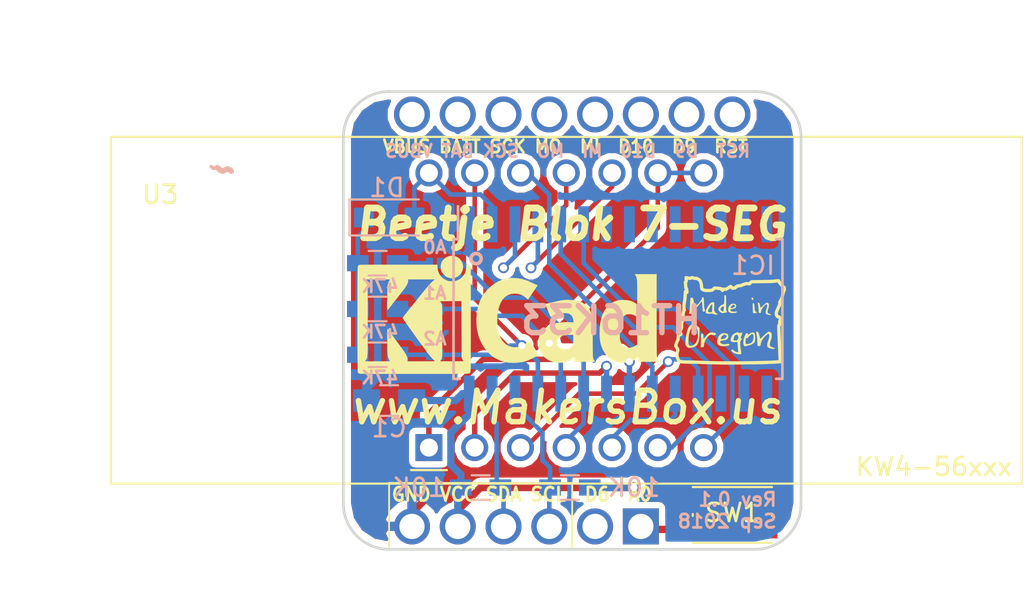
<source format=kicad_pcb>
(kicad_pcb (version 4) (host pcbnew 4.0.7)

  (general
    (links 38)
    (no_connects 0)
    (area 142.164999 86.284999 167.715001 111.835001)
    (thickness 1.6)
    (drawings 21)
    (tracks 165)
    (zones 0)
    (modules 17)
    (nets 43)
  )

  (page A)
  (title_block
    (title "Beetje 32U4 Blok")
    (date 2018-08-10)
    (rev 0.0)
    (company www.MakersBox.us)
    (comment 1 648.ken@gmail.com)
  )

  (layers
    (0 F.Cu signal)
    (31 B.Cu signal)
    (32 B.Adhes user)
    (33 F.Adhes user)
    (34 B.Paste user)
    (35 F.Paste user)
    (36 B.SilkS user)
    (37 F.SilkS user)
    (38 B.Mask user)
    (39 F.Mask user)
    (40 Dwgs.User user hide)
    (41 Cmts.User user)
    (42 Eco1.User user)
    (43 Eco2.User user)
    (44 Edge.Cuts user)
    (45 Margin user)
    (46 B.CrtYd user)
    (47 F.CrtYd user)
    (48 B.Fab user)
    (49 F.Fab user hide)
  )

  (setup
    (last_trace_width 0.4064)
    (user_trace_width 0.254)
    (user_trace_width 0.3048)
    (user_trace_width 0.4064)
    (user_trace_width 0.6096)
    (trace_clearance 0.2)
    (zone_clearance 0.35)
    (zone_45_only no)
    (trace_min 0.2)
    (segment_width 0.2)
    (edge_width 0.15)
    (via_size 0.6)
    (via_drill 0.4)
    (via_min_size 0.4)
    (via_min_drill 0.3)
    (uvia_size 0.3)
    (uvia_drill 0.1)
    (uvias_allowed no)
    (uvia_min_size 0.2)
    (uvia_min_drill 0.1)
    (pcb_text_width 0.3)
    (pcb_text_size 1.5 1.5)
    (mod_edge_width 0.15)
    (mod_text_size 1 1)
    (mod_text_width 0.15)
    (pad_size 0.75 0.75)
    (pad_drill 0)
    (pad_to_mask_clearance 0)
    (aux_axis_origin 0 0)
    (visible_elements 7FFFFFFF)
    (pcbplotparams
      (layerselection 0x00030_80000001)
      (usegerberextensions false)
      (excludeedgelayer true)
      (linewidth 0.100000)
      (plotframeref false)
      (viasonmask false)
      (mode 1)
      (useauxorigin false)
      (hpglpennumber 1)
      (hpglpenspeed 20)
      (hpglpendiameter 15)
      (hpglpenoverlay 2)
      (psnegative false)
      (psa4output false)
      (plotreference true)
      (plotvalue true)
      (plotinvisibletext false)
      (padsonsilk false)
      (subtractmaskfromsilk false)
      (outputformat 1)
      (mirror false)
      (drillshape 1)
      (scaleselection 1)
      (outputdirectory ""))
  )

  (net 0 "")
  (net 1 GND)
  (net 2 VBUS)
  (net 3 +BATT)
  (net 4 /D10)
  (net 5 /D9)
  (net 6 /SCL)
  (net 7 /SDA)
  (net 8 /A0)
  (net 9 /A1)
  (net 10 /SCK)
  (net 11 /MOSI)
  (net 12 /MISO)
  (net 13 /~RESET)
  (net 14 VCC)
  (net 15 "Net-(D1-Pad1)")
  (net 16 "Net-(D1-Pad2)")
  (net 17 /A2)
  (net 18 "Net-(A0-Pad1)")
  (net 19 "Net-(A1-Pad1)")
  (net 20 "Net-(A2-Pad1)")
  (net 21 "Net-(IC1-Pad3)")
  (net 22 "Net-(IC1-Pad4)")
  (net 23 "Net-(IC1-Pad5)")
  (net 24 "Net-(IC1-Pad6)")
  (net 25 "Net-(IC1-Pad7)")
  (net 26 "Net-(IC1-Pad8)")
  (net 27 "Net-(IC1-Pad9)")
  (net 28 "Net-(IC1-Pad10)")
  (net 29 "Net-(IC1-Pad11)")
  (net 30 "Net-(IC1-Pad12)")
  (net 31 "Net-(IC1-Pad13)")
  (net 32 "Net-(IC1-Pad14)")
  (net 33 "Net-(IC1-Pad15)")
  (net 34 "Net-(IC1-Pad16)")
  (net 35 "Net-(IC1-Pad17)")
  (net 36 "Net-(IC1-Pad18)")
  (net 37 "Net-(IC1-Pad19)")
  (net 38 "Net-(IC1-Pad20)")
  (net 39 "Net-(IC1-Pad21)")
  (net 40 "Net-(IC1-Pad22)")
  (net 41 /D6)
  (net 42 /An0)

  (net_class Default "This is the default net class."
    (clearance 0.2)
    (trace_width 0.25)
    (via_dia 0.6)
    (via_drill 0.4)
    (uvia_dia 0.3)
    (uvia_drill 0.1)
    (add_net +BATT)
    (add_net /A0)
    (add_net /A1)
    (add_net /A2)
    (add_net /An0)
    (add_net /D10)
    (add_net /D6)
    (add_net /D9)
    (add_net /MISO)
    (add_net /MOSI)
    (add_net /SCK)
    (add_net /SCL)
    (add_net /SDA)
    (add_net /~RESET)
    (add_net GND)
    (add_net "Net-(A0-Pad1)")
    (add_net "Net-(A1-Pad1)")
    (add_net "Net-(A2-Pad1)")
    (add_net "Net-(D1-Pad1)")
    (add_net "Net-(D1-Pad2)")
    (add_net "Net-(IC1-Pad10)")
    (add_net "Net-(IC1-Pad11)")
    (add_net "Net-(IC1-Pad12)")
    (add_net "Net-(IC1-Pad13)")
    (add_net "Net-(IC1-Pad14)")
    (add_net "Net-(IC1-Pad15)")
    (add_net "Net-(IC1-Pad16)")
    (add_net "Net-(IC1-Pad17)")
    (add_net "Net-(IC1-Pad18)")
    (add_net "Net-(IC1-Pad19)")
    (add_net "Net-(IC1-Pad20)")
    (add_net "Net-(IC1-Pad21)")
    (add_net "Net-(IC1-Pad22)")
    (add_net "Net-(IC1-Pad3)")
    (add_net "Net-(IC1-Pad4)")
    (add_net "Net-(IC1-Pad5)")
    (add_net "Net-(IC1-Pad6)")
    (add_net "Net-(IC1-Pad7)")
    (add_net "Net-(IC1-Pad8)")
    (add_net "Net-(IC1-Pad9)")
    (add_net VBUS)
    (add_net VCC)
  )

  (module footprints:CA56-12CGKWA (layer F.Cu) (tedit 5AB8458E) (tstamp 5BAC4531)
    (at 154.94 99.695)
    (descr "4 digit 7 segment green LED, http://www.kingbright.com/attachments/file/psearch/000/00/00/CA56-12CGKWA(Ver.9A).pdf")
    (tags "4 digit 7 segment green LED")
    (path /5BAC4FF5)
    (fp_text reference U3 (at -22.86 -7.62 180) (layer F.SilkS)
      (effects (font (size 1 1) (thickness 0.15)))
    )
    (fp_text value KW4-56xxx (at 20.066 7.493) (layer F.SilkS)
      (effects (font (size 1 1) (thickness 0.15)))
    )
    (fp_line (start -25.6 8.42) (end -25.6 -10.82) (layer F.SilkS) (width 0.12))
    (fp_line (start -25.6 8.42) (end 24.94 8.42) (layer F.SilkS) (width 0.12))
    (fp_line (start 24.94 8.42) (end 24.94 -10.82) (layer F.SilkS) (width 0.12))
    (fp_line (start 24.94 -10.82) (end -25.6 -10.82) (layer F.SilkS) (width 0.12))
    (fp_line (start -6.95 8.3) (end -7.95 7.3) (layer F.Fab) (width 0.1))
    (fp_line (start -7.95 7.3) (end -8.95 8.3) (layer F.Fab) (width 0.1))
    (fp_line (start -8.78 8.3) (end -25.48 8.3) (layer F.Fab) (width 0.1))
    (fp_line (start -25.73 8.55) (end -25.73 -10.95) (layer F.CrtYd) (width 0.05))
    (fp_line (start -25.73 -10.95) (end 25.07 -10.95) (layer F.CrtYd) (width 0.05))
    (fp_line (start 25.07 -10.95) (end 25.07 8.55) (layer F.CrtYd) (width 0.05))
    (fp_line (start 25.07 8.55) (end -25.73 8.55) (layer F.CrtYd) (width 0.05))
    (fp_line (start -8.95 7.67) (end -6.95 7.67) (layer F.SilkS) (width 0.12))
    (fp_line (start -25.48 8.3) (end -25.48 -10.7) (layer F.Fab) (width 0.1))
    (fp_line (start -25.48 -10.7) (end 24.82 -10.7) (layer F.Fab) (width 0.1))
    (fp_line (start 24.82 8.3) (end 24.82 -10.7) (layer F.Fab) (width 0.1))
    (fp_line (start -6.98 8.3) (end 24.82 8.3) (layer F.Fab) (width 0.1))
    (fp_text user %R (at -1.346 -1.708 90) (layer F.Fab)
      (effects (font (size 1 1) (thickness 0.15)))
    )
    (pad 14 thru_hole circle (at -7.95 -8.82 90) (size 1.5 1.5) (drill 1) (layers *.Cu *.Mask)
      (net 16 "Net-(D1-Pad2)"))
    (pad 13 thru_hole circle (at -5.41 -8.82 90) (size 1.5 1.5) (drill 1) (layers *.Cu *.Mask)
      (net 17 /A2))
    (pad 1 thru_hole rect (at -7.95 6.42 90) (size 1.5 1.5) (drill 1) (layers *.Cu *.Mask)
      (net 39 "Net-(IC1-Pad21)"))
    (pad 2 thru_hole circle (at -5.41 6.42 90) (size 1.5 1.5) (drill 1) (layers *.Cu *.Mask)
      (net 40 "Net-(IC1-Pad22)"))
    (pad 3 thru_hole circle (at -2.87 6.42 90) (size 1.5 1.5) (drill 1) (layers *.Cu *.Mask)
      (net 36 "Net-(IC1-Pad18)"))
    (pad 4 thru_hole circle (at -0.33 6.42 90) (size 1.5 1.5) (drill 1) (layers *.Cu *.Mask)
      (net 8 /A0))
    (pad 5 thru_hole circle (at 2.21 6.42 90) (size 1.5 1.5) (drill 1) (layers *.Cu *.Mask)
      (net 37 "Net-(IC1-Pad19)"))
    (pad 6 thru_hole circle (at 4.75 6.42 90) (size 1.5 1.5) (drill 1) (layers *.Cu *.Mask)
      (net 23 "Net-(IC1-Pad5)"))
    (pad 7 thru_hole circle (at 7.29 6.42 90) (size 1.5 1.5) (drill 1) (layers *.Cu *.Mask)
      (net 24 "Net-(IC1-Pad6)"))
    (pad 8 thru_hole circle (at 7.29 -8.82 90) (size 1.5 1.5) (drill 1) (layers *.Cu *.Mask)
      (net 9 /A1))
    (pad 9 thru_hole circle (at 4.75 -8.82 90) (size 1.5 1.5) (drill 1) (layers *.Cu *.Mask)
      (net 9 /A1))
    (pad 10 thru_hole circle (at 2.21 -8.82 90) (size 1.5 1.5) (drill 1) (layers *.Cu *.Mask)
      (net 22 "Net-(IC1-Pad4)"))
    (pad 11 thru_hole circle (at -0.33 -8.82 90) (size 1.5 1.5) (drill 1) (layers *.Cu *.Mask)
      (net 21 "Net-(IC1-Pad3)"))
    (pad 12 thru_hole circle (at -2.87 -8.82 90) (size 1.5 1.5) (drill 1) (layers *.Cu *.Mask)
      (net 38 "Net-(IC1-Pad20)"))
    (model ${KISYS3DMOD}/Displays_7-Segment.3dshapes/CA56-12CGKWA.wrl
      (at (xyz -0.25 -0.25 0))
      (scale (xyz 1 1 1))
      (rotate (xyz 0 0 -90))
    )
  )

  (module footprints:Beetje_Bottom (layer F.Cu) (tedit 5BAC4BEF) (tstamp 5B6E0692)
    (at 158.75 110.49 270)
    (descr "Through hole straight pin header, 1x06, 2.54mm pitch, single row")
    (tags "Through hole pin header THT 1x06 2.54mm single row")
    (path /5B6D5224)
    (fp_text reference J2 (at 2.286 -1.27 360) (layer F.SilkS) hide
      (effects (font (size 1 1) (thickness 0.15)))
    )
    (fp_text value Beetje_Bottom (at 2.286 9.525 360) (layer F.Fab)
      (effects (font (size 1 1) (thickness 0.15)))
    )
    (fp_line (start 1.143 13.97) (end -2.413 13.97) (layer F.SilkS) (width 0.1))
    (fp_line (start -2.413 13.97) (end -2.413 3.81) (layer F.SilkS) (width 0.1))
    (fp_line (start -2.413 3.81) (end 1.143 3.81) (layer F.SilkS) (width 0.1))
    (fp_text user "" (at -1.778 6.604 360) (layer B.SilkS)
      (effects (font (size 0.75 0.7) (thickness 0.15)) (justify mirror))
    )
    (fp_text user "GND VCC SDA SCL  D6  A0" (at -1.778 6.604 360) (layer F.SilkS)
      (effects (font (size 0.75 0.7) (thickness 0.15)))
    )
    (fp_line (start -0.635 -1.27) (end 1.27 -1.27) (layer F.Fab) (width 0.1))
    (fp_line (start 1.27 13.97) (end -1.27 13.97) (layer F.Fab) (width 0.1))
    (fp_line (start -1.27 13.97) (end -1.27 -0.635) (layer F.Fab) (width 0.1))
    (fp_line (start -1.27 -0.635) (end -0.635 -1.27) (layer F.Fab) (width 0.1))
    (fp_line (start -1.8 -1.8) (end -1.8 14.5) (layer F.CrtYd) (width 0.05))
    (fp_line (start -1.8 14.5) (end 1.8 14.5) (layer F.CrtYd) (width 0.05))
    (fp_line (start 1.8 14.5) (end 1.8 -1.8) (layer F.CrtYd) (width 0.05))
    (fp_line (start 1.8 -1.8) (end -1.8 -1.8) (layer F.CrtYd) (width 0.05))
    (fp_text user %R (at 0 6.35 360) (layer F.Fab)
      (effects (font (size 1 1) (thickness 0.15)))
    )
    (pad 1 thru_hole rect (at 0 0 270) (size 2 2) (drill 1.4) (layers *.Cu *.Mask)
      (net 42 /An0))
    (pad 2 thru_hole oval (at 0 2.54 270) (size 2 2) (drill 1.4) (layers *.Cu *.Mask)
      (net 41 /D6))
    (pad 3 thru_hole oval (at 0 5.08 270) (size 2 2) (drill 1.4) (layers *.Cu *.Mask)
      (net 6 /SCL))
    (pad 4 thru_hole oval (at 0 7.62 270) (size 2 2) (drill 1.4) (layers *.Cu *.Mask)
      (net 7 /SDA))
    (pad 5 thru_hole oval (at 0 10.16 270) (size 2 2) (drill 1.4) (layers *.Cu *.Mask)
      (net 14 VCC))
    (pad 6 thru_hole oval (at 0 12.7 270) (size 2 2) (drill 1.4) (layers *.Cu *.Mask)
      (net 1 GND))
  )

  (module footprints:KiCad-Logo2_8mm_SilkScreen (layer F.Cu) (tedit 0) (tstamp 5B773E92)
    (at 151.384 99.441)
    (descr "KiCad Logo")
    (tags "Logo KiCad")
    (attr virtual)
    (fp_text reference REF*** (at 0 0) (layer F.SilkS) hide
      (effects (font (size 1 1) (thickness 0.15)))
    )
    (fp_text value KiCad-Logo2_8mm_SilkScreen (at 0.75 0) (layer F.Fab) hide
      (effects (font (size 1 1) (thickness 0.15)))
    )
    (fp_poly (pts (xy -3.922722 -3.342976) (xy -3.908256 -3.191281) (xy -3.866163 -3.047997) (xy -3.798393 -2.916193)
      (xy -3.706899 -2.798942) (xy -3.593635 -2.699313) (xy -3.46451 -2.622271) (xy -3.323028 -2.569521)
      (xy -3.180554 -2.544799) (xy -3.039896 -2.546316) (xy -2.903864 -2.572283) (xy -2.775267 -2.62091)
      (xy -2.656914 -2.690407) (xy -2.551614 -2.778986) (xy -2.462177 -2.884857) (xy -2.391412 -3.00623)
      (xy -2.342129 -3.141317) (xy -2.317135 -3.288326) (xy -2.314556 -3.354756) (xy -2.314556 -3.471835)
      (xy -2.24542 -3.471835) (xy -2.197081 -3.468047) (xy -2.161271 -3.452338) (xy -2.125183 -3.420734)
      (xy -2.074083 -3.369633) (xy -2.074083 -0.451862) (xy -2.074095 -0.102862) (xy -2.074138 0.217332)
      (xy -2.074223 0.509974) (xy -2.074361 0.776318) (xy -2.074562 1.017617) (xy -2.074838 1.235125)
      (xy -2.0752 1.430095) (xy -2.075658 1.60378) (xy -2.076223 1.757435) (xy -2.076906 1.892313)
      (xy -2.077717 2.009668) (xy -2.078669 2.110753) (xy -2.079771 2.196821) (xy -2.081035 2.269127)
      (xy -2.08247 2.328923) (xy -2.084089 2.377464) (xy -2.085902 2.416003) (xy -2.08792 2.445793)
      (xy -2.090154 2.468089) (xy -2.092614 2.484143) (xy -2.095312 2.49521) (xy -2.098258 2.502542)
      (xy -2.099699 2.505005) (xy -2.105241 2.51434) (xy -2.109947 2.522923) (xy -2.115045 2.530784)
      (xy -2.121765 2.537955) (xy -2.131336 2.544467) (xy -2.144986 2.550353) (xy -2.163945 2.555642)
      (xy -2.189442 2.560368) (xy -2.222705 2.56456) (xy -2.264964 2.568251) (xy -2.317448 2.571472)
      (xy -2.381386 2.574254) (xy -2.458007 2.57663) (xy -2.54854 2.578629) (xy -2.654214 2.580284)
      (xy -2.776258 2.581627) (xy -2.915901 2.582687) (xy -3.074372 2.583498) (xy -3.2529 2.58409)
      (xy -3.452715 2.584495) (xy -3.675045 2.584744) (xy -3.921119 2.584869) (xy -4.192166 2.584901)
      (xy -4.489416 2.584871) (xy -4.814097 2.584811) (xy -5.167438 2.584752) (xy -5.218541 2.584746)
      (xy -5.573985 2.584689) (xy -5.900594 2.584595) (xy -6.199592 2.584455) (xy -6.472204 2.584259)
      (xy -6.719653 2.583997) (xy -6.943164 2.58366) (xy -7.14396 2.583239) (xy -7.323266 2.582723)
      (xy -7.482307 2.582104) (xy -7.622306 2.581371) (xy -7.744487 2.580515) (xy -7.850075 2.579526)
      (xy -7.940293 2.578394) (xy -8.016366 2.577111) (xy -8.079519 2.575666) (xy -8.130975 2.574049)
      (xy -8.171958 2.572252) (xy -8.203692 2.570265) (xy -8.227402 2.568077) (xy -8.244312 2.565679)
      (xy -8.255646 2.563063) (xy -8.261448 2.560841) (xy -8.272714 2.556088) (xy -8.283058 2.552578)
      (xy -8.292517 2.549068) (xy -8.301132 2.544313) (xy -8.308942 2.537069) (xy -8.315985 2.526091)
      (xy -8.322302 2.510135) (xy -8.327931 2.487955) (xy -8.332912 2.458309) (xy -8.337284 2.419951)
      (xy -8.341086 2.371637) (xy -8.344358 2.312122) (xy -8.347139 2.240163) (xy -8.349467 2.154513)
      (xy -8.351383 2.053931) (xy -8.352925 1.937169) (xy -8.354134 1.802985) (xy -8.355047 1.650134)
      (xy -8.355705 1.477371) (xy -8.356146 1.283452) (xy -8.356411 1.067133) (xy -8.356536 0.827168)
      (xy -8.356564 0.562314) (xy -8.356533 0.271326) (xy -8.356481 -0.04704) (xy -8.356449 -0.39403)
      (xy -8.356449 -0.450148) (xy -8.356467 -0.800159) (xy -8.356501 -1.121364) (xy -8.356515 -1.415017)
      (xy -8.356476 -1.682372) (xy -8.356351 -1.924683) (xy -8.356103 -2.143203) (xy -8.3557 -2.339187)
      (xy -8.355107 -2.513887) (xy -8.354335 -2.660237) (xy -7.951149 -2.660237) (xy -7.898174 -2.583225)
      (xy -7.883302 -2.562232) (xy -7.869895 -2.543644) (xy -7.857876 -2.52588) (xy -7.84717 -2.507362)
      (xy -7.837703 -2.486509) (xy -7.829397 -2.461743) (xy -7.822178 -2.431483) (xy -7.815969 -2.39415)
      (xy -7.810696 -2.348165) (xy -7.806282 -2.291948) (xy -7.802652 -2.22392) (xy -7.79973 -2.1425)
      (xy -7.797441 -2.04611) (xy -7.795709 -1.93317) (xy -7.794458 -1.802101) (xy -7.793614 -1.651322)
      (xy -7.793099 -1.479254) (xy -7.792839 -1.284319) (xy -7.792757 -1.064935) (xy -7.792779 -0.819524)
      (xy -7.792828 -0.546506) (xy -7.79284 -0.383255) (xy -7.792808 -0.094417) (xy -7.792763 0.165943)
      (xy -7.792779 0.399406) (xy -7.792931 0.607554) (xy -7.793294 0.791969) (xy -7.793943 0.954231)
      (xy -7.794953 1.095922) (xy -7.796399 1.218624) (xy -7.798355 1.323917) (xy -7.800896 1.413383)
      (xy -7.804097 1.488603) (xy -7.808033 1.551159) (xy -7.81278 1.602632) (xy -7.81841 1.644603)
      (xy -7.825001 1.678653) (xy -7.832626 1.706365) (xy -7.84136 1.729318) (xy -7.851279 1.749096)
      (xy -7.862456 1.767278) (xy -7.874967 1.785446) (xy -7.888888 1.805182) (xy -7.896997 1.817019)
      (xy -7.948618 1.893728) (xy -7.240914 1.893728) (xy -7.076826 1.893681) (xy -6.940367 1.893481)
      (xy -6.829109 1.893033) (xy -6.740621 1.892244) (xy -6.672476 1.89102) (xy -6.622243 1.889269)
      (xy -6.587493 1.886897) (xy -6.565798 1.88381) (xy -6.554727 1.879916) (xy -6.551851 1.87512)
      (xy -6.554741 1.86933) (xy -6.556333 1.867426) (xy -6.589817 1.81807) (xy -6.624296 1.747773)
      (xy -6.655729 1.665227) (xy -6.666738 1.630061) (xy -6.672884 1.606175) (xy -6.678078 1.578135)
      (xy -6.68243 1.543165) (xy -6.686048 1.498489) (xy -6.689043 1.441329) (xy -6.691523 1.36891)
      (xy -6.693598 1.278455) (xy -6.695377 1.167188) (xy -6.69697 1.032331) (xy -6.698486 0.871109)
      (xy -6.698988 0.811597) (xy -6.700342 0.644976) (xy -6.701352 0.506026) (xy -6.701941 0.392361)
      (xy -6.702031 0.301596) (xy -6.701544 0.231344) (xy -6.700403 0.179219) (xy -6.69853 0.142834)
      (xy -6.695847 0.119804) (xy -6.692276 0.107742) (xy -6.687739 0.104261) (xy -6.682159 0.106976)
      (xy -6.676203 0.112722) (xy -6.662417 0.129943) (xy -6.63305 0.168651) (xy -6.590179 0.22601)
      (xy -6.535882 0.299181) (xy -6.472237 0.385326) (xy -6.401323 0.481609) (xy -6.325216 0.585192)
      (xy -6.245995 0.693237) (xy -6.165738 0.802907) (xy -6.086522 0.911364) (xy -6.010426 1.01577)
      (xy -5.939527 1.113289) (xy -5.875903 1.201083) (xy -5.821633 1.276314) (xy -5.778793 1.336144)
      (xy -5.749462 1.377737) (xy -5.74338 1.386567) (xy -5.712864 1.435698) (xy -5.677172 1.49959)
      (xy -5.643357 1.565542) (xy -5.639069 1.574437) (xy -5.610208 1.638602) (xy -5.593452 1.68861)
      (xy -5.585823 1.736307) (xy -5.584334 1.792278) (xy -5.585178 1.893728) (xy -4.048204 1.893728)
      (xy -4.169575 1.768938) (xy -4.231879 1.70251) (xy -4.29883 1.627316) (xy -4.360132 1.555063)
      (xy -4.387325 1.52131) (xy -4.427849 1.468661) (xy -4.481176 1.397817) (xy -4.545747 1.310947)
      (xy -4.620001 1.210222) (xy -4.702381 1.097809) (xy -4.791326 0.975879) (xy -4.885278 0.846602)
      (xy -4.982678 0.712146) (xy -5.081965 0.574681) (xy -5.181581 0.436377) (xy -5.279967 0.299403)
      (xy -5.375564 0.165929) (xy -5.466812 0.038124) (xy -5.552152 -0.081843) (xy -5.630025 -0.191801)
      (xy -5.698871 -0.289582) (xy -5.757132 -0.373016) (xy -5.803249 -0.439934) (xy -5.835661 -0.488166)
      (xy -5.85281 -0.515542) (xy -5.85515 -0.521004) (xy -5.844554 -0.536083) (xy -5.816868 -0.57227)
      (xy -5.773909 -0.627299) (xy -5.71749 -0.698907) (xy -5.649426 -0.784829) (xy -5.571533 -0.882802)
      (xy -5.485625 -0.990562) (xy -5.393517 -1.105845) (xy -5.297023 -1.226386) (xy -5.197959 -1.349921)
      (xy -5.118438 -1.448918) (xy -3.772426 -1.448918) (xy -3.764558 -1.431667) (xy -3.74548 -1.402045)
      (xy -3.744086 -1.400072) (xy -3.719073 -1.359927) (xy -3.692916 -1.310891) (xy -3.687725 -1.300059)
      (xy -3.683017 -1.288837) (xy -3.678857 -1.275366) (xy -3.675203 -1.25779) (xy -3.672015 -1.234255)
      (xy -3.669255 -1.202906) (xy -3.666881 -1.161888) (xy -3.664853 -1.109348) (xy -3.663132 -1.043429)
      (xy -3.661676 -0.962277) (xy -3.660447 -0.864038) (xy -3.659404 -0.746857) (xy -3.658506 -0.608879)
      (xy -3.657714 -0.448249) (xy -3.656988 -0.263112) (xy -3.656287 -0.051614) (xy -3.655577 0.186509)
      (xy -3.65486 0.432967) (xy -3.654282 0.651229) (xy -3.653931 0.843155) (xy -3.653898 1.010607)
      (xy -3.654272 1.155449) (xy -3.655143 1.27954) (xy -3.656601 1.384744) (xy -3.658736 1.472922)
      (xy -3.661637 1.545936) (xy -3.665394 1.605648) (xy -3.670097 1.65392) (xy -3.675835 1.692614)
      (xy -3.682699 1.723591) (xy -3.690778 1.748714) (xy -3.700162 1.769845) (xy -3.71094 1.788845)
      (xy -3.723203 1.807576) (xy -3.73452 1.824175) (xy -3.757334 1.859182) (xy -3.770843 1.882593)
      (xy -3.772426 1.88688) (xy -3.757905 1.888314) (xy -3.716375 1.889646) (xy -3.650889 1.890845)
      (xy -3.564495 1.891877) (xy -3.460246 1.892712) (xy -3.341192 1.893317) (xy -3.210384 1.89366)
      (xy -3.118639 1.893728) (xy -2.978855 1.893434) (xy -2.849924 1.892593) (xy -2.734758 1.891263)
      (xy -2.63627 1.889503) (xy -2.557376 1.887372) (xy -2.500988 1.884928) (xy -2.47002 1.882231)
      (xy -2.464852 1.880538) (xy -2.4751 1.860697) (xy -2.485749 1.850006) (xy -2.503286 1.827204)
      (xy -2.526237 1.786929) (xy -2.54211 1.754231) (xy -2.577574 1.675799) (xy -2.581668 0.108964)
      (xy -2.585762 -1.45787) (xy -3.179094 -1.45787) (xy -3.309323 -1.457651) (xy -3.42967 -1.457027)
      (xy -3.536932 -1.456047) (xy -3.627907 -1.454757) (xy -3.699393 -1.453208) (xy -3.748186 -1.451446)
      (xy -3.771085 -1.449521) (xy -3.772426 -1.448918) (xy -5.118438 -1.448918) (xy -5.09814 -1.474187)
      (xy -4.99938 -1.596919) (xy -4.903493 -1.715853) (xy -4.812296 -1.828726) (xy -4.727602 -1.933272)
      (xy -4.651227 -2.027229) (xy -4.584984 -2.108332) (xy -4.53069 -2.174316) (xy -4.507838 -2.201835)
      (xy -4.392952 -2.335851) (xy -4.290971 -2.446697) (xy -4.199355 -2.536991) (xy -4.115566 -2.609349)
      (xy -4.103077 -2.619158) (xy -4.050473 -2.659904) (xy -4.803864 -2.66007) (xy -5.557254 -2.660237)
      (xy -5.550213 -2.596361) (xy -5.55461 -2.520016) (xy -5.583276 -2.429118) (xy -5.636496 -2.322943)
      (xy -5.696817 -2.226708) (xy -5.718409 -2.196559) (xy -5.755758 -2.146559) (xy -5.806637 -2.079558)
      (xy -5.86882 -1.998409) (xy -5.940081 -1.905962) (xy -6.018192 -1.805067) (xy -6.100928 -1.698577)
      (xy -6.186063 -1.589342) (xy -6.271369 -1.480213) (xy -6.354621 -1.374041) (xy -6.433592 -1.273677)
      (xy -6.506055 -1.181973) (xy -6.569785 -1.101779) (xy -6.622555 -1.035946) (xy -6.662138 -0.987326)
      (xy -6.686309 -0.95877) (xy -6.690381 -0.954379) (xy -6.694188 -0.965038) (xy -6.697135 -1.00537)
      (xy -6.699217 -1.075) (xy -6.700429 -1.173553) (xy -6.700766 -1.300656) (xy -6.700223 -1.455932)
      (xy -6.699013 -1.615681) (xy -6.697253 -1.791569) (xy -6.695223 -1.940333) (xy -6.692593 -2.064908)
      (xy -6.689031 -2.168229) (xy -6.684206 -2.253231) (xy -6.677787 -2.322848) (xy -6.669444 -2.380016)
      (xy -6.658844 -2.427669) (xy -6.645657 -2.468743) (xy -6.629552 -2.506173) (xy -6.610197 -2.542893)
      (xy -6.59065 -2.576229) (xy -6.540063 -2.660237) (xy -7.951149 -2.660237) (xy -8.354335 -2.660237)
      (xy -8.354291 -2.668558) (xy -8.353218 -2.804453) (xy -8.351853 -2.922826) (xy -8.350162 -3.024931)
      (xy -8.348112 -3.112021) (xy -8.345668 -3.18535) (xy -8.342796 -3.246171) (xy -8.339462 -3.29574)
      (xy -8.335633 -3.335308) (xy -8.331274 -3.36613) (xy -8.326351 -3.38946) (xy -8.32083 -3.406552)
      (xy -8.314678 -3.418658) (xy -8.307859 -3.427033) (xy -8.30034 -3.43293) (xy -8.292087 -3.437604)
      (xy -8.283067 -3.442307) (xy -8.275084 -3.447058) (xy -8.268117 -3.450488) (xy -8.257232 -3.453588)
      (xy -8.240972 -3.456375) (xy -8.217879 -3.458866) (xy -8.186497 -3.461077) (xy -8.145368 -3.463024)
      (xy -8.093034 -3.464724) (xy -8.028039 -3.466193) (xy -7.948925 -3.467448) (xy -7.854236 -3.468506)
      (xy -7.742512 -3.469382) (xy -7.612299 -3.470093) (xy -7.462137 -3.470655) (xy -7.29057 -3.471086)
      (xy -7.096141 -3.471401) (xy -6.877392 -3.471617) (xy -6.632866 -3.47175) (xy -6.361105 -3.471817)
      (xy -6.079996 -3.471835) (xy -3.922722 -3.471835) (xy -3.922722 -3.342976)) (layer F.SilkS) (width 0.01))
    (fp_poly (pts (xy 0.437258 -2.730527) (xy 0.650464 -2.702337) (xy 0.868727 -2.648897) (xy 1.094796 -2.569675)
      (xy 1.331418 -2.464144) (xy 1.34642 -2.456762) (xy 1.423232 -2.41945) (xy 1.49186 -2.387395)
      (xy 1.547297 -2.362834) (xy 1.584536 -2.348008) (xy 1.597278 -2.344616) (xy 1.622863 -2.337949)
      (xy 1.629003 -2.332349) (xy 1.622208 -2.318459) (xy 1.600853 -2.28346) (xy 1.567396 -2.23102)
      (xy 1.524294 -2.164806) (xy 1.474008 -2.088486) (xy 1.418995 -2.005727) (xy 1.361714 -1.920199)
      (xy 1.304623 -1.835567) (xy 1.250183 -1.7555) (xy 1.20085 -1.683666) (xy 1.159083 -1.623732)
      (xy 1.127342 -1.579365) (xy 1.108085 -1.554235) (xy 1.105442 -1.55132) (xy 1.091971 -1.557509)
      (xy 1.062227 -1.580377) (xy 1.021527 -1.615686) (xy 1.000566 -1.63496) (xy 0.872104 -1.735186)
      (xy 0.730034 -1.808998) (xy 0.576256 -1.85573) (xy 0.412672 -1.874716) (xy 0.320275 -1.873157)
      (xy 0.158995 -1.85031) (xy 0.013587 -1.802538) (xy -0.116384 -1.729492) (xy -0.231353 -1.630824)
      (xy -0.331754 -1.506185) (xy -0.418022 -1.355224) (xy -0.467839 -1.239941) (xy -0.526222 -1.059276)
      (xy -0.569252 -0.862922) (xy -0.59704 -0.655943) (xy -0.609695 -0.443402) (xy -0.60733 -0.230362)
      (xy -0.590055 -0.021887) (xy -0.557981 0.176961) (xy -0.511218 0.361118) (xy -0.449877 0.52552)
      (xy -0.4282 0.571124) (xy -0.33734 0.723014) (xy -0.230219 0.851481) (xy -0.108412 0.955478)
      (xy 0.02651 1.033958) (xy 0.172971 1.085874) (xy 0.3294 1.110179) (xy 0.384608 1.111967)
      (xy 0.546446 1.097428) (xy 0.706791 1.053737) (xy 0.86361 0.981798) (xy 1.014867 0.882512)
      (xy 1.136564 0.778232) (xy 1.198512 0.718945) (xy 1.439845 1.114709) (xy 1.499886 1.213446)
      (xy 1.554789 1.304262) (xy 1.602606 1.383895) (xy 1.641391 1.44908) (xy 1.669194 1.496554)
      (xy 1.68407 1.523055) (xy 1.686003 1.527175) (xy 1.675047 1.540009) (xy 1.640993 1.563016)
      (xy 1.588145 1.594015) (xy 1.520811 1.630829) (xy 1.443294 1.671278) (xy 1.359902 1.713182)
      (xy 1.27494 1.754363) (xy 1.192714 1.792642) (xy 1.117529 1.825838) (xy 1.053691 1.851775)
      (xy 1.022467 1.862997) (xy 0.844377 1.913342) (xy 0.660791 1.94663) (xy 0.464142 1.963943)
      (xy 0.295341 1.967043) (xy 0.204867 1.965585) (xy 0.117529 1.962792) (xy 0.041068 1.959009)
      (xy -0.01677 1.954578) (xy -0.035549 1.952337) (xy -0.220628 1.913947) (xy -0.409051 1.853877)
      (xy -0.59209 1.775702) (xy -0.761013 1.683) (xy -0.864201 1.612864) (xy -1.033826 1.468809)
      (xy -1.19133 1.300302) (xy -1.333795 1.111508) (xy -1.458303 0.906591) (xy -1.561938 0.689715)
      (xy -1.620324 0.53355) (xy -1.687222 0.289076) (xy -1.731821 0.030064) (xy -1.754135 -0.237881)
      (xy -1.754179 -0.509155) (xy -1.731966 -0.778153) (xy -1.687509 -1.039271) (xy -1.620824 -1.286905)
      (xy -1.615743 -1.302334) (xy -1.532022 -1.518085) (xy -1.429844 -1.715017) (xy -1.305742 -1.898701)
      (xy -1.15625 -2.074712) (xy -1.09785 -2.134973) (xy -0.916596 -2.299984) (xy -0.730263 -2.436505)
      (xy -0.535991 -2.546021) (xy -0.330921 -2.630019) (xy -0.11219 -2.689985) (xy 0.01503 -2.71327)
      (xy 0.226363 -2.733995) (xy 0.437258 -2.730527)) (layer F.SilkS) (width 0.01))
    (fp_poly (pts (xy 3.559492 -1.509029) (xy 3.76175 -1.482382) (xy 3.941836 -1.437602) (xy 4.100911 -1.374331)
      (xy 4.240138 -1.292213) (xy 4.343465 -1.207591) (xy 4.435116 -1.108892) (xy 4.506666 -1.002687)
      (xy 4.563786 -0.879908) (xy 4.584388 -0.822567) (xy 4.601508 -0.770669) (xy 4.616422 -0.722545)
      (xy 4.629302 -0.675754) (xy 4.64032 -0.627856) (xy 4.64965 -0.576413) (xy 4.657463 -0.518984)
      (xy 4.663932 -0.45313) (xy 4.66923 -0.376411) (xy 4.67353 -0.286388) (xy 4.677003 -0.18062)
      (xy 4.679823 -0.056669) (xy 4.682162 0.087906) (xy 4.684193 0.255544) (xy 4.686088 0.448685)
      (xy 4.687755 0.638757) (xy 4.689521 0.846703) (xy 4.691126 1.026797) (xy 4.692737 1.181244)
      (xy 4.69452 1.312249) (xy 4.696643 1.422017) (xy 4.699272 1.512753) (xy 4.702576 1.586662)
      (xy 4.706719 1.64595) (xy 4.71187 1.692822) (xy 4.718196 1.729483) (xy 4.725863 1.758137)
      (xy 4.735038 1.78099) (xy 4.745888 1.800248) (xy 4.758581 1.818115) (xy 4.773283 1.836796)
      (xy 4.779009 1.844029) (xy 4.80007 1.874436) (xy 4.809438 1.895142) (xy 4.809468 1.895754)
      (xy 4.794986 1.898682) (xy 4.753733 1.901378) (xy 4.688997 1.903769) (xy 4.604064 1.905778)
      (xy 4.502223 1.907329) (xy 4.38676 1.908346) (xy 4.260964 1.908753) (xy 4.246443 1.908757)
      (xy 3.683419 1.908757) (xy 3.679076 1.780858) (xy 3.674734 1.652958) (xy 3.592071 1.720841)
      (xy 3.46249 1.810726) (xy 3.316172 1.883541) (xy 3.201056 1.923787) (xy 3.109098 1.943342)
      (xy 2.998126 1.956647) (xy 2.878615 1.963285) (xy 2.761037 1.962843) (xy 2.655867 1.954905)
      (xy 2.607633 1.947298) (xy 2.421218 1.89689) (xy 2.2529 1.823874) (xy 2.103896 1.729337)
      (xy 1.975424 1.614365) (xy 1.868699 1.480046) (xy 1.78494 1.327467) (xy 1.72586 1.159594)
      (xy 1.709438 1.084261) (xy 1.699307 1.001451) (xy 1.694476 0.901815) (xy 1.693817 0.856686)
      (xy 1.693904 0.852446) (xy 2.705656 0.852446) (xy 2.718029 0.952367) (xy 2.755556 1.037343)
      (xy 2.820085 1.111417) (xy 2.826818 1.117292) (xy 2.891115 1.163659) (xy 2.959958 1.193724)
      (xy 3.040814 1.209595) (xy 3.141149 1.21338) (xy 3.165257 1.21284) (xy 3.236909 1.209309)
      (xy 3.290203 1.202098) (xy 3.336823 1.188566) (xy 3.388452 1.166072) (xy 3.40262 1.159178)
      (xy 3.483368 1.111478) (xy 3.545701 1.054719) (xy 3.562659 1.034431) (xy 3.62213 0.959194)
      (xy 3.62213 0.698413) (xy 3.621417 0.593706) (xy 3.619167 0.516552) (xy 3.615215 0.464478)
      (xy 3.609396 0.435009) (xy 3.603958 0.4264) (xy 3.582755 0.422188) (xy 3.537778 0.418697)
      (xy 3.475305 0.416256) (xy 3.401619 0.415194) (xy 3.389786 0.415174) (xy 3.22899 0.422169)
      (xy 3.092299 0.443693) (xy 2.977065 0.480569) (xy 2.880641 0.53362) (xy 2.807509 0.596127)
      (xy 2.748201 0.673195) (xy 2.715285 0.757135) (xy 2.705656 0.852446) (xy 1.693904 0.852446)
      (xy 1.696391 0.731864) (xy 1.707501 0.626821) (xy 1.729129 0.531998) (xy 1.763261 0.437837)
      (xy 1.795209 0.368111) (xy 1.873252 0.241236) (xy 1.977227 0.124042) (xy 2.10397 0.018662)
      (xy 2.250318 -0.072772) (xy 2.413106 -0.148126) (xy 2.589171 -0.205268) (xy 2.675266 -0.225158)
      (xy 2.856574 -0.254587) (xy 3.054208 -0.274003) (xy 3.25585 -0.282498) (xy 3.424346 -0.280325)
      (xy 3.639875 -0.2713) (xy 3.629997 -0.349822) (xy 3.604311 -0.48183) (xy 3.562861 -0.589298)
      (xy 3.504501 -0.673048) (xy 3.428083 -0.733905) (xy 3.332461 -0.772692) (xy 3.21649 -0.790234)
      (xy 3.079021 -0.787353) (xy 3.028462 -0.782026) (xy 2.840486 -0.748518) (xy 2.658338 -0.693887)
      (xy 2.532485 -0.643294) (xy 2.472361 -0.617499) (xy 2.421194 -0.596769) (xy 2.386111 -0.583929)
      (xy 2.375875 -0.581203) (xy 2.362902 -0.59329) (xy 2.340643 -0.631858) (xy 2.30889 -0.697345)
      (xy 2.267432 -0.790184) (xy 2.216061 -0.910813) (xy 2.207277 -0.931835) (xy 2.167261 -1.028115)
      (xy 2.131341 -1.115115) (xy 2.101069 -1.189031) (xy 2.077996 -1.246059) (xy 2.063674 -1.282393)
      (xy 2.059538 -1.294161) (xy 2.07285 -1.300491) (xy 2.107833 -1.307517) (xy 2.145474 -1.312415)
      (xy 2.185623 -1.318748) (xy 2.249246 -1.331323) (xy 2.330697 -1.348908) (xy 2.424336 -1.37027)
      (xy 2.52452 -1.394175) (xy 2.562545 -1.403525) (xy 2.702419 -1.437592) (xy 2.819131 -1.464302)
      (xy 2.918435 -1.484509) (xy 3.006085 -1.499066) (xy 3.087836 -1.508827) (xy 3.169441 -1.514644)
      (xy 3.256656 -1.51737) (xy 3.333898 -1.5179) (xy 3.559492 -1.509029)) (layer F.SilkS) (width 0.01))
    (fp_poly (pts (xy 8.236474 -0.702633) (xy 8.2365 -0.390539) (xy 8.236535 -0.107038) (xy 8.236631 0.149336)
      (xy 8.236841 0.380048) (xy 8.237216 0.586565) (xy 8.237809 0.770351) (xy 8.23867 0.932874)
      (xy 8.239853 1.075598) (xy 8.241408 1.19999) (xy 8.243389 1.307515) (xy 8.245846 1.39964)
      (xy 8.248833 1.47783) (xy 8.2524 1.543551) (xy 8.256599 1.598269) (xy 8.261484 1.643449)
      (xy 8.267104 1.680558) (xy 8.273513 1.711062) (xy 8.280763 1.736426) (xy 8.288905 1.758115)
      (xy 8.29799 1.777597) (xy 8.308073 1.796337) (xy 8.319203 1.8158) (xy 8.326117 1.827924)
      (xy 8.371736 1.908757) (xy 7.229231 1.908757) (xy 7.229231 1.781006) (xy 7.228257 1.723273)
      (xy 7.225658 1.679119) (xy 7.221918 1.655446) (xy 7.220265 1.653254) (xy 7.205058 1.662419)
      (xy 7.174817 1.686175) (xy 7.144595 1.711969) (xy 7.071924 1.766201) (xy 6.979423 1.820792)
      (xy 6.876839 1.870725) (xy 6.773919 1.910987) (xy 6.732843 1.923833) (xy 6.641649 1.943225)
      (xy 6.531343 1.956487) (xy 6.412329 1.963202) (xy 6.295005 1.962953) (xy 6.189773 1.955324)
      (xy 6.139586 1.947592) (xy 5.95573 1.896918) (xy 5.786245 1.820067) (xy 5.632046 1.717737)
      (xy 5.494044 1.590628) (xy 5.373151 1.43944) (xy 5.284214 1.291927) (xy 5.211165 1.136483)
      (xy 5.155248 0.977586) (xy 5.115311 0.809843) (xy 5.090207 0.627861) (xy 5.078786 0.426245)
      (xy 5.077819 0.323136) (xy 5.080607 0.247545) (xy 6.18446 0.247545) (xy 6.184737 0.371452)
      (xy 6.188615 0.488199) (xy 6.196154 0.59082) (xy 6.207411 0.672349) (xy 6.210851 0.688779)
      (xy 6.253189 0.831612) (xy 6.308652 0.947473) (xy 6.377703 1.036654) (xy 6.460804 1.099444)
      (xy 6.558418 1.136137) (xy 6.67101 1.147021) (xy 6.799041 1.13239) (xy 6.883551 1.111458)
      (xy 6.948978 1.087241) (xy 7.021043 1.052828) (xy 7.075178 1.021272) (xy 7.169113 0.95954)
      (xy 7.169113 -0.57178) (xy 7.079369 -0.629784) (xy 6.974823 -0.684267) (xy 6.862742 -0.719749)
      (xy 6.749411 -0.735624) (xy 6.641117 -0.731288) (xy 6.544145 -0.706135) (xy 6.501603 -0.685407)
      (xy 6.424485 -0.628162) (xy 6.359305 -0.552578) (xy 6.304513 -0.455892) (xy 6.258561 -0.335342)
      (xy 6.219897 -0.188167) (xy 6.218191 -0.180355) (xy 6.20465 -0.097473) (xy 6.194476 0.006116)
      (xy 6.187726 0.123444) (xy 6.18446 0.247545) (xy 5.080607 0.247545) (xy 5.088272 0.039801)
      (xy 5.117488 -0.220927) (xy 5.165396 -0.458877) (xy 5.231928 -0.673876) (xy 5.317015 -0.86575)
      (xy 5.420587 -1.034326) (xy 5.542575 -1.179432) (xy 5.682911 -1.300895) (xy 5.743041 -1.342102)
      (xy 5.877441 -1.416855) (xy 6.014957 -1.469591) (xy 6.161524 -1.501757) (xy 6.323073 -1.514797)
      (xy 6.446231 -1.513405) (xy 6.618848 -1.498805) (xy 6.768751 -1.469761) (xy 6.900278 -1.424937)
      (xy 7.017765 -1.363) (xy 7.082823 -1.317451) (xy 7.12192 -1.288275) (xy 7.150798 -1.268344)
      (xy 7.161728 -1.262485) (xy 7.163878 -1.276903) (xy 7.165596 -1.317713) (xy 7.1669 -1.381253)
      (xy 7.167805 -1.46386) (xy 7.168328 -1.56187) (xy 7.168487 -1.671621) (xy 7.168298 -1.789449)
      (xy 7.167778 -1.911693) (xy 7.166944 -2.034687) (xy 7.165812 -2.15477) (xy 7.164399 -2.268279)
      (xy 7.162723 -2.37155) (xy 7.1608 -2.46092) (xy 7.158646 -2.532727) (xy 7.15628 -2.583307)
      (xy 7.155625 -2.592604) (xy 7.145537 -2.686353) (xy 7.130145 -2.759776) (xy 7.106528 -2.822511)
      (xy 7.071767 -2.884198) (xy 7.063423 -2.896953) (xy 7.030895 -2.945799) (xy 8.236213 -2.945799)
      (xy 8.236474 -0.702633)) (layer F.SilkS) (width 0.01))
    (fp_poly (pts (xy -3.02624 -3.958707) (xy -2.898063 -3.926438) (xy -2.782789 -3.869413) (xy -2.683189 -3.789828)
      (xy -2.602035 -3.689875) (xy -2.542098 -3.571749) (xy -2.507134 -3.443525) (xy -2.499344 -3.314031)
      (xy -2.51912 -3.189071) (xy -2.563988 -3.072101) (xy -2.631472 -2.966578) (xy -2.719098 -2.875958)
      (xy -2.824393 -2.803697) (xy -2.944882 -2.753252) (xy -3.013135 -2.736712) (xy -3.072378 -2.726698)
      (xy -3.118046 -2.722741) (xy -3.161928 -2.72517) (xy -3.215814 -2.734316) (xy -3.259877 -2.743602)
      (xy -3.384248 -2.785553) (xy -3.495647 -2.853617) (xy -3.591565 -2.945731) (xy -3.669496 -3.05983)
      (xy -3.688067 -3.096095) (xy -3.709951 -3.144513) (xy -3.723675 -3.185172) (xy -3.731085 -3.227951)
      (xy -3.734027 -3.282728) (xy -3.734397 -3.344083) (xy -3.728957 -3.456394) (xy -3.711096 -3.548629)
      (xy -3.677559 -3.629342) (xy -3.62509 -3.707086) (xy -3.573769 -3.766018) (xy -3.478054 -3.853645)
      (xy -3.378078 -3.914132) (xy -3.267907 -3.950347) (xy -3.164549 -3.964027) (xy -3.02624 -3.958707)) (layer F.SilkS) (width 0.01))
  )

  (module footprints:MadeInOregonRev25 (layer B.Cu) (tedit 0) (tstamp 5B7740E4)
    (at 163.703 99.06 180)
    (fp_text reference VAL (at 0 0 180) (layer B.SilkS) hide
      (effects (font (size 1.143 1.143) (thickness 0.1778)) (justify mirror))
    )
    (fp_text value MadeInOregonRev25 (at 0 0 180) (layer B.SilkS) hide
      (effects (font (size 1.143 1.143) (thickness 0.1778)) (justify mirror))
    )
    (fp_poly (pts (xy -3.09626 1.76022) (xy -3.09626 1.72212) (xy -3.09372 1.69672) (xy -3.09118 1.67386)
      (xy -3.0861 1.65608) (xy -3.07594 1.63576) (xy -3.0734 1.62814) (xy -3.0607 1.6002)
      (xy -3.05054 1.5748) (xy -3.04038 1.54432) (xy -3.03022 1.50876) (xy -3.02006 1.46304)
      (xy -3.00736 1.4097) (xy -3.00228 1.39192) (xy -2.98704 1.31826) (xy -2.96926 1.2573)
      (xy -2.95402 1.20396) (xy -2.9337 1.15824) (xy -2.91338 1.1176) (xy -2.91338 1.74752)
      (xy -2.91338 1.76276) (xy -2.91084 1.77546) (xy -2.90322 1.78816) (xy -2.89052 1.8034)
      (xy -2.86766 1.82118) (xy -2.8575 1.83134) (xy -2.82956 1.8542) (xy -2.80416 1.8796)
      (xy -2.78638 1.90246) (xy -2.77876 1.91008) (xy -2.76606 1.92786) (xy -2.74574 1.95326)
      (xy -2.72034 1.98374) (xy -2.69494 2.01422) (xy -2.6924 2.01676) (xy -2.66954 2.0447)
      (xy -2.64922 2.0701) (xy -2.63652 2.08788) (xy -2.6289 2.09804) (xy -2.6289 2.10058)
      (xy -2.62382 2.10566) (xy -2.60604 2.10566) (xy -2.58064 2.10566) (xy -2.55016 2.10058)
      (xy -2.51968 2.0955) (xy -2.50952 2.09296) (xy -2.49682 2.09042) (xy -2.48412 2.08534)
      (xy -2.46888 2.08534) (xy -2.4511 2.0828) (xy -2.4257 2.08026) (xy -2.39268 2.07772)
      (xy -2.35458 2.07772) (xy -2.30632 2.07518) (xy -2.2479 2.07518) (xy -2.17678 2.07264)
      (xy -2.09296 2.0701) (xy -2.03962 2.0701) (xy -1.95326 2.06756) (xy -1.8669 2.06756)
      (xy -1.78054 2.06502) (xy -1.69672 2.06502) (xy -1.61798 2.06248) (xy -1.54686 2.06248)
      (xy -1.48336 2.06248) (xy -1.4351 2.06248) (xy -1.4224 2.06248) (xy -1.22936 2.06248)
      (xy -1.1684 2.00152) (xy -1.10744 1.9431) (xy -1.0668 1.9431) (xy -1.03886 1.9431)
      (xy -1.0033 1.94564) (xy -0.97536 1.95072) (xy -0.94234 1.95326) (xy -0.91186 1.95072)
      (xy -0.87884 1.94564) (xy -0.8382 1.93548) (xy -0.79248 1.9177) (xy -0.7366 1.89484)
      (xy -0.72136 1.88976) (xy -0.67818 1.86944) (xy -0.64516 1.85674) (xy -0.61722 1.84912)
      (xy -0.59182 1.84404) (xy -0.56388 1.83896) (xy -0.5461 1.83642) (xy -0.50038 1.83134)
      (xy -0.46482 1.82626) (xy -0.43688 1.81864) (xy -0.41656 1.80848) (xy -0.39624 1.79578)
      (xy -0.37592 1.77546) (xy -0.37338 1.77292) (xy -0.35052 1.7526) (xy -0.32512 1.73482)
      (xy -0.30734 1.72212) (xy -0.30734 1.72212) (xy -0.28702 1.71704) (xy -0.25654 1.71196)
      (xy -0.22098 1.70434) (xy -0.18288 1.7018) (xy -0.14986 1.69672) (xy -0.12446 1.69672)
      (xy -0.10922 1.69926) (xy -0.09652 1.70688) (xy -0.07366 1.71958) (xy -0.05334 1.73736)
      (xy -0.03048 1.75768) (xy -0.01524 1.7653) (xy -0.00508 1.76784) (xy 0 1.7653)
      (xy 0.01016 1.75768) (xy 0.03048 1.74498) (xy 0.05842 1.7272) (xy 0.0889 1.70688)
      (xy 0.09652 1.7018) (xy 0.18288 1.64846) (xy 0.25908 1.64592) (xy 0.29464 1.64338)
      (xy 0.3175 1.64084) (xy 0.3302 1.6383) (xy 0.34036 1.63322) (xy 0.34544 1.6256)
      (xy 0.34798 1.62052) (xy 0.3683 1.59766) (xy 0.39624 1.58242) (xy 0.42672 1.5748)
      (xy 0.4318 1.5748) (xy 0.45974 1.58242) (xy 0.48768 1.6002) (xy 0.51562 1.63068)
      (xy 0.52578 1.64338) (xy 0.53848 1.65608) (xy 0.5461 1.66624) (xy 0.55626 1.67386)
      (xy 0.56896 1.68148) (xy 0.58928 1.68402) (xy 0.61468 1.6891) (xy 0.65278 1.69418)
      (xy 0.70104 1.69672) (xy 0.71628 1.69926) (xy 0.8255 1.70942) (xy 0.85598 1.68148)
      (xy 0.89154 1.64846) (xy 0.9271 1.62306) (xy 0.95758 1.60274) (xy 0.96774 1.59766)
      (xy 0.9906 1.59258) (xy 1.02362 1.5875) (xy 1.0668 1.58242) (xy 1.11252 1.57734)
      (xy 1.16332 1.57226) (xy 1.21158 1.56972) (xy 1.2573 1.56972) (xy 1.25984 1.56972)
      (xy 1.3081 1.56972) (xy 1.35128 1.5748) (xy 1.39446 1.57988) (xy 1.44272 1.59004)
      (xy 1.48844 1.6002) (xy 1.52146 1.61036) (xy 1.54686 1.62306) (xy 1.56972 1.63576)
      (xy 1.59258 1.65608) (xy 1.61798 1.68148) (xy 1.63576 1.7018) (xy 1.651 1.72212)
      (xy 1.65862 1.74498) (xy 1.66624 1.77292) (xy 1.67386 1.80848) (xy 1.6764 1.85166)
      (xy 1.68148 1.90246) (xy 1.6891 1.9812) (xy 1.7018 2.04978) (xy 1.72212 2.10566)
      (xy 1.74752 2.15138) (xy 1.75006 2.15646) (xy 1.77546 2.18186) (xy 1.81356 2.2098)
      (xy 1.82626 2.21742) (xy 1.8542 2.23012) (xy 1.87706 2.24028) (xy 1.89484 2.24282)
      (xy 1.9177 2.24282) (xy 1.92024 2.24282) (xy 1.95834 2.24282) (xy 2.00152 2.25044)
      (xy 2.032 2.25806) (xy 2.0701 2.27076) (xy 2.09804 2.27584) (xy 2.11582 2.27838)
      (xy 2.13106 2.2733) (xy 2.1463 2.26822) (xy 2.15392 2.26314) (xy 2.1844 2.2479)
      (xy 2.22758 2.24282) (xy 2.27584 2.2479) (xy 2.29108 2.25298) (xy 2.31394 2.25806)
      (xy 2.33426 2.26314) (xy 2.34188 2.26314) (xy 2.34188 2.25806) (xy 2.34442 2.23774)
      (xy 2.34442 2.21488) (xy 2.34442 2.21234) (xy 2.34442 2.1844) (xy 2.34696 2.16408)
      (xy 2.35204 2.1463) (xy 2.36474 2.12852) (xy 2.3876 2.0955) (xy 2.37998 1.97612)
      (xy 2.37744 1.9304) (xy 2.37236 1.89738) (xy 2.36982 1.87198) (xy 2.36474 1.8542)
      (xy 2.35966 1.83896) (xy 2.35204 1.82372) (xy 2.34696 1.8161) (xy 2.33172 1.78562)
      (xy 2.3241 1.75768) (xy 2.3241 1.73736) (xy 2.32156 1.70942) (xy 2.31902 1.68656)
      (xy 2.31648 1.67894) (xy 2.31394 1.66116) (xy 2.30886 1.63576) (xy 2.30886 1.60274)
      (xy 2.30886 1.59004) (xy 2.30886 1.55702) (xy 2.30886 1.5367) (xy 2.31394 1.52146)
      (xy 2.32156 1.5113) (xy 2.33172 1.4986) (xy 2.33426 1.49606) (xy 2.35458 1.48082)
      (xy 2.3749 1.4732) (xy 2.37744 1.47066) (xy 2.3876 1.47066) (xy 2.39268 1.46558)
      (xy 2.39776 1.45034) (xy 2.4003 1.42494) (xy 2.40284 1.39192) (xy 2.40538 1.35382)
      (xy 2.40538 1.33096) (xy 2.40792 1.28778) (xy 2.413 1.2319) (xy 2.42062 1.16078)
      (xy 2.43332 1.07442) (xy 2.4511 0.97536) (xy 2.4511 0.96774) (xy 2.45872 0.92456)
      (xy 2.4638 0.88392) (xy 2.46888 0.85344) (xy 2.47142 0.83058) (xy 2.47396 0.82296)
      (xy 2.47396 0.81026) (xy 2.47142 0.7874) (xy 2.47142 0.75692) (xy 2.46888 0.72644)
      (xy 2.46888 0.69342) (xy 2.46634 0.66294) (xy 2.4638 0.64262) (xy 2.46126 0.635)
      (xy 2.4511 0.6096) (xy 2.44856 0.57912) (xy 2.4511 0.54864) (xy 2.46126 0.52324)
      (xy 2.4765 0.51054) (xy 2.48412 0.49784) (xy 2.49174 0.47244) (xy 2.5019 0.4318)
      (xy 2.50952 0.37592) (xy 2.51968 0.30734) (xy 2.5273 0.2286) (xy 2.53238 0.16764)
      (xy 2.53746 0.1143) (xy 2.54254 0.0635) (xy 2.54762 0.02032) (xy 2.5527 -0.01524)
      (xy 2.55524 -0.04064) (xy 2.55778 -0.05334) (xy 2.56794 -0.07366) (xy 2.5781 -0.1016)
      (xy 2.58826 -0.127) (xy 2.59588 -0.14732) (xy 2.6035 -0.16256) (xy 2.60604 -0.18034)
      (xy 2.60858 -0.20066) (xy 2.60858 -0.22606) (xy 2.60604 -0.25908) (xy 2.6035 -0.3048)
      (xy 2.6035 -0.32512) (xy 2.60096 -0.37084) (xy 2.60096 -0.4064) (xy 2.60604 -0.43434)
      (xy 2.61366 -0.45974) (xy 2.62636 -0.48768) (xy 2.64668 -0.5207) (xy 2.66446 -0.5588)
      (xy 2.67462 -0.58674) (xy 2.6797 -0.61468) (xy 2.67462 -0.64262) (xy 2.66446 -0.68072)
      (xy 2.65938 -0.69088) (xy 2.64668 -0.72898) (xy 2.63906 -0.75946) (xy 2.63906 -0.77978)
      (xy 2.6416 -0.79756) (xy 2.64922 -0.8128) (xy 2.64922 -0.81534) (xy 2.66446 -0.83058)
      (xy 2.68986 -0.84836) (xy 2.72034 -0.86614) (xy 2.75336 -0.87884) (xy 2.77368 -0.88646)
      (xy 2.794 -0.89154) (xy 2.794 -0.98044) (xy 2.794 -1.07188) (xy 2.82448 -1.13538)
      (xy 2.8575 -1.20396) (xy 2.8829 -1.26238) (xy 2.90322 -1.31064) (xy 2.91592 -1.3462)
      (xy 2.921 -1.36652) (xy 2.92354 -1.3843) (xy 2.92354 -1.39954) (xy 2.91592 -1.41478)
      (xy 2.90068 -1.4351) (xy 2.90068 -1.43764) (xy 2.87274 -1.47828) (xy 2.84988 -1.51638)
      (xy 2.8321 -1.5621) (xy 2.82448 -1.59004) (xy 2.80924 -1.64338) (xy 2.8321 -1.74244)
      (xy 2.84734 -1.80848) (xy 2.85496 -1.86182) (xy 2.86004 -1.90754) (xy 2.86004 -1.94818)
      (xy 2.85242 -1.98628) (xy 2.84226 -2.02438) (xy 2.84226 -2.02438) (xy 2.82702 -2.06756)
      (xy 2.81432 -2.10566) (xy 2.79908 -2.13868) (xy 2.78892 -2.16154) (xy 2.77876 -2.1717)
      (xy 2.77876 -2.17424) (xy 2.7686 -2.17678) (xy 2.74828 -2.1844) (xy 2.74066 -2.18948)
      (xy 2.7178 -2.1971) (xy 2.68224 -2.20472) (xy 2.63398 -2.2098) (xy 2.57302 -2.21234)
      (xy 2.49682 -2.21488) (xy 2.40792 -2.21742) (xy 2.30632 -2.21742) (xy 2.29616 -2.21742)
      (xy 2.24028 -2.21996) (xy 2.17424 -2.21996) (xy 2.10058 -2.2225) (xy 2.02184 -2.2225)
      (xy 1.9431 -2.22504) (xy 1.86944 -2.23012) (xy 1.84912 -2.23012) (xy 1.6129 -2.23774)
      (xy 1.38684 -2.2479) (xy 1.16332 -2.25298) (xy 0.9398 -2.25806) (xy 0.71882 -2.26314)
      (xy 0.4953 -2.26568) (xy 0.26924 -2.26822) (xy 0.03556 -2.26822) (xy -0.2032 -2.26822)
      (xy -0.45466 -2.26822) (xy -0.71628 -2.26568) (xy -0.84836 -2.26314) (xy -1.03378 -2.2606)
      (xy -1.20396 -2.25806) (xy -1.36144 -2.25552) (xy -1.50622 -2.25298) (xy -1.64084 -2.25044)
      (xy -1.7653 -2.2479) (xy -1.88214 -2.24536) (xy -1.98882 -2.24282) (xy -2.08788 -2.23774)
      (xy -2.17932 -2.2352) (xy -2.26822 -2.23266) (xy -2.35204 -2.22758) (xy -2.39776 -2.22504)
      (xy -2.46126 -2.2225) (xy -2.51968 -2.21742) (xy -2.57302 -2.21488) (xy -2.61874 -2.21234)
      (xy -2.65176 -2.2098) (xy -2.67462 -2.2098) (xy -2.68732 -2.2098) (xy -2.68732 -2.2098)
      (xy -2.68732 -2.20218) (xy -2.68478 -2.17932) (xy -2.68478 -2.1463) (xy -2.68224 -2.09804)
      (xy -2.6797 -2.03962) (xy -2.67716 -1.97104) (xy -2.67208 -1.8923) (xy -2.66954 -1.80594)
      (xy -2.66446 -1.70942) (xy -2.65938 -1.60782) (xy -2.65684 -1.50114) (xy -2.65176 -1.38684)
      (xy -2.64414 -1.27) (xy -2.64414 -1.25476) (xy -2.63906 -1.11506) (xy -2.63398 -0.98806)
      (xy -2.6289 -0.87376) (xy -2.62382 -0.77216) (xy -2.61874 -0.68326) (xy -2.6162 -0.60452)
      (xy -2.61366 -0.53848) (xy -2.61112 -0.47752) (xy -2.61112 -0.42926) (xy -2.61112 -0.38608)
      (xy -2.61112 -0.35306) (xy -2.61112 -0.32258) (xy -2.61112 -0.29972) (xy -2.61366 -0.28194)
      (xy -2.6162 -0.2667) (xy -2.61874 -0.25654) (xy -2.62128 -0.24638) (xy -2.62636 -0.23876)
      (xy -2.63144 -0.23368) (xy -2.63652 -0.22606) (xy -2.6416 -0.21844) (xy -2.6543 -0.2032)
      (xy -2.66192 -0.18796) (xy -2.66446 -0.17272) (xy -2.66192 -0.14732) (xy -2.66192 -0.13716)
      (xy -2.66192 -0.1016) (xy -2.66446 -0.06858) (xy -2.67462 -0.02794) (xy -2.67462 -0.0254)
      (xy -2.68732 0.01778) (xy -2.69494 0.04826) (xy -2.69748 0.07112) (xy -2.69748 0.08382)
      (xy -2.69494 0.09398) (xy -2.68732 0.09906) (xy -2.68732 0.1016) (xy -2.66954 0.10668)
      (xy -2.64668 0.1143) (xy -2.63652 0.1143) (xy -2.60858 0.12192) (xy -2.58572 0.13208)
      (xy -2.5654 0.14732) (xy -2.54762 0.17018) (xy -2.52476 0.20574) (xy -2.50698 0.2413)
      (xy -2.4638 0.3302) (xy -2.47142 0.40894) (xy -2.4765 0.43942) (xy -2.48158 0.46736)
      (xy -2.4892 0.49276) (xy -2.49682 0.5207) (xy -2.50952 0.55626) (xy -2.52984 0.59944)
      (xy -2.53492 0.61214) (xy -2.55524 0.66294) (xy -2.5781 0.71374) (xy -2.60096 0.76708)
      (xy -2.62128 0.8128) (xy -2.63144 0.83058) (xy -2.64668 0.86868) (xy -2.65938 0.89662)
      (xy -2.667 0.91694) (xy -2.66954 0.92964) (xy -2.667 0.9398) (xy -2.667 0.94996)
      (xy -2.65938 0.97536) (xy -2.65938 1.00584) (xy -2.66954 1.03886) (xy -2.68732 1.0795)
      (xy -2.71272 1.12776) (xy -2.71526 1.1303) (xy -2.73812 1.17094) (xy -2.75844 1.2065)
      (xy -2.77368 1.23698) (xy -2.78384 1.26746) (xy -2.79654 1.30048) (xy -2.8067 1.34112)
      (xy -2.81686 1.38684) (xy -2.82702 1.43256) (xy -2.84226 1.49606) (xy -2.85496 1.54686)
      (xy -2.86512 1.5875) (xy -2.87528 1.62052) (xy -2.88544 1.64846) (xy -2.89306 1.67132)
      (xy -2.90068 1.68148) (xy -2.9083 1.70942) (xy -2.91338 1.7399) (xy -2.91338 1.74752)
      (xy -2.91338 1.1176) (xy -2.91084 1.11506) (xy -2.90576 1.09982) (xy -2.88798 1.07188)
      (xy -2.87782 1.04902) (xy -2.87274 1.03632) (xy -2.87274 1.02616) (xy -2.87782 1.016)
      (xy -2.88036 0.99822) (xy -2.8829 0.98044) (xy -2.87782 0.95758) (xy -2.8702 0.92964)
      (xy -2.85496 0.89408) (xy -2.83464 0.84582) (xy -2.8194 0.81534) (xy -2.78384 0.73406)
      (xy -2.74828 0.65786) (xy -2.72034 0.58928) (xy -2.69494 0.52832) (xy -2.67462 0.47752)
      (xy -2.66192 0.43688) (xy -2.6543 0.40894) (xy -2.6543 0.4064) (xy -2.64922 0.37846)
      (xy -2.65176 0.36068) (xy -2.65684 0.34036) (xy -2.66446 0.32766) (xy -2.67462 0.30734)
      (xy -2.68732 0.29464) (xy -2.70256 0.28702) (xy -2.72542 0.28194) (xy -2.73812 0.2794)
      (xy -2.75336 0.27686) (xy -2.77114 0.2667) (xy -2.78892 0.25146) (xy -2.81686 0.22606)
      (xy -2.82448 0.2159) (xy -2.84988 0.1905) (xy -2.86766 0.17272) (xy -2.87782 0.16002)
      (xy -2.8829 0.14732) (xy -2.8829 0.13208) (xy -2.8829 0.12192) (xy -2.88036 0.06858)
      (xy -2.86766 0.00762) (xy -2.85242 -0.05588) (xy -2.8448 -0.08382) (xy -2.84226 -0.10668)
      (xy -2.84226 -0.12954) (xy -2.8448 -0.16002) (xy -2.84734 -0.1651) (xy -2.84988 -0.19812)
      (xy -2.84988 -0.22606) (xy -2.84226 -0.24892) (xy -2.82448 -0.27686) (xy -2.8067 -0.29972)
      (xy -2.78384 -0.32766) (xy -2.82702 -1.3081) (xy -2.8321 -1.42748) (xy -2.83718 -1.54432)
      (xy -2.84226 -1.65608) (xy -2.84734 -1.76276) (xy -2.84988 -1.86182) (xy -2.85496 -1.95326)
      (xy -2.8575 -2.03708) (xy -2.86004 -2.11074) (xy -2.86258 -2.17424) (xy -2.86512 -2.22758)
      (xy -2.86512 -2.26822) (xy -2.86512 -2.29616) (xy -2.86512 -2.3114) (xy -2.86512 -2.3114)
      (xy -2.85496 -2.3368) (xy -2.83464 -2.35966) (xy -2.81178 -2.3749) (xy -2.8067 -2.37744)
      (xy -2.794 -2.37998) (xy -2.76606 -2.38252) (xy -2.72796 -2.38506) (xy -2.6797 -2.39014)
      (xy -2.62128 -2.39268) (xy -2.55778 -2.39776) (xy -2.48412 -2.4003) (xy -2.40792 -2.40538)
      (xy -2.32664 -2.40792) (xy -2.24536 -2.413) (xy -2.16154 -2.41554) (xy -2.08026 -2.41808)
      (xy -1.99898 -2.42062) (xy -1.92278 -2.42316) (xy -1.85166 -2.4257) (xy -1.80848 -2.42824)
      (xy -1.74752 -2.42824) (xy -1.67386 -2.43078) (xy -1.59004 -2.43078) (xy -1.4986 -2.43332)
      (xy -1.397 -2.43586) (xy -1.29032 -2.43586) (xy -1.1811 -2.4384) (xy -1.0668 -2.4384)
      (xy -0.95504 -2.44094) (xy -0.84582 -2.44348) (xy -0.80264 -2.44348) (xy -0.70104 -2.44348)
      (xy -0.59944 -2.44602) (xy -0.50038 -2.44602) (xy -0.40386 -2.44856) (xy -0.31496 -2.44856)
      (xy -0.23114 -2.44856) (xy -0.15748 -2.4511) (xy -0.09398 -2.4511) (xy -0.04064 -2.4511)
      (xy 0 -2.4511) (xy 0.02286 -2.4511) (xy 0.05842 -2.4511) (xy 0.10922 -2.4511)
      (xy 0.17018 -2.4511) (xy 0.2413 -2.4511) (xy 0.3175 -2.4511) (xy 0.39878 -2.44856)
      (xy 0.4826 -2.44856) (xy 0.56642 -2.44602) (xy 0.60198 -2.44602) (xy 0.75692 -2.44348)
      (xy 0.90678 -2.4384) (xy 1.0541 -2.43586) (xy 1.1938 -2.43078) (xy 1.32588 -2.42824)
      (xy 1.45034 -2.42316) (xy 1.56464 -2.42062) (xy 1.66624 -2.41808) (xy 1.7526 -2.413)
      (xy 1.77038 -2.413) (xy 1.82626 -2.41046) (xy 1.8923 -2.40792) (xy 1.96342 -2.40792)
      (xy 2.03454 -2.40538) (xy 2.10312 -2.40538) (xy 2.12852 -2.40538) (xy 2.19456 -2.40538)
      (xy 2.26822 -2.40284) (xy 2.3495 -2.40284) (xy 2.42824 -2.39776) (xy 2.50444 -2.39522)
      (xy 2.54254 -2.39522) (xy 2.75844 -2.38252) (xy 2.82956 -2.3495) (xy 2.86258 -2.33172)
      (xy 2.88798 -2.31902) (xy 2.90576 -2.30632) (xy 2.91084 -2.30124) (xy 2.92608 -2.28092)
      (xy 2.94132 -2.25044) (xy 2.96164 -2.2098) (xy 2.97942 -2.16662) (xy 2.9972 -2.12344)
      (xy 3.01244 -2.08534) (xy 3.02514 -2.0447) (xy 3.03276 -2.01168) (xy 3.03784 -1.98628)
      (xy 3.04038 -1.9558) (xy 3.04038 -1.93548) (xy 3.0353 -1.86182) (xy 3.0226 -1.778)
      (xy 3.00736 -1.70434) (xy 2.99974 -1.66878) (xy 2.99974 -1.64084) (xy 3.00736 -1.61036)
      (xy 3.0226 -1.57734) (xy 3.04546 -1.53924) (xy 3.0607 -1.52146) (xy 3.08356 -1.4859)
      (xy 3.0988 -1.4605) (xy 3.10642 -1.4351) (xy 3.10896 -1.4097) (xy 3.10642 -1.37668)
      (xy 3.0988 -1.33858) (xy 3.09118 -1.3081) (xy 3.07848 -1.26746) (xy 3.0607 -1.22174)
      (xy 3.04038 -1.1684) (xy 3.01498 -1.1176) (xy 2.99466 -1.07442) (xy 2.98704 -1.05664)
      (xy 2.97942 -1.0414) (xy 2.97688 -1.02362) (xy 2.97434 -1.0033) (xy 2.97434 -0.97282)
      (xy 2.97434 -0.93218) (xy 2.97434 -0.9271) (xy 2.9718 -0.87884) (xy 2.96926 -0.8382)
      (xy 2.96418 -0.81026) (xy 2.95148 -0.7874) (xy 2.9337 -0.76708) (xy 2.90576 -0.7493)
      (xy 2.86766 -0.72898) (xy 2.84734 -0.71882) (xy 2.84734 -0.7112) (xy 2.84988 -0.69342)
      (xy 2.85496 -0.66802) (xy 2.8575 -0.6604) (xy 2.86258 -0.61468) (xy 2.86258 -0.5842)
      (xy 2.86258 -0.57658) (xy 2.84988 -0.5334) (xy 2.82956 -0.48768) (xy 2.8067 -0.44196)
      (xy 2.79908 -0.42926) (xy 2.79146 -0.41656) (xy 2.78638 -0.40386) (xy 2.7813 -0.38862)
      (xy 2.7813 -0.37084) (xy 2.7813 -0.34798) (xy 2.7813 -0.3175) (xy 2.78638 -0.27432)
      (xy 2.79146 -0.22098) (xy 2.79146 -0.21844) (xy 2.79146 -0.19304) (xy 2.79146 -0.16764)
      (xy 2.78384 -0.1397) (xy 2.77622 -0.11176) (xy 2.76352 -0.07874) (xy 2.75336 -0.04826)
      (xy 2.7432 -0.0254) (xy 2.74066 -0.02032) (xy 2.73558 -0.00762) (xy 2.7305 0.0127)
      (xy 2.72796 0.04064) (xy 2.72288 0.07874) (xy 2.7178 0.12954) (xy 2.71272 0.1905)
      (xy 2.7051 0.25908) (xy 2.69748 0.32512) (xy 2.68986 0.38862) (xy 2.6797 0.44958)
      (xy 2.67208 0.50292) (xy 2.66446 0.5461) (xy 2.6543 0.57658) (xy 2.65176 0.58674)
      (xy 2.65176 0.60452) (xy 2.6543 0.6223) (xy 2.65684 0.6477) (xy 2.65176 0.68326)
      (xy 2.65176 0.68326) (xy 2.64668 0.71628) (xy 2.64922 0.75184) (xy 2.65176 0.76962)
      (xy 2.6543 0.79248) (xy 2.65684 0.8128) (xy 2.6543 0.83566) (xy 2.65176 0.8636)
      (xy 2.64414 0.90424) (xy 2.6416 0.91948) (xy 2.62382 1.01346) (xy 2.61112 1.09982)
      (xy 2.60096 1.1811) (xy 2.59334 1.26238) (xy 2.58572 1.35128) (xy 2.58064 1.42748)
      (xy 2.5781 1.49352) (xy 2.57302 1.54432) (xy 2.57048 1.58496) (xy 2.5654 1.61544)
      (xy 2.56286 1.6383) (xy 2.55524 1.65608) (xy 2.54762 1.66878) (xy 2.53746 1.6764)
      (xy 2.52984 1.68402) (xy 2.51714 1.69418) (xy 2.51206 1.70688) (xy 2.5146 1.72466)
      (xy 2.52222 1.75006) (xy 2.53238 1.77546) (xy 2.53238 1.77546) (xy 2.54 1.78816)
      (xy 2.54254 1.79832) (xy 2.54762 1.81102) (xy 2.55016 1.8288) (xy 2.5527 1.85166)
      (xy 2.55524 1.88214) (xy 2.55778 1.92532) (xy 2.56286 1.97866) (xy 2.56286 2.0066)
      (xy 2.57302 2.159) (xy 2.54762 2.18948) (xy 2.52222 2.21996) (xy 2.52984 2.29616)
      (xy 2.53238 2.34442) (xy 2.53238 2.37998) (xy 2.52984 2.40538) (xy 2.51968 2.4257)
      (xy 2.50698 2.44094) (xy 2.50444 2.44348) (xy 2.4892 2.45618) (xy 2.47142 2.46126)
      (xy 2.44856 2.4638) (xy 2.42062 2.4638) (xy 2.38252 2.45618) (xy 2.33172 2.44602)
      (xy 2.32664 2.44348) (xy 2.2352 2.42316) (xy 2.19964 2.44348) (xy 2.17424 2.45618)
      (xy 2.15138 2.4638) (xy 2.12344 2.4638) (xy 2.09296 2.45872) (xy 2.04978 2.4511)
      (xy 2.0193 2.44348) (xy 1.98374 2.43332) (xy 1.9558 2.4257) (xy 1.93802 2.42316)
      (xy 1.92024 2.4257) (xy 1.90754 2.42824) (xy 1.88722 2.43078) (xy 1.86944 2.43078)
      (xy 1.84912 2.42824) (xy 1.82372 2.41808) (xy 1.79324 2.40284) (xy 1.76022 2.38506)
      (xy 1.71958 2.3622) (xy 1.6891 2.34442) (xy 1.66624 2.32664) (xy 1.64846 2.3114)
      (xy 1.63068 2.29362) (xy 1.6129 2.27076) (xy 1.59258 2.2479) (xy 1.57734 2.22504)
      (xy 1.56718 2.20472) (xy 1.55702 2.17932) (xy 1.54432 2.1463) (xy 1.53162 2.10312)
      (xy 1.52908 2.09296) (xy 1.51638 2.0447) (xy 1.50876 2.00406) (xy 1.50368 1.96596)
      (xy 1.4986 1.92278) (xy 1.4986 1.90754) (xy 1.49606 1.86182) (xy 1.49352 1.8288)
      (xy 1.4859 1.80594) (xy 1.4732 1.7907) (xy 1.45288 1.778) (xy 1.4224 1.77038)
      (xy 1.39446 1.76276) (xy 1.3335 1.7526) (xy 1.26238 1.74752) (xy 1.18364 1.75006)
      (xy 1.10998 1.75768) (xy 1.03124 1.7653) (xy 0.9652 1.82372) (xy 0.9398 1.84912)
      (xy 0.9144 1.8669) (xy 0.89408 1.88214) (xy 0.88392 1.88722) (xy 0.86868 1.88722)
      (xy 0.84328 1.88722) (xy 0.80518 1.88722) (xy 0.762 1.88214) (xy 0.7112 1.8796)
      (xy 0.6604 1.87452) (xy 0.6096 1.86944) (xy 0.56642 1.86436) (xy 0.52324 1.85674)
      (xy 0.49276 1.85166) (xy 0.47244 1.8415) (xy 0.45974 1.83642) (xy 0.44958 1.8288)
      (xy 0.43942 1.82372) (xy 0.42418 1.82118) (xy 0.40386 1.82118) (xy 0.37592 1.82118)
      (xy 0.33782 1.82118) (xy 0.23622 1.82372) (xy 0.13208 1.8923) (xy 0.09398 1.9177)
      (xy 0.06096 1.93802) (xy 0.03302 1.9558) (xy 0.0127 1.96596) (xy 0.00508 1.97104)
      (xy -0.02286 1.97866) (xy -0.04826 1.97358) (xy -0.07874 1.95834) (xy -0.1143 1.92786)
      (xy -0.11684 1.92532) (xy -0.1397 1.905) (xy -0.15748 1.8923) (xy -0.17272 1.88468)
      (xy -0.18796 1.88214) (xy -0.19304 1.88214) (xy -0.21082 1.88468) (xy -0.22352 1.88722)
      (xy -0.2413 1.89992) (xy -0.26162 1.9177) (xy -0.27178 1.92786) (xy -0.30226 1.95326)
      (xy -0.33528 1.97358) (xy -0.37338 1.98882) (xy -0.41656 1.99898) (xy -0.47244 2.00914)
      (xy -0.50038 2.01168) (xy -0.53848 2.01676) (xy -0.56896 2.02438) (xy -0.59944 2.03454)
      (xy -0.635 2.04724) (xy -0.66548 2.05994) (xy -0.70866 2.07772) (xy -0.75692 2.0955)
      (xy -0.80264 2.11074) (xy -0.83058 2.11836) (xy -0.86868 2.12598) (xy -0.89662 2.1336)
      (xy -0.91948 2.1336) (xy -0.94234 2.1336) (xy -0.97282 2.13106) (xy -1.03378 2.12344)
      (xy -1.0922 2.17678) (xy -1.12776 2.2098) (xy -1.1557 2.23012) (xy -1.17348 2.2352)
      (xy -1.18618 2.23774) (xy -1.21412 2.23774) (xy -1.24968 2.24028) (xy -1.2954 2.24028)
      (xy -1.3462 2.24028) (xy -1.40208 2.24028) (xy -1.40462 2.24028) (xy -1.48844 2.24028)
      (xy -1.57734 2.24282) (xy -1.66878 2.24282) (xy -1.76022 2.24282) (xy -1.85166 2.24536)
      (xy -1.94056 2.2479) (xy -2.02438 2.2479) (xy -2.10566 2.25044) (xy -2.18186 2.25298)
      (xy -2.25044 2.25552) (xy -2.30886 2.25806) (xy -2.35966 2.2606) (xy -2.39776 2.26314)
      (xy -2.42316 2.26568) (xy -2.43586 2.26822) (xy -2.45364 2.27076) (xy -2.48666 2.27584)
      (xy -2.52476 2.28092) (xy -2.5654 2.28346) (xy -2.58572 2.286) (xy -2.63144 2.28854)
      (xy -2.66446 2.29108) (xy -2.68732 2.29108) (xy -2.7051 2.29108) (xy -2.7178 2.28854)
      (xy -2.72796 2.28346) (xy -2.7305 2.28092) (xy -2.7559 2.2606) (xy -2.77876 2.22758)
      (xy -2.78892 2.19202) (xy -2.79654 2.17678) (xy -2.81178 2.15392) (xy -2.8321 2.13106)
      (xy -2.83718 2.12344) (xy -2.86258 2.09296) (xy -2.88544 2.06502) (xy -2.90576 2.04216)
      (xy -2.9083 2.03708) (xy -2.92354 2.0193) (xy -2.94894 1.9939) (xy -2.97688 1.96596)
      (xy -3.00482 1.93802) (xy -3.03276 1.91262) (xy -3.05816 1.88976) (xy -3.07594 1.87198)
      (xy -3.0861 1.85928) (xy -3.0861 1.85928) (xy -3.09118 1.8415) (xy -3.09626 1.81102)
      (xy -3.09626 1.77038) (xy -3.09626 1.76022) (xy -3.09626 1.76022)) (layer F.SilkS) (width 0.00254))
    (fp_poly (pts (xy -0.67056 -0.70358) (xy -0.67056 -0.72136) (xy -0.66802 -0.72644) (xy -0.66548 -0.74676)
      (xy -0.65532 -0.7747) (xy -0.64262 -0.80772) (xy -0.63246 -0.83312) (xy -0.61468 -0.8763)
      (xy -0.60198 -0.90932) (xy -0.59436 -0.93218) (xy -0.59182 -0.94996) (xy -0.5969 -0.9652)
      (xy -0.60198 -0.9779) (xy -0.61722 -0.99568) (xy -0.63246 -1.01092) (xy -0.64516 -1.02362)
      (xy -0.6477 -1.03632) (xy -0.64262 -1.05156) (xy -0.62484 -1.07188) (xy -0.6223 -1.07696)
      (xy -0.59944 -1.10236) (xy -0.5842 -1.12522) (xy -0.57404 -1.14554) (xy -0.56896 -1.17348)
      (xy -0.56388 -1.2065) (xy -0.56134 -1.24968) (xy -0.56134 -1.26238) (xy -0.56134 -1.31572)
      (xy -0.56134 -1.36652) (xy -0.56642 -1.41986) (xy -0.5715 -1.47828) (xy -0.58166 -1.54686)
      (xy -0.59182 -1.62306) (xy -0.59944 -1.66116) (xy -0.60706 -1.71704) (xy -0.61468 -1.76022)
      (xy -0.61722 -1.79324) (xy -0.61976 -1.8161) (xy -0.61722 -1.83388) (xy -0.61468 -1.84658)
      (xy -0.6096 -1.85674) (xy -0.6096 -1.85928) (xy -0.60198 -1.8669) (xy -0.59436 -1.86944)
      (xy -0.58166 -1.87198) (xy -0.56134 -1.87452) (xy -0.53086 -1.87452) (xy -0.51308 -1.87452)
      (xy -0.47752 -1.87452) (xy -0.45974 -1.87198) (xy -0.45974 -0.94234) (xy -0.45212 -0.89662)
      (xy -0.43688 -0.85344) (xy -0.41402 -0.81788) (xy -0.40894 -0.81026) (xy -0.38354 -0.79502)
      (xy -0.35306 -0.79248) (xy -0.32258 -0.8001) (xy -0.2921 -0.81788) (xy -0.26162 -0.84582)
      (xy -0.23622 -0.87884) (xy -0.21844 -0.91948) (xy -0.21336 -0.92964) (xy -0.20828 -0.9525)
      (xy -0.2032 -0.98044) (xy -0.19812 -1.01092) (xy -0.19304 -1.0414) (xy -0.1905 -1.06934)
      (xy -0.18796 -1.08712) (xy -0.1905 -1.09728) (xy -0.20066 -1.09982) (xy -0.22098 -1.1049)
      (xy -0.24892 -1.10998) (xy -0.2794 -1.11252) (xy -0.30734 -1.11506) (xy -0.3302 -1.1176)
      (xy -0.34036 -1.1176) (xy -0.36322 -1.10998) (xy -0.38862 -1.09474) (xy -0.39878 -1.08458)
      (xy -0.4191 -1.06172) (xy -0.43688 -1.03886) (xy -0.44196 -1.02616) (xy -0.4572 -0.98806)
      (xy -0.45974 -0.94234) (xy -0.45974 -1.87198) (xy -0.4445 -1.87198) (xy -0.42164 -1.87198)
      (xy -0.41148 -1.86944) (xy -0.37338 -1.86182) (xy -0.3302 -1.85166) (xy -0.28448 -1.83642)
      (xy -0.24384 -1.82372) (xy -0.21336 -1.80848) (xy -0.20828 -1.80848) (xy -0.17018 -1.78562)
      (xy -0.13462 -1.75768) (xy -0.10414 -1.7272) (xy -0.08382 -1.69926) (xy -0.07112 -1.67386)
      (xy -0.07112 -1.651) (xy -0.07112 -1.651) (xy -0.08382 -1.63068) (xy -0.10414 -1.6129)
      (xy -0.12446 -1.60528) (xy -0.12446 -1.60528) (xy -0.1397 -1.6129) (xy -0.16256 -1.62814)
      (xy -0.19558 -1.65608) (xy -0.20066 -1.65862) (xy -0.24384 -1.69672) (xy -0.28702 -1.72466)
      (xy -0.3302 -1.74498) (xy -0.37084 -1.75768) (xy -0.40386 -1.76276) (xy -0.4318 -1.75514)
      (xy -0.43942 -1.75006) (xy -0.44958 -1.74244) (xy -0.45212 -1.73482) (xy -0.45212 -1.71958)
      (xy -0.44704 -1.69672) (xy -0.4445 -1.69418) (xy -0.44196 -1.67386) (xy -0.43688 -1.64338)
      (xy -0.4318 -1.60274) (xy -0.42926 -1.55194) (xy -0.42418 -1.4859) (xy -0.4191 -1.4097)
      (xy -0.41402 -1.31826) (xy -0.41148 -1.29286) (xy -0.4064 -1.20142) (xy -0.27178 -1.20142)
      (xy -0.21336 -1.20142) (xy -0.17018 -1.20142) (xy -0.13462 -1.19888) (xy -0.10668 -1.19126)
      (xy -0.08636 -1.18364) (xy -0.06858 -1.1684) (xy -0.0508 -1.15316) (xy -0.04572 -1.14808)
      (xy -0.03048 -1.12776) (xy -0.0254 -1.11506) (xy -0.0254 -1.09474) (xy -0.02794 -1.08458)
      (xy -0.04318 -0.99822) (xy -0.06858 -0.92202) (xy -0.1016 -0.85598) (xy -0.14224 -0.8001)
      (xy -0.1524 -0.78994) (xy -0.18796 -0.75692) (xy -0.22352 -0.73406) (xy -0.26416 -0.71374)
      (xy -0.29718 -0.70104) (xy -0.3302 -0.68834) (xy -0.36322 -0.6731) (xy -0.37846 -0.66548)
      (xy -0.4191 -0.64262) (xy -0.44704 -0.66548) (xy -0.4699 -0.68326) (xy -0.49022 -0.69596)
      (xy -0.51308 -0.6985) (xy -0.54102 -0.69596) (xy -0.57404 -0.69088) (xy -0.60706 -0.68326)
      (xy -0.62992 -0.68326) (xy -0.64516 -0.68326) (xy -0.65532 -0.6858) (xy -0.66802 -0.69342)
      (xy -0.67056 -0.70358) (xy -0.67056 -0.70358)) (layer F.SilkS) (width 0.00254))
    (fp_poly (pts (xy -2.47904 -1.55448) (xy -2.47142 -1.56464) (xy -2.47142 -1.56718) (xy -2.45364 -1.5748)
      (xy -2.4257 -1.57988) (xy -2.39014 -1.58242) (xy -2.3495 -1.57988) (xy -2.30886 -1.57734)
      (xy -2.29108 -1.57226) (xy -2.24536 -1.5621) (xy -2.1971 -1.54686) (xy -2.15392 -1.52654)
      (xy -2.11836 -1.50622) (xy -2.0955 -1.49098) (xy -2.08026 -1.47828) (xy -2.07264 -1.46558)
      (xy -2.06756 -1.44526) (xy -2.06248 -1.41986) (xy -2.05994 -1.41224) (xy -2.0574 -1.35636)
      (xy -2.06248 -1.30048) (xy -2.07518 -1.23698) (xy -2.09804 -1.16586) (xy -2.10312 -1.14808)
      (xy -2.13106 -1.0668) (xy -2.15138 -0.99568) (xy -2.16408 -0.93218) (xy -2.16916 -0.87376)
      (xy -2.16916 -0.86614) (xy -2.16662 -0.81788) (xy -2.159 -0.77978) (xy -2.1463 -0.75692)
      (xy -2.12598 -0.74676) (xy -2.10058 -0.75184) (xy -2.0955 -0.75184) (xy -2.07772 -0.76454)
      (xy -2.04978 -0.78486) (xy -2.0193 -0.81026) (xy -1.98628 -0.8382) (xy -1.95326 -0.86868)
      (xy -1.92278 -0.89662) (xy -1.91516 -0.90678) (xy -1.8415 -0.99314) (xy -1.78308 -1.08458)
      (xy -1.73736 -1.17602) (xy -1.70688 -1.27) (xy -1.69672 -1.3335) (xy -1.69164 -1.36398)
      (xy -1.68402 -1.39192) (xy -1.6764 -1.4097) (xy -1.6764 -1.4097) (xy -1.66878 -1.41986)
      (xy -1.66116 -1.4224) (xy -1.64592 -1.42494) (xy -1.62306 -1.4224) (xy -1.59258 -1.41732)
      (xy -1.55702 -1.41224) (xy -1.51892 -1.40462) (xy -1.51384 -1.32334) (xy -1.5113 -1.28016)
      (xy -1.5113 -1.22936) (xy -1.50876 -1.1811) (xy -1.50876 -1.16078) (xy -1.50876 -1.11252)
      (xy -1.50622 -1.06426) (xy -1.50114 -1.016) (xy -1.49606 -0.96266) (xy -1.4859 -0.89916)
      (xy -1.47574 -0.82804) (xy -1.46812 -0.78232) (xy -1.4605 -0.7366) (xy -1.45542 -0.69596)
      (xy -1.45034 -0.6604) (xy -1.4478 -0.63754) (xy -1.4478 -0.62484) (xy -1.4478 -0.6223)
      (xy -1.45796 -0.61468) (xy -1.47574 -0.61214) (xy -1.50114 -0.61722) (xy -1.52654 -0.62992)
      (xy -1.54686 -0.64516) (xy -1.56464 -0.66548) (xy -1.57988 -0.69342) (xy -1.59512 -0.73152)
      (xy -1.61036 -0.77978) (xy -1.62306 -0.84328) (xy -1.6256 -0.84836) (xy -1.6383 -0.9017)
      (xy -1.64592 -0.94488) (xy -1.65608 -0.97536) (xy -1.66116 -0.99568) (xy -1.66624 -1.00838)
      (xy -1.67132 -1.01346) (xy -1.6764 -1.016) (xy -1.6764 -1.016) (xy -1.68402 -1.01092)
      (xy -1.7018 -0.99568) (xy -1.7272 -0.97536) (xy -1.75768 -0.94742) (xy -1.79324 -0.9144)
      (xy -1.83134 -0.8763) (xy -1.83388 -0.87376) (xy -1.89992 -0.81026) (xy -1.9558 -0.75946)
      (xy -2.00152 -0.71628) (xy -2.04216 -0.68326) (xy -2.07772 -0.65786) (xy -2.10566 -0.64008)
      (xy -2.13106 -0.62992) (xy -2.15392 -0.62484) (xy -2.17678 -0.62738) (xy -2.19964 -0.63246)
      (xy -2.2225 -0.64516) (xy -2.24282 -0.65786) (xy -2.26822 -0.67564) (xy -2.286 -0.69342)
      (xy -2.29616 -0.71882) (xy -2.30378 -0.7493) (xy -2.30632 -0.78994) (xy -2.30886 -0.83566)
      (xy -2.30632 -0.90424) (xy -2.30124 -0.96266) (xy -2.28854 -1.01346) (xy -2.27076 -1.0668)
      (xy -2.26314 -1.08712) (xy -2.24028 -1.14808) (xy -2.2225 -1.20904) (xy -2.21234 -1.26746)
      (xy -2.20472 -1.3208) (xy -2.20726 -1.36906) (xy -2.21234 -1.39954) (xy -2.21996 -1.41732)
      (xy -2.23266 -1.43256) (xy -2.25298 -1.4478) (xy -2.28092 -1.4605) (xy -2.31902 -1.47574)
      (xy -2.3622 -1.49098) (xy -2.39776 -1.50368) (xy -2.42824 -1.51638) (xy -2.45364 -1.52908)
      (xy -2.4638 -1.5367) (xy -2.4765 -1.54686) (xy -2.47904 -1.55448) (xy -2.47904 -1.55448)) (layer F.SilkS) (width 0.00254))
    (fp_poly (pts (xy 1.69672 -0.45974) (xy 1.69672 -0.49784) (xy 1.69672 -0.54356) (xy 1.69926 -0.59944)
      (xy 1.7018 -0.65786) (xy 1.7018 -0.72136) (xy 1.70434 -0.78486) (xy 1.70688 -0.84836)
      (xy 1.70942 -0.90678) (xy 1.71196 -0.96012) (xy 1.7145 -1.0033) (xy 1.71704 -1.03886)
      (xy 1.71958 -1.05664) (xy 1.7272 -1.11252) (xy 1.74244 -1.16332) (xy 1.7526 -1.19634)
      (xy 1.76784 -1.22936) (xy 1.78054 -1.26238) (xy 1.78562 -1.27762) (xy 1.78562 -0.90424)
      (xy 1.78562 -0.86614) (xy 1.78816 -0.81788) (xy 1.78816 -0.77978) (xy 1.7907 -0.70358)
      (xy 1.79578 -0.63754) (xy 1.80086 -0.5842) (xy 1.80848 -0.54102) (xy 1.8161 -0.50292)
      (xy 1.8288 -0.47244) (xy 1.83642 -0.4572) (xy 1.85674 -0.42418) (xy 1.8796 -0.40386)
      (xy 1.91262 -0.39116) (xy 1.95326 -0.38862) (xy 1.95326 -0.38862) (xy 1.9812 -0.38862)
      (xy 1.99898 -0.38354) (xy 2.01168 -0.37592) (xy 2.01676 -0.37084) (xy 2.03708 -0.35306)
      (xy 2.05994 -0.35052) (xy 2.0828 -0.36068) (xy 2.11074 -0.38354) (xy 2.11836 -0.39116)
      (xy 2.15646 -0.43942) (xy 2.19202 -0.50038) (xy 2.2225 -0.57404) (xy 2.25044 -0.65532)
      (xy 2.2733 -0.74676) (xy 2.286 -0.80772) (xy 2.29362 -0.86614) (xy 2.30124 -0.92964)
      (xy 2.30632 -0.99568) (xy 2.3114 -1.06172) (xy 2.31394 -1.12522) (xy 2.31648 -1.18364)
      (xy 2.31648 -1.23698) (xy 2.31394 -1.28016) (xy 2.30886 -1.31064) (xy 2.30886 -1.31572)
      (xy 2.29362 -1.34874) (xy 2.26822 -1.37922) (xy 2.24028 -1.39954) (xy 2.22758 -1.40208)
      (xy 2.20726 -1.40716) (xy 2.19202 -1.4097) (xy 2.17424 -1.4097) (xy 2.15138 -1.40716)
      (xy 2.14376 -1.40462) (xy 2.09296 -1.38938) (xy 2.03962 -1.36398) (xy 1.98882 -1.3335)
      (xy 1.94564 -1.29794) (xy 1.91008 -1.25984) (xy 1.90246 -1.24968) (xy 1.88976 -1.22682)
      (xy 1.87452 -1.1938) (xy 1.85674 -1.15316) (xy 1.83896 -1.10998) (xy 1.82118 -1.0668)
      (xy 1.80594 -1.02616) (xy 1.79578 -0.99568) (xy 1.79578 -0.99314) (xy 1.79324 -0.97536)
      (xy 1.78816 -0.95504) (xy 1.78816 -0.93218) (xy 1.78562 -0.90424) (xy 1.78562 -1.27762)
      (xy 1.7907 -1.29286) (xy 1.79324 -1.29794) (xy 1.81356 -1.33096) (xy 1.84404 -1.36906)
      (xy 1.88468 -1.40462) (xy 1.93294 -1.44018) (xy 1.94818 -1.4478) (xy 1.9685 -1.4605)
      (xy 1.98882 -1.47066) (xy 2.00914 -1.47828) (xy 2.032 -1.4859) (xy 2.06248 -1.49098)
      (xy 2.10058 -1.4986) (xy 2.15138 -1.50876) (xy 2.159 -1.50876) (xy 2.20726 -1.51638)
      (xy 2.24028 -1.52146) (xy 2.26822 -1.524) (xy 2.28854 -1.52146) (xy 2.30632 -1.51892)
      (xy 2.3241 -1.5113) (xy 2.32918 -1.50876) (xy 2.3622 -1.48844) (xy 2.39776 -1.4605)
      (xy 2.42824 -1.42748) (xy 2.4511 -1.39446) (xy 2.45364 -1.38938) (xy 2.46634 -1.36398)
      (xy 2.47396 -1.33604) (xy 2.47904 -1.3081) (xy 2.48158 -1.27254) (xy 2.48158 -1.2319)
      (xy 2.47904 -1.18364) (xy 2.47396 -1.12522) (xy 2.46634 -1.05664) (xy 2.45618 -0.97536)
      (xy 2.44856 -0.92964) (xy 2.43332 -0.81788) (xy 2.413 -0.71882) (xy 2.39522 -0.62992)
      (xy 2.3749 -0.55626) (xy 2.35458 -0.49022) (xy 2.32918 -0.43434) (xy 2.30378 -0.38354)
      (xy 2.27584 -0.3429) (xy 2.25044 -0.31242) (xy 2.20472 -0.27178) (xy 2.15392 -0.24384)
      (xy 2.09804 -0.2286) (xy 2.0447 -0.22352) (xy 2.01676 -0.22606) (xy 1.99898 -0.23114)
      (xy 1.9812 -0.2413) (xy 1.9812 -0.24384) (xy 1.9558 -0.25908) (xy 1.92024 -0.2667)
      (xy 1.91262 -0.26924) (xy 1.87706 -0.27432) (xy 1.84404 -0.28956) (xy 1.81102 -0.31242)
      (xy 1.77292 -0.34544) (xy 1.75006 -0.3683) (xy 1.72466 -0.3937) (xy 1.70942 -0.41148)
      (xy 1.7018 -0.42672) (xy 1.69672 -0.43942) (xy 1.69672 -0.45466) (xy 1.69672 -0.45974)
      (xy 1.69672 -0.45974)) (layer F.SilkS) (width 0.00254))
    (fp_poly (pts (xy 0.77978 -0.74168) (xy 0.7874 -0.75946) (xy 0.8001 -0.7747) (xy 0.83566 -0.80264)
      (xy 0.87376 -0.81788) (xy 0.91948 -0.82042) (xy 0.97028 -0.81026) (xy 0.98298 -0.80772)
      (xy 1.0287 -0.79502) (xy 1.07188 -0.79248) (xy 1.10998 -0.80264) (xy 1.15062 -0.8255)
      (xy 1.1938 -0.86106) (xy 1.22428 -0.889) (xy 1.28778 -0.96266) (xy 1.33858 -1.03378)
      (xy 1.37922 -1.10998) (xy 1.4097 -1.18872) (xy 1.43256 -1.27762) (xy 1.44526 -1.34366)
      (xy 1.45288 -1.39446) (xy 1.4605 -1.43002) (xy 1.46812 -1.45542) (xy 1.47574 -1.46812)
      (xy 1.48336 -1.4732) (xy 1.49352 -1.47574) (xy 1.51638 -1.47828) (xy 1.54686 -1.48336)
      (xy 1.56464 -1.48336) (xy 1.6383 -1.48844) (xy 1.63322 -1.45034) (xy 1.63068 -1.4351)
      (xy 1.63068 -1.40462) (xy 1.62814 -1.36398) (xy 1.6256 -1.31572) (xy 1.6256 -1.2573)
      (xy 1.62306 -1.19634) (xy 1.62052 -1.1303) (xy 1.62052 -1.10998) (xy 1.62052 -1.04394)
      (xy 1.61798 -0.98044) (xy 1.61544 -0.92456) (xy 1.6129 -0.87376) (xy 1.61036 -0.83312)
      (xy 1.61036 -0.80264) (xy 1.60782 -0.78486) (xy 1.60782 -0.78232) (xy 1.59512 -0.7493)
      (xy 1.57734 -0.73152) (xy 1.55702 -0.72644) (xy 1.5367 -0.73406) (xy 1.52146 -0.74422)
      (xy 1.50114 -0.76962) (xy 1.49098 -0.79502) (xy 1.48844 -0.82296) (xy 1.49098 -0.84582)
      (xy 1.49098 -0.87122) (xy 1.49098 -0.9017) (xy 1.48844 -0.93218) (xy 1.4859 -0.9652)
      (xy 1.48082 -0.9906) (xy 1.47574 -1.00838) (xy 1.47066 -1.016) (xy 1.45796 -1.01092)
      (xy 1.44018 -0.99568) (xy 1.41986 -0.97536) (xy 1.39446 -0.94996) (xy 1.37414 -0.92456)
      (xy 1.35382 -0.89916) (xy 1.34112 -0.88138) (xy 1.34112 -0.87884) (xy 1.31826 -0.84074)
      (xy 1.28778 -0.80264) (xy 1.24714 -0.76454) (xy 1.20142 -0.72898) (xy 1.1557 -0.6985)
      (xy 1.11252 -0.67818) (xy 1.1049 -0.67564) (xy 1.06426 -0.66802) (xy 1.016 -0.66548)
      (xy 0.96012 -0.67056) (xy 0.9017 -0.68072) (xy 0.87884 -0.68834) (xy 0.83312 -0.70104)
      (xy 0.80264 -0.71374) (xy 0.78486 -0.72644) (xy 0.77978 -0.74168) (xy 0.77978 -0.74168)) (layer F.SilkS) (width 0.00254))
    (fp_poly (pts (xy 0.0381 -1.34112) (xy 0.0381 -1.35636) (xy 0.04572 -1.36652) (xy 0.0635 -1.37922)
      (xy 0.06604 -1.38176) (xy 0.1016 -1.39446) (xy 0.14732 -1.40716) (xy 0.20066 -1.41732)
      (xy 0.25908 -1.42494) (xy 0.32004 -1.43002) (xy 0.381 -1.43256) (xy 0.43688 -1.43002)
      (xy 0.4826 -1.42494) (xy 0.49784 -1.4224) (xy 0.55626 -1.40462) (xy 0.6096 -1.37922)
      (xy 0.65532 -1.34874) (xy 0.68834 -1.31572) (xy 0.70358 -1.29032) (xy 0.7112 -1.26746)
      (xy 0.71374 -1.23444) (xy 0.71628 -1.20142) (xy 0.71882 -1.16332) (xy 0.71628 -1.12522)
      (xy 0.71374 -1.0922) (xy 0.70866 -1.0668) (xy 0.70104 -1.04902) (xy 0.69342 -1.04648)
      (xy 0.68834 -1.03886) (xy 0.68072 -1.02362) (xy 0.67564 -1.00076) (xy 0.6731 -0.98044)
      (xy 0.6731 -0.97028) (xy 0.66802 -0.94996) (xy 0.65786 -0.91948) (xy 0.64008 -0.889)
      (xy 0.6223 -0.85598) (xy 0.60198 -0.83058) (xy 0.59944 -0.83058) (xy 0.57658 -0.80772)
      (xy 0.5461 -0.78232) (xy 0.508 -0.75692) (xy 0.47244 -0.73406) (xy 0.43942 -0.71882)
      (xy 0.42672 -0.71374) (xy 0.4064 -0.7112) (xy 0.37846 -0.7112) (xy 0.3429 -0.7112)
      (xy 0.32004 -0.71374) (xy 0.2667 -0.71628) (xy 0.22606 -0.72136) (xy 0.19558 -0.72644)
      (xy 0.17272 -0.7366) (xy 0.15494 -0.74676) (xy 0.14732 -0.75438) (xy 0.11938 -0.78486)
      (xy 0.10414 -0.82042) (xy 0.09906 -0.8636) (xy 0.09906 -0.88392) (xy 0.10668 -0.94488)
      (xy 0.127 -0.99314) (xy 0.15748 -1.03124) (xy 0.19558 -1.06172) (xy 0.19558 -0.85598)
      (xy 0.20828 -0.83312) (xy 0.23114 -0.8128) (xy 0.26162 -0.8001) (xy 0.29718 -0.79248)
      (xy 0.33782 -0.79502) (xy 0.35306 -0.8001) (xy 0.38608 -0.81534) (xy 0.4191 -0.84328)
      (xy 0.45212 -0.87884) (xy 0.4826 -0.92202) (xy 0.50546 -0.96774) (xy 0.508 -0.9779)
      (xy 0.51562 -1.0033) (xy 0.51816 -1.02108) (xy 0.51308 -1.03378) (xy 0.50038 -1.0414)
      (xy 0.47498 -1.0414) (xy 0.43942 -1.03632) (xy 0.39116 -1.02616) (xy 0.3683 -1.02362)
      (xy 0.33528 -1.01346) (xy 0.3048 -1.0033) (xy 0.28194 -0.99568) (xy 0.27432 -0.9906)
      (xy 0.254 -0.97282) (xy 0.23368 -0.94742) (xy 0.21336 -0.91948) (xy 0.20066 -0.89408)
      (xy 0.19812 -0.88392) (xy 0.19558 -0.85598) (xy 0.19558 -1.06172) (xy 0.19812 -1.06172)
      (xy 0.2286 -1.07442) (xy 0.24892 -1.08204) (xy 0.26924 -1.08966) (xy 0.28956 -1.09474)
      (xy 0.3175 -1.09982) (xy 0.35306 -1.10744) (xy 0.39878 -1.11506) (xy 0.41656 -1.1176)
      (xy 0.4699 -1.12776) (xy 0.51054 -1.13792) (xy 0.53848 -1.15316) (xy 0.55372 -1.1684)
      (xy 0.55626 -1.18872) (xy 0.54864 -1.21158) (xy 0.54864 -1.21412) (xy 0.52578 -1.2446)
      (xy 0.49022 -1.27254) (xy 0.4445 -1.29794) (xy 0.39624 -1.31318) (xy 0.34036 -1.3208)
      (xy 0.27686 -1.3208) (xy 0.2032 -1.31064) (xy 0.18796 -1.3081) (xy 0.14986 -1.30048)
      (xy 0.12446 -1.2954) (xy 0.10668 -1.2954) (xy 0.09398 -1.2954) (xy 0.08128 -1.29794)
      (xy 0.06858 -1.30556) (xy 0.0508 -1.31572) (xy 0.04064 -1.33096) (xy 0.0381 -1.34112)
      (xy 0.0381 -1.34112)) (layer F.SilkS) (width 0.00254))
    (fp_poly (pts (xy -1.38938 -0.9398) (xy -1.38684 -0.9906) (xy -1.38684 -1.03886) (xy -1.3843 -1.08458)
      (xy -1.38176 -1.12522) (xy -1.37668 -1.1557) (xy -1.37414 -1.1684) (xy -1.36144 -1.19634)
      (xy -1.33096 -1.2319) (xy -1.31826 -1.2446) (xy -1.29794 -1.26238) (xy -1.29794 -0.9017)
      (xy -1.29794 -0.85598) (xy -1.2954 -0.82042) (xy -1.29286 -0.81788) (xy -1.28016 -0.78994)
      (xy -1.26238 -0.76708) (xy -1.23952 -0.75184) (xy -1.22174 -0.74676) (xy -1.2065 -0.75184)
      (xy -1.18618 -0.762) (xy -1.16078 -0.77978) (xy -1.16078 -0.77978) (xy -1.13792 -0.8001)
      (xy -1.10998 -0.82296) (xy -1.08204 -0.8509) (xy -1.05156 -0.87884) (xy -1.02616 -0.90678)
      (xy -1.00584 -0.92964) (xy -0.9906 -0.94996) (xy -0.98552 -0.96012) (xy -0.98298 -0.97028)
      (xy -0.96774 -0.9779) (xy -0.94234 -0.98044) (xy -0.92456 -0.98044) (xy -0.88646 -0.98298)
      (xy -0.8763 -1.016) (xy -0.87122 -1.03632) (xy -0.86614 -1.06934) (xy -0.86106 -1.1049)
      (xy -0.85852 -1.12268) (xy -0.85598 -1.17348) (xy -0.85598 -1.2192) (xy -0.86106 -1.25476)
      (xy -0.86868 -1.2827) (xy -0.87884 -1.29286) (xy -0.9017 -1.30556) (xy -0.93218 -1.31064)
      (xy -0.97536 -1.3081) (xy -1.02616 -1.29794) (xy -1.06934 -1.28778) (xy -1.12522 -1.26746)
      (xy -1.1684 -1.24714) (xy -1.20396 -1.2192) (xy -1.22936 -1.18618) (xy -1.25222 -1.14554)
      (xy -1.26492 -1.10744) (xy -1.27762 -1.05918) (xy -1.28778 -1.00584) (xy -1.2954 -0.9525)
      (xy -1.29794 -0.9017) (xy -1.29794 -1.26238) (xy -1.27508 -1.2827) (xy -1.22174 -1.31572)
      (xy -1.15824 -1.3462) (xy -1.08458 -1.3716) (xy -0.99822 -1.397) (xy -0.9271 -1.41224)
      (xy -0.889 -1.41986) (xy -0.85598 -1.42748) (xy -0.83058 -1.43256) (xy -0.81534 -1.4351)
      (xy -0.8128 -1.4351) (xy -0.80264 -1.42748) (xy -0.78994 -1.41478) (xy -0.77724 -1.39954)
      (xy -0.75692 -1.36906) (xy -0.74422 -1.3335) (xy -0.7366 -1.29286) (xy -0.73152 -1.24206)
      (xy -0.73152 -1.22174) (xy -0.7366 -1.14046) (xy -0.74676 -1.06426) (xy -0.76454 -0.9906)
      (xy -0.79248 -0.9144) (xy -0.8255 -0.84074) (xy -0.84074 -0.80772) (xy -0.85598 -0.77724)
      (xy -0.86614 -0.75438) (xy -0.87122 -0.74168) (xy -0.88138 -0.7239) (xy -0.90424 -0.7112)
      (xy -0.92964 -0.70612) (xy -0.9525 -0.7112) (xy -0.97282 -0.72136) (xy -0.97282 -0.72136)
      (xy -0.98044 -0.7366) (xy -0.98552 -0.75692) (xy -0.98552 -0.75946) (xy -0.9906 -0.77978)
      (xy -1.0033 -0.78994) (xy -1.01854 -0.78486) (xy -1.04394 -0.76962) (xy -1.04648 -0.76708)
      (xy -1.1049 -0.7239) (xy -1.1557 -0.69342) (xy -1.20142 -0.6731) (xy -1.24206 -0.66548)
      (xy -1.27762 -0.66802) (xy -1.31318 -0.68326) (xy -1.32334 -0.68834) (xy -1.3462 -0.70866)
      (xy -1.36144 -0.7366) (xy -1.37414 -0.77216) (xy -1.38176 -0.82042) (xy -1.38684 -0.85344)
      (xy -1.38684 -0.89408) (xy -1.38938 -0.9398) (xy -1.38938 -0.9398)) (layer F.SilkS) (width 0.00254))
    (fp_poly (pts (xy -2.27076 0.31496) (xy -2.26568 0.30734) (xy -2.2606 0.30226) (xy -2.24028 0.29972)
      (xy -2.21234 0.29972) (xy -2.17678 0.30226) (xy -2.14122 0.3048) (xy -2.1209 0.30988)
      (xy -2.08026 0.32258) (xy -2.04216 0.34036) (xy -2.00914 0.35814) (xy -1.99136 0.37338)
      (xy -1.98374 0.38354) (xy -1.97866 0.39624) (xy -1.97612 0.41656) (xy -1.97612 0.44704)
      (xy -1.97612 0.4572) (xy -1.97866 0.49784) (xy -1.9812 0.52832) (xy -1.98882 0.5588)
      (xy -1.99898 0.58166) (xy -2.0193 0.6477) (xy -2.03708 0.70866) (xy -2.04724 0.762)
      (xy -2.05486 0.81026) (xy -2.05232 0.8509) (xy -2.04724 0.87884) (xy -2.03454 0.89662)
      (xy -2.02946 0.89916) (xy -2.01422 0.89916) (xy -1.9939 0.89154) (xy -1.9685 0.87376)
      (xy -1.93548 0.84582) (xy -1.90754 0.82042) (xy -1.83896 0.7493) (xy -1.78816 0.67564)
      (xy -1.74752 0.60452) (xy -1.72212 0.52832) (xy -1.7145 0.48768) (xy -1.70688 0.45212)
      (xy -1.7018 0.42926) (xy -1.69164 0.41656) (xy -1.6764 0.41148) (xy -1.651 0.41402)
      (xy -1.6256 0.4191) (xy -1.58496 0.42672) (xy -1.58242 0.508) (xy -1.57734 0.65024)
      (xy -1.55956 0.80264) (xy -1.5494 0.86868) (xy -1.54432 0.90678) (xy -1.53924 0.94234)
      (xy -1.53416 0.96774) (xy -1.53162 0.98298) (xy -1.53162 0.98552) (xy -1.5367 0.99314)
      (xy -1.55194 0.99314) (xy -1.5748 0.9906) (xy -1.59258 0.98298) (xy -1.60528 0.97282)
      (xy -1.61544 0.96266) (xy -1.6256 0.94488) (xy -1.63576 0.91948) (xy -1.64592 0.88392)
      (xy -1.65862 0.83566) (xy -1.66116 0.82042) (xy -1.67132 0.78232) (xy -1.67894 0.7493)
      (xy -1.68656 0.7239) (xy -1.69418 0.7112) (xy -1.69418 0.70866) (xy -1.7018 0.7112)
      (xy -1.71958 0.7239) (xy -1.75006 0.7493) (xy -1.78816 0.78232) (xy -1.8161 0.81026)
      (xy -1.87198 0.8636) (xy -1.9177 0.90424) (xy -1.95326 0.93726) (xy -1.98374 0.96012)
      (xy -2.00914 0.97536) (xy -2.02692 0.98298) (xy -2.04216 0.98552) (xy -2.07518 0.98044)
      (xy -2.1082 0.96266) (xy -2.1336 0.9398) (xy -2.14122 0.92964) (xy -2.1463 0.91948)
      (xy -2.15138 0.90678) (xy -2.15138 0.889) (xy -2.15138 0.8636) (xy -2.15138 0.8255)
      (xy -2.14884 0.81788) (xy -2.14884 0.77724) (xy -2.1463 0.74676) (xy -2.14122 0.72136)
      (xy -2.13614 0.6985) (xy -2.12598 0.6731) (xy -2.1209 0.65278) (xy -2.09804 0.59436)
      (xy -2.08534 0.53848) (xy -2.07772 0.49022) (xy -2.07772 0.44958) (xy -2.08534 0.42418)
      (xy -2.10058 0.40386) (xy -2.13106 0.38354) (xy -2.17678 0.3683) (xy -2.21488 0.3556)
      (xy -2.24536 0.34036) (xy -2.26314 0.32766) (xy -2.27076 0.31496) (xy -2.27076 0.31496)) (layer F.SilkS) (width 0.00254))
    (fp_poly (pts (xy 0.6985 0.33528) (xy 0.6985 0.32766) (xy 0.70866 0.32258) (xy 0.73152 0.32258)
      (xy 0.762 0.32258) (xy 0.8001 0.32512) (xy 0.84074 0.33274) (xy 0.8509 0.33274)
      (xy 0.89408 0.3429) (xy 0.93726 0.35814) (xy 0.96266 0.3683) (xy 0.98806 0.37846)
      (xy 0.9906 0.381) (xy 0.9906 0.77724) (xy 0.9906 0.81534) (xy 0.9906 0.84328)
      (xy 0.99314 0.86106) (xy 0.99568 0.87376) (xy 0.99822 0.88138) (xy 1.0033 0.88646)
      (xy 1.01092 0.89408) (xy 1.01854 0.89408) (xy 1.0287 0.88392) (xy 1.04394 0.86868)
      (xy 1.06426 0.84328) (xy 1.08458 0.8128) (xy 1.10236 0.78486) (xy 1.1176 0.75692)
      (xy 1.13792 0.71882) (xy 1.15824 0.68326) (xy 1.1684 0.66548) (xy 1.1938 0.6223)
      (xy 1.20904 0.58928) (xy 1.2192 0.56134) (xy 1.22428 0.53594) (xy 1.22428 0.51054)
      (xy 1.22428 0.508) (xy 1.22174 0.48768) (xy 1.21412 0.47498) (xy 1.19888 0.46482)
      (xy 1.17602 0.45974) (xy 1.143 0.4572) (xy 1.1049 0.45466) (xy 1.0668 0.4572)
      (xy 1.03886 0.4572) (xy 1.02362 0.46228) (xy 1.016 0.46736) (xy 1.00838 0.48514)
      (xy 1.0033 0.51562) (xy 0.99822 0.56388) (xy 0.99314 0.62484) (xy 0.9906 0.70104)
      (xy 0.9906 0.72644) (xy 0.9906 0.77724) (xy 0.9906 0.381) (xy 1.00584 0.38608)
      (xy 1.01854 0.38608) (xy 1.0287 0.38354) (xy 1.05664 0.37338) (xy 1.08712 0.37084)
      (xy 1.12776 0.3683) (xy 1.17602 0.37084) (xy 1.19888 0.37338) (xy 1.25222 0.37846)
      (xy 1.29032 0.38354) (xy 1.31572 0.39116) (xy 1.33604 0.40386) (xy 1.3462 0.4191)
      (xy 1.35128 0.43942) (xy 1.35128 0.4699) (xy 1.35128 0.48006) (xy 1.35128 0.51562)
      (xy 1.3462 0.54864) (xy 1.33604 0.58166) (xy 1.3208 0.61722) (xy 1.30048 0.6604)
      (xy 1.27254 0.70866) (xy 1.24968 0.74422) (xy 1.22936 0.77724) (xy 1.20904 0.81026)
      (xy 1.19126 0.84074) (xy 1.18618 0.84582) (xy 1.16078 0.88646) (xy 1.12268 0.92456)
      (xy 1.08204 0.96012) (xy 1.04394 0.98806) (xy 1.03124 0.99568) (xy 0.98806 1.01092)
      (xy 0.9525 1.016) (xy 0.91948 1.00838) (xy 0.89662 0.98806) (xy 0.88138 0.96012)
      (xy 0.87884 0.94742) (xy 0.8763 0.92964) (xy 0.8763 0.9017) (xy 0.87884 0.8636)
      (xy 0.88138 0.81788) (xy 0.88392 0.76708) (xy 0.88392 0.75184) (xy 0.88646 0.68834)
      (xy 0.889 0.63754) (xy 0.889 0.59944) (xy 0.889 0.56896) (xy 0.88392 0.5461)
      (xy 0.87884 0.53086) (xy 0.87122 0.5207) (xy 0.8636 0.51054) (xy 0.84836 0.49276)
      (xy 0.83566 0.4699) (xy 0.83566 0.4699) (xy 0.8255 0.44704) (xy 0.80518 0.42418)
      (xy 0.77978 0.40386) (xy 0.75438 0.39116) (xy 0.74422 0.38862) (xy 0.73152 0.381)
      (xy 0.71628 0.36576) (xy 0.70612 0.34798) (xy 0.6985 0.33528) (xy 0.6985 0.33528)) (layer F.SilkS) (width 0.00254))
    (fp_poly (pts (xy 1.39954 0.5207) (xy 1.40208 0.508) (xy 1.40208 0.50546) (xy 1.41224 0.50292)
      (xy 1.4351 0.50038) (xy 1.4605 0.4953) (xy 1.46304 0.4953) (xy 1.51384 0.49022)
      (xy 1.51892 0.53848) (xy 1.52146 0.5588) (xy 1.524 0.59182) (xy 1.52654 0.635)
      (xy 1.53162 0.68326) (xy 1.53416 0.73914) (xy 1.53924 0.79502) (xy 1.54432 0.86614)
      (xy 1.5494 0.92456) (xy 1.55448 0.97028) (xy 1.55956 1.00584) (xy 1.5621 1.03124)
      (xy 1.56718 1.04648) (xy 1.57226 1.0541) (xy 1.57734 1.05664) (xy 1.57988 1.05664)
      (xy 1.5875 1.04902) (xy 1.6002 1.03378) (xy 1.62052 1.00838) (xy 1.64592 0.97536)
      (xy 1.67386 0.9398) (xy 1.67894 0.93472) (xy 1.7272 0.87122) (xy 1.77038 0.81788)
      (xy 1.80594 0.77724) (xy 1.83896 0.74422) (xy 1.86436 0.72136) (xy 1.88976 0.70612)
      (xy 1.905 0.6985) (xy 1.92786 0.68834) (xy 1.94564 0.68072) (xy 1.95072 0.67564)
      (xy 1.96596 0.66802) (xy 1.98628 0.66548) (xy 2.0066 0.6731) (xy 2.01422 0.67818)
      (xy 2.02438 0.69088) (xy 2.03708 0.7112) (xy 2.05486 0.7366) (xy 2.05486 0.7366)
      (xy 2.07518 0.76708) (xy 2.09042 0.78232) (xy 2.09804 0.78486) (xy 2.10312 0.78486)
      (xy 2.1082 0.77978) (xy 2.11074 0.77216) (xy 2.11328 0.75946) (xy 2.11582 0.73914)
      (xy 2.1209 0.70866) (xy 2.12344 0.66802) (xy 2.12598 0.61722) (xy 2.12852 0.56388)
      (xy 2.1336 0.49784) (xy 2.13868 0.44704) (xy 2.14376 0.40894) (xy 2.14884 0.38608)
      (xy 2.15392 0.37592) (xy 2.16662 0.37084) (xy 2.18948 0.36576) (xy 2.21488 0.36576)
      (xy 2.23774 0.36576) (xy 2.25806 0.37084) (xy 2.27076 0.381) (xy 2.27584 0.39624)
      (xy 2.2733 0.42164) (xy 2.26568 0.44958) (xy 2.25806 0.47752) (xy 2.25044 0.50546)
      (xy 2.24536 0.53594) (xy 2.24028 0.56896) (xy 2.23774 0.6096) (xy 2.23266 0.65532)
      (xy 2.23012 0.70866) (xy 2.22758 0.7747) (xy 2.2225 0.8509) (xy 2.21996 0.9398)
      (xy 2.21996 0.98298) (xy 2.21488 1.0541) (xy 2.21234 1.10998) (xy 2.2098 1.1557)
      (xy 2.20726 1.18872) (xy 2.20218 1.21666) (xy 2.19964 1.23444) (xy 2.19202 1.24714)
      (xy 2.1844 1.25476) (xy 2.1844 1.25476) (xy 2.16916 1.26238) (xy 2.14376 1.26238)
      (xy 2.11836 1.26238) (xy 2.09296 1.2573) (xy 2.09042 1.25476) (xy 2.07264 1.24714)
      (xy 2.05994 1.2319) (xy 2.04978 1.20904) (xy 2.04216 1.17348) (xy 2.03454 1.13792)
      (xy 2.0193 1.04394) (xy 2.00152 0.96266) (xy 1.98628 0.89662) (xy 1.9685 0.84582)
      (xy 1.95072 0.81026) (xy 1.9431 0.79756) (xy 1.93294 0.7874) (xy 1.92024 0.7874)
      (xy 1.905 0.79248) (xy 1.88722 0.80264) (xy 1.85928 0.8255) (xy 1.8288 0.85852)
      (xy 1.79324 0.89408) (xy 1.75514 0.93726) (xy 1.71704 0.98044) (xy 1.68148 1.02616)
      (xy 1.64846 1.07188) (xy 1.61798 1.11252) (xy 1.59512 1.14808) (xy 1.57734 1.17602)
      (xy 1.57226 1.1938) (xy 1.55956 1.23698) (xy 1.54432 1.27) (xy 1.524 1.28778)
      (xy 1.50368 1.29032) (xy 1.49606 1.29032) (xy 1.48336 1.28016) (xy 1.4732 1.26492)
      (xy 1.46558 1.23952) (xy 1.45796 1.20396) (xy 1.45288 1.15824) (xy 1.45034 1.09982)
      (xy 1.45034 1.0287) (xy 1.45034 0.98552) (xy 1.4478 0.89916) (xy 1.44526 0.82804)
      (xy 1.44018 0.76708) (xy 1.4351 0.71374) (xy 1.42748 0.67056) (xy 1.41986 0.64262)
      (xy 1.4097 0.6096) (xy 1.40208 0.57404) (xy 1.39954 0.54356) (xy 1.39954 0.5207)
      (xy 1.39954 0.5207)) (layer F.SilkS) (width 0.00254))
    (fp_poly (pts (xy -1.4859 0.44704) (xy -1.47574 0.43688) (xy -1.45542 0.42418) (xy -1.43002 0.41402)
      (xy -1.40462 0.40386) (xy -1.38176 0.40132) (xy -1.35382 0.40132) (xy -1.3208 0.40386)
      (xy -1.31318 0.40386) (xy -1.29032 0.41148) (xy -1.27508 0.42164) (xy -1.27 0.42418)
      (xy -1.27 0.43434) (xy -1.26746 0.45974) (xy -1.26492 0.49276) (xy -1.26238 0.53594)
      (xy -1.25984 0.5842) (xy -1.2573 0.63754) (xy -1.25476 0.69342) (xy -1.25476 0.75184)
      (xy -1.25222 0.80518) (xy -1.25222 0.85598) (xy -1.25222 0.88138) (xy -1.25222 0.9144)
      (xy -1.25222 0.93472) (xy -1.25476 0.94742) (xy -1.25984 0.9525) (xy -1.26746 0.95504)
      (xy -1.27 0.95504) (xy -1.29794 0.95504) (xy -1.3208 0.94234) (xy -1.33096 0.9271)
      (xy -1.3335 0.9144) (xy -1.33858 0.889) (xy -1.34112 0.85344) (xy -1.3462 0.81026)
      (xy -1.35128 0.76454) (xy -1.35382 0.75438) (xy -1.3589 0.68834) (xy -1.36398 0.63246)
      (xy -1.3716 0.58928) (xy -1.37668 0.55626) (xy -1.38176 0.5334) (xy -1.39192 0.51308)
      (xy -1.40208 0.50038) (xy -1.41478 0.49022) (xy -1.43002 0.4826) (xy -1.4478 0.47244)
      (xy -1.47066 0.46228) (xy -1.48336 0.45212) (xy -1.4859 0.44704) (xy -1.4859 0.44704)) (layer F.SilkS) (width 0.00254))
    (fp_poly (pts (xy 0.15748 0.47244) (xy 0.19812 0.45212) (xy 0.2286 0.43942) (xy 0.2667 0.42926)
      (xy 0.30988 0.4191) (xy 0.35052 0.41148) (xy 0.35052 0.71374) (xy 0.35306 0.74422)
      (xy 0.35306 0.7493) (xy 0.36322 0.77216) (xy 0.37846 0.78232) (xy 0.40132 0.78232)
      (xy 0.42418 0.77216) (xy 0.45212 0.7493) (xy 0.48006 0.72136) (xy 0.508 0.68326)
      (xy 0.51816 0.66294) (xy 0.5334 0.635) (xy 0.53594 0.61214) (xy 0.53086 0.59436)
      (xy 0.5207 0.58166) (xy 0.50546 0.56642) (xy 0.48514 0.54864) (xy 0.45974 0.52832)
      (xy 0.43688 0.51054) (xy 0.41402 0.49784) (xy 0.39878 0.48768) (xy 0.3937 0.48768)
      (xy 0.38608 0.4953) (xy 0.37592 0.51308) (xy 0.37084 0.52832) (xy 0.36322 0.55372)
      (xy 0.35814 0.58928) (xy 0.35306 0.63246) (xy 0.35052 0.67564) (xy 0.35052 0.71374)
      (xy 0.35052 0.41148) (xy 0.35306 0.41148) (xy 0.3937 0.4064) (xy 0.42926 0.40386)
      (xy 0.45466 0.4064) (xy 0.46228 0.40894) (xy 0.47498 0.41656) (xy 0.4953 0.42926)
      (xy 0.5207 0.4445) (xy 0.53086 0.45212) (xy 0.57658 0.48768) (xy 0.61214 0.52832)
      (xy 0.64008 0.57404) (xy 0.64516 0.58166) (xy 0.65278 0.60452) (xy 0.65532 0.6223)
      (xy 0.65278 0.64516) (xy 0.65024 0.65024) (xy 0.62992 0.6985) (xy 0.59944 0.74676)
      (xy 0.5588 0.78994) (xy 0.51562 0.82804) (xy 0.47498 0.85344) (xy 0.42672 0.8763)
      (xy 0.41402 0.88138) (xy 0.38608 0.89154) (xy 0.36322 0.90424) (xy 0.35052 0.9144)
      (xy 0.3429 0.92964) (xy 0.33528 0.9525) (xy 0.3302 0.98806) (xy 0.32512 1.03378)
      (xy 0.32258 1.08966) (xy 0.32258 1.16078) (xy 0.32004 1.20904) (xy 0.32004 1.2573)
      (xy 0.32004 1.30048) (xy 0.32004 1.33604) (xy 0.3175 1.36398) (xy 0.3175 1.37922)
      (xy 0.3175 1.37922) (xy 0.31242 1.38938) (xy 0.30226 1.39446) (xy 0.28448 1.397)
      (xy 0.27178 1.397) (xy 0.24892 1.397) (xy 0.23368 1.397) (xy 0.23114 1.39446)
      (xy 0.23114 1.38684) (xy 0.23114 1.36652) (xy 0.2286 1.3335) (xy 0.2286 1.28778)
      (xy 0.2286 1.23444) (xy 0.22606 1.17348) (xy 0.22606 1.1049) (xy 0.22606 1.0287)
      (xy 0.22352 0.9779) (xy 0.22352 0.88392) (xy 0.22098 0.79756) (xy 0.21844 0.7239)
      (xy 0.2159 0.6604) (xy 0.2159 0.6096) (xy 0.21336 0.5715) (xy 0.21082 0.5461)
      (xy 0.20828 0.53594) (xy 0.19812 0.51308) (xy 0.18034 0.49276) (xy 0.1778 0.49022)
      (xy 0.15748 0.47244) (xy 0.15748 0.47244)) (layer F.SilkS) (width 0.00254))
    (fp_poly (pts (xy -0.381 0.4699) (xy -0.37338 0.45466) (xy -0.35052 0.44196) (xy -0.31496 0.42926)
      (xy -0.28956 0.42164) (xy -0.25908 0.41656) (xy -0.22098 0.41148) (xy -0.1778 0.40894)
      (xy -0.13716 0.4064) (xy -0.1016 0.4064) (xy -0.07874 0.40894) (xy -0.02794 0.42164)
      (xy 0.02032 0.43942) (xy 0.05842 0.46482) (xy 0.08636 0.49276) (xy 0.09398 0.50292)
      (xy 0.1016 0.52832) (xy 0.10668 0.56134) (xy 0.10922 0.60198) (xy 0.10414 0.64008)
      (xy 0.09652 0.67564) (xy 0.09144 0.69088) (xy 0.08128 0.71374) (xy 0.0762 0.73406)
      (xy 0.07366 0.7366) (xy 0.06858 0.76708) (xy 0.0508 0.80264) (xy 0.02286 0.83566)
      (xy -0.01016 0.86868) (xy -0.04826 0.89662) (xy -0.0889 0.91694) (xy -0.09398 0.91948)
      (xy -0.11176 0.92202) (xy -0.14224 0.92456) (xy -0.17526 0.92456) (xy -0.21336 0.92202)
      (xy -0.24638 0.91694) (xy -0.27178 0.91186) (xy -0.27686 0.91186) (xy -0.29464 0.89916)
      (xy -0.31242 0.88138) (xy -0.3175 0.87376) (xy -0.3302 0.85598) (xy -0.33528 0.84074)
      (xy -0.33528 0.82042) (xy -0.33528 0.79502) (xy -0.32512 0.74676) (xy -0.3048 0.70866)
      (xy -0.27178 0.67818) (xy -0.2667 0.67564) (xy -0.2667 0.81788) (xy -0.26162 0.83058)
      (xy -0.24638 0.84582) (xy -0.21844 0.8636) (xy -0.18288 0.86614) (xy -0.14732 0.85852)
      (xy -0.1143 0.84074) (xy -0.09144 0.81788) (xy -0.07366 0.79502) (xy -0.05588 0.76708)
      (xy -0.04318 0.73914) (xy -0.03556 0.71628) (xy -0.03302 0.70104) (xy -0.03302 0.6985)
      (xy -0.04318 0.69088) (xy -0.06858 0.68834) (xy -0.10414 0.69088) (xy -0.14478 0.6985)
      (xy -0.17526 0.70612) (xy -0.19558 0.71628) (xy -0.2159 0.72898) (xy -0.2286 0.74422)
      (xy -0.24638 0.76454) (xy -0.26162 0.7874) (xy -0.26416 0.8001) (xy -0.2667 0.81788)
      (xy -0.2667 0.67564) (xy -0.26162 0.6731) (xy -0.2413 0.66548) (xy -0.21082 0.65532)
      (xy -0.17526 0.6477) (xy -0.13462 0.64008) (xy -0.13462 0.63754) (xy -0.09652 0.63246)
      (xy -0.0635 0.62484) (xy -0.0381 0.61722) (xy -0.0254 0.61214) (xy -0.02286 0.61214)
      (xy -0.01016 0.5969) (xy -0.00762 0.57658) (xy -0.01778 0.55372) (xy -0.04064 0.53086)
      (xy -0.07112 0.508) (xy -0.07874 0.50546) (xy -0.09652 0.49784) (xy -0.11684 0.49276)
      (xy -0.14224 0.49022) (xy -0.1778 0.49022) (xy -0.18034 0.49022) (xy -0.21844 0.49022)
      (xy -0.26162 0.49276) (xy -0.29718 0.4953) (xy -0.3048 0.49784) (xy -0.34036 0.49784)
      (xy -0.36322 0.4953) (xy -0.37592 0.48768) (xy -0.381 0.47244) (xy -0.381 0.4699)
      (xy -0.381 0.4699)) (layer F.SilkS) (width 0.00254))
    (fp_poly (pts (xy -1.29032 1.15062) (xy -1.28778 1.143) (xy -1.27762 1.1303) (xy -1.26238 1.12776)
      (xy -1.24206 1.14046) (xy -1.2192 1.16332) (xy -1.1938 1.1938) (xy -1.18364 1.2192)
      (xy -1.18618 1.23952) (xy -1.20142 1.25476) (xy -1.22428 1.26746) (xy -1.23952 1.27508)
      (xy -1.24968 1.27762) (xy -1.25222 1.27762) (xy -1.25984 1.27) (xy -1.27 1.25222)
      (xy -1.27762 1.22936) (xy -1.28524 1.20142) (xy -1.29032 1.17348) (xy -1.29032 1.15062)
      (xy -1.29032 1.15062)) (layer F.SilkS) (width 0.00254))
  )

  (module Diodes_SMD:D_SOD-123F (layer B.Cu) (tedit 5B92ECE5) (tstamp 5B7E3509)
    (at 144.78 93.345)
    (descr D_SOD-123F)
    (tags D_SOD-123F)
    (path /5B7E3EA3)
    (attr smd)
    (fp_text reference D1 (at -0.127 -1.651) (layer B.SilkS)
      (effects (font (size 1 1) (thickness 0.15)) (justify mirror))
    )
    (fp_text value D (at 0 -2.1) (layer B.Fab)
      (effects (font (size 1 1) (thickness 0.15)) (justify mirror))
    )
    (fp_text user %R (at -0.127 1.905) (layer B.Fab)
      (effects (font (size 1 1) (thickness 0.15)) (justify mirror))
    )
    (fp_line (start -2.2 1) (end -2.2 -1) (layer B.SilkS) (width 0.12))
    (fp_line (start 0.25 0) (end 0.75 0) (layer B.Fab) (width 0.1))
    (fp_line (start 0.25 -0.4) (end -0.35 0) (layer B.Fab) (width 0.1))
    (fp_line (start 0.25 0.4) (end 0.25 -0.4) (layer B.Fab) (width 0.1))
    (fp_line (start -0.35 0) (end 0.25 0.4) (layer B.Fab) (width 0.1))
    (fp_line (start -0.35 0) (end -0.35 -0.55) (layer B.Fab) (width 0.1))
    (fp_line (start -0.35 0) (end -0.35 0.55) (layer B.Fab) (width 0.1))
    (fp_line (start -0.75 0) (end -0.35 0) (layer B.Fab) (width 0.1))
    (fp_line (start -1.4 -0.9) (end -1.4 0.9) (layer B.Fab) (width 0.1))
    (fp_line (start 1.4 -0.9) (end -1.4 -0.9) (layer B.Fab) (width 0.1))
    (fp_line (start 1.4 0.9) (end 1.4 -0.9) (layer B.Fab) (width 0.1))
    (fp_line (start -1.4 0.9) (end 1.4 0.9) (layer B.Fab) (width 0.1))
    (fp_line (start -2.2 1.15) (end 2.2 1.15) (layer B.CrtYd) (width 0.05))
    (fp_line (start 2.2 1.15) (end 2.2 -1.15) (layer B.CrtYd) (width 0.05))
    (fp_line (start 2.2 -1.15) (end -2.2 -1.15) (layer B.CrtYd) (width 0.05))
    (fp_line (start -2.2 1.15) (end -2.2 -1.15) (layer B.CrtYd) (width 0.05))
    (fp_line (start -2.2 -1) (end 1.65 -1) (layer B.SilkS) (width 0.12))
    (fp_line (start -2.2 1) (end 1.65 1) (layer B.SilkS) (width 0.12))
    (pad 1 smd rect (at -1.4 0) (size 1.1 1.1) (layers B.Cu B.Paste B.Mask)
      (net 15 "Net-(D1-Pad1)"))
    (pad 2 smd rect (at 1.4 0) (size 1.1 1.1) (layers B.Cu B.Paste B.Mask)
      (net 16 "Net-(D1-Pad2)"))
    (model ${KISYS3DMOD}/Diodes_SMD.3dshapes/D_SOD-123F.wrl
      (at (xyz 0 0 0))
      (scale (xyz 1 1 1))
      (rotate (xyz 0 0 0))
    )
  )

  (module footprints:Jumper (layer B.Cu) (tedit 5B93E7C5) (tstamp 5B7E352F)
    (at 147.32 95.885)
    (path /5B7E3B7C)
    (attr smd)
    (fp_text reference A0 (at 0 -0.889) (layer B.SilkS)
      (effects (font (size 0.7 0.7) (thickness 0.15)) (justify mirror))
    )
    (fp_text value JMP (at 0 -1.25) (layer B.Fab)
      (effects (font (size 1 1) (thickness 0.15)) (justify mirror))
    )
    (fp_text user %R (at 2.54 1.397) (layer B.Fab)
      (effects (font (size 1 1) (thickness 0.15)) (justify mirror))
    )
    (fp_line (start -0.5 -0.25) (end -0.5 0.25) (layer B.Fab) (width 0.1))
    (fp_line (start 0.5 -0.25) (end -0.5 -0.25) (layer B.Fab) (width 0.1))
    (fp_line (start 0.5 0.25) (end 0.5 -0.25) (layer B.Fab) (width 0.1))
    (fp_line (start -0.5 0.25) (end 0.5 0.25) (layer B.Fab) (width 0.1))
    (fp_line (start -0.8 0.45) (end 0.8 0.45) (layer B.CrtYd) (width 0.05))
    (fp_line (start -0.8 0.45) (end -0.8 -0.45) (layer B.CrtYd) (width 0.05))
    (fp_line (start 0.8 -0.45) (end 0.8 0.45) (layer B.CrtYd) (width 0.05))
    (fp_line (start 0.8 -0.45) (end -0.8 -0.45) (layer B.CrtYd) (width 0.05))
    (pad 1 smd rect (at -0.3 0) (size 0.4 0.6) (layers B.Cu B.Paste B.Mask)
      (net 18 "Net-(A0-Pad1)"))
    (pad 2 smd rect (at 0.3 0) (size 0.4 0.6) (layers B.Cu B.Paste B.Mask)
      (net 8 /A0))
    (model ${KISYS3DMOD}/Resistors_SMD.3dshapes/R_0402.wrl
      (at (xyz 0 0 0))
      (scale (xyz 1 1 1))
      (rotate (xyz 0 0 0))
    )
  )

  (module footprints:Jumper (layer B.Cu) (tedit 5B93E7D1) (tstamp 5B7E3535)
    (at 147.32 98.425)
    (path /5B7E3C40)
    (attr smd)
    (fp_text reference A1 (at 0 -0.889) (layer B.SilkS)
      (effects (font (size 0.7 0.7) (thickness 0.15)) (justify mirror))
    )
    (fp_text value JMP (at 0 -1.25) (layer B.Fab)
      (effects (font (size 0.7 0.7) (thickness 0.15)) (justify mirror))
    )
    (fp_text user %R (at 0 1.2) (layer B.Fab)
      (effects (font (size 1 1) (thickness 0.15)) (justify mirror))
    )
    (fp_line (start -0.5 -0.25) (end -0.5 0.25) (layer B.Fab) (width 0.1))
    (fp_line (start 0.5 -0.25) (end -0.5 -0.25) (layer B.Fab) (width 0.1))
    (fp_line (start 0.5 0.25) (end 0.5 -0.25) (layer B.Fab) (width 0.1))
    (fp_line (start -0.5 0.25) (end 0.5 0.25) (layer B.Fab) (width 0.1))
    (fp_line (start -0.8 0.45) (end 0.8 0.45) (layer B.CrtYd) (width 0.05))
    (fp_line (start -0.8 0.45) (end -0.8 -0.45) (layer B.CrtYd) (width 0.05))
    (fp_line (start 0.8 -0.45) (end 0.8 0.45) (layer B.CrtYd) (width 0.05))
    (fp_line (start 0.8 -0.45) (end -0.8 -0.45) (layer B.CrtYd) (width 0.05))
    (pad 1 smd rect (at -0.3 0) (size 0.4 0.6) (layers B.Cu B.Paste B.Mask)
      (net 19 "Net-(A1-Pad1)"))
    (pad 2 smd rect (at 0.3 0) (size 0.4 0.6) (layers B.Cu B.Paste B.Mask)
      (net 9 /A1))
    (model ${KISYS3DMOD}/Resistors_SMD.3dshapes/R_0402.wrl
      (at (xyz 0 0 0))
      (scale (xyz 1 1 1))
      (rotate (xyz 0 0 0))
    )
  )

  (module footprints:Jumper (layer B.Cu) (tedit 5B9403B7) (tstamp 5B7E353B)
    (at 147.32 100.965)
    (path /5B7E3C71)
    (attr smd)
    (fp_text reference A2 (at 0 -0.889) (layer B.SilkS)
      (effects (font (size 0.7 0.7) (thickness 0.15)) (justify mirror))
    )
    (fp_text value JMP (at 0 -1.25) (layer B.Fab)
      (effects (font (size 1 1) (thickness 0.15)) (justify mirror))
    )
    (fp_text user %R (at 0 1.2) (layer B.Fab)
      (effects (font (size 1 1) (thickness 0.15)) (justify mirror))
    )
    (fp_line (start -0.5 -0.25) (end -0.5 0.25) (layer B.Fab) (width 0.1))
    (fp_line (start 0.5 -0.25) (end -0.5 -0.25) (layer B.Fab) (width 0.1))
    (fp_line (start 0.5 0.25) (end 0.5 -0.25) (layer B.Fab) (width 0.1))
    (fp_line (start -0.5 0.25) (end 0.5 0.25) (layer B.Fab) (width 0.1))
    (fp_line (start -0.8 0.45) (end 0.8 0.45) (layer B.CrtYd) (width 0.05))
    (fp_line (start -0.8 0.45) (end -0.8 -0.45) (layer B.CrtYd) (width 0.05))
    (fp_line (start 0.8 -0.45) (end 0.8 0.45) (layer B.CrtYd) (width 0.05))
    (fp_line (start 0.8 -0.45) (end -0.8 -0.45) (layer B.CrtYd) (width 0.05))
    (pad 1 smd rect (at -0.3 0) (size 0.4 0.6) (layers B.Cu B.Paste B.Mask)
      (net 20 "Net-(A2-Pad1)"))
    (pad 2 smd rect (at 0.3 0) (size 0.4 0.6) (layers B.Cu B.Paste B.Mask)
      (net 17 /A2))
    (model ${KISYS3DMOD}/Resistors_SMD.3dshapes/R_0402.wrl
      (at (xyz 0 0 0))
      (scale (xyz 1 1 1))
      (rotate (xyz 0 0 0))
    )
  )

  (module Housings_SOIC:SOIC-28W_7.5x17.9mm_Pitch1.27mm locked (layer B.Cu) (tedit 5B92F192) (tstamp 5B7E3780)
    (at 157.48 98.425 270)
    (descr "28-Lead Plastic Small Outline (SO) - Wide, 7.50 mm Body [SOIC] (see Microchip Packaging Specification 00000049BS.pdf)")
    (tags "SOIC 1.27")
    (path /5B7E26CF)
    (attr smd)
    (fp_text reference IC1 (at -2.413 -7.493 360) (layer B.SilkS)
      (effects (font (size 1 1) (thickness 0.15)) (justify mirror))
    )
    (fp_text value HT16K33 (at 0 -10.05 270) (layer B.Fab)
      (effects (font (size 1 1) (thickness 0.15)) (justify mirror))
    )
    (fp_text user %R (at 0 0 270) (layer B.Fab)
      (effects (font (size 1 1) (thickness 0.15)) (justify mirror))
    )
    (fp_line (start -2.75 8.95) (end 3.75 8.95) (layer B.Fab) (width 0.15))
    (fp_line (start 3.75 8.95) (end 3.75 -8.95) (layer B.Fab) (width 0.15))
    (fp_line (start 3.75 -8.95) (end -3.75 -8.95) (layer B.Fab) (width 0.15))
    (fp_line (start -3.75 -8.95) (end -3.75 7.95) (layer B.Fab) (width 0.15))
    (fp_line (start -3.75 7.95) (end -2.75 8.95) (layer B.Fab) (width 0.15))
    (fp_line (start -5.95 9.3) (end -5.95 -9.3) (layer B.CrtYd) (width 0.05))
    (fp_line (start 5.95 9.3) (end 5.95 -9.3) (layer B.CrtYd) (width 0.05))
    (fp_line (start -5.95 9.3) (end 5.95 9.3) (layer B.CrtYd) (width 0.05))
    (fp_line (start -5.95 -9.3) (end 5.95 -9.3) (layer B.CrtYd) (width 0.05))
    (fp_line (start -3.875 9.125) (end -3.875 8.875) (layer B.SilkS) (width 0.15))
    (fp_line (start 3.875 9.125) (end 3.875 8.78) (layer B.SilkS) (width 0.15))
    (fp_line (start 3.875 -9.125) (end 3.875 -8.78) (layer B.SilkS) (width 0.15))
    (fp_line (start -3.875 -9.125) (end -3.875 -8.78) (layer B.SilkS) (width 0.15))
    (fp_line (start -3.875 9.125) (end 3.875 9.125) (layer B.SilkS) (width 0.15))
    (fp_line (start -3.875 -9.125) (end 3.875 -9.125) (layer B.SilkS) (width 0.15))
    (fp_line (start -3.875 8.875) (end -5.7 8.875) (layer B.SilkS) (width 0.15))
    (pad 1 smd rect (at -4.7 8.255 270) (size 2 0.6) (layers B.Cu B.Paste B.Mask)
      (net 1 GND))
    (pad 2 smd rect (at -4.7 6.985 270) (size 2 0.6) (layers B.Cu B.Paste B.Mask)
      (net 16 "Net-(D1-Pad2)"))
    (pad 3 smd rect (at -4.7 5.715 270) (size 2 0.6) (layers B.Cu B.Paste B.Mask)
      (net 21 "Net-(IC1-Pad3)"))
    (pad 4 smd rect (at -4.7 4.445 270) (size 2 0.6) (layers B.Cu B.Paste B.Mask)
      (net 22 "Net-(IC1-Pad4)"))
    (pad 5 smd rect (at -4.7 3.175 270) (size 2 0.6) (layers B.Cu B.Paste B.Mask)
      (net 23 "Net-(IC1-Pad5)"))
    (pad 6 smd rect (at -4.7 1.905 270) (size 2 0.6) (layers B.Cu B.Paste B.Mask)
      (net 24 "Net-(IC1-Pad6)"))
    (pad 7 smd rect (at -4.7 0.635 270) (size 2 0.6) (layers B.Cu B.Paste B.Mask)
      (net 25 "Net-(IC1-Pad7)"))
    (pad 8 smd rect (at -4.7 -0.635 270) (size 2 0.6) (layers B.Cu B.Paste B.Mask)
      (net 26 "Net-(IC1-Pad8)"))
    (pad 9 smd rect (at -4.7 -1.905 270) (size 2 0.6) (layers B.Cu B.Paste B.Mask)
      (net 27 "Net-(IC1-Pad9)"))
    (pad 10 smd rect (at -4.7 -3.175 270) (size 2 0.6) (layers B.Cu B.Paste B.Mask)
      (net 28 "Net-(IC1-Pad10)"))
    (pad 11 smd rect (at -4.7 -4.445 270) (size 2 0.6) (layers B.Cu B.Paste B.Mask)
      (net 29 "Net-(IC1-Pad11)"))
    (pad 12 smd rect (at -4.7 -5.715 270) (size 2 0.6) (layers B.Cu B.Paste B.Mask)
      (net 30 "Net-(IC1-Pad12)"))
    (pad 13 smd rect (at -4.7 -6.985 270) (size 2 0.6) (layers B.Cu B.Paste B.Mask)
      (net 31 "Net-(IC1-Pad13)"))
    (pad 14 smd rect (at -4.7 -8.255 270) (size 2 0.6) (layers B.Cu B.Paste B.Mask)
      (net 32 "Net-(IC1-Pad14)"))
    (pad 15 smd rect (at 4.7 -8.255 270) (size 2 0.6) (layers B.Cu B.Paste B.Mask)
      (net 33 "Net-(IC1-Pad15)"))
    (pad 16 smd rect (at 4.7 -6.985 270) (size 2 0.6) (layers B.Cu B.Paste B.Mask)
      (net 34 "Net-(IC1-Pad16)"))
    (pad 17 smd rect (at 4.7 -5.715 270) (size 2 0.6) (layers B.Cu B.Paste B.Mask)
      (net 35 "Net-(IC1-Pad17)"))
    (pad 18 smd rect (at 4.7 -4.445 270) (size 2 0.6) (layers B.Cu B.Paste B.Mask)
      (net 36 "Net-(IC1-Pad18)"))
    (pad 19 smd rect (at 4.7 -3.175 270) (size 2 0.6) (layers B.Cu B.Paste B.Mask)
      (net 37 "Net-(IC1-Pad19)"))
    (pad 20 smd rect (at 4.7 -1.905 270) (size 2 0.6) (layers B.Cu B.Paste B.Mask)
      (net 38 "Net-(IC1-Pad20)"))
    (pad 21 smd rect (at 4.7 -0.635 270) (size 2 0.6) (layers B.Cu B.Paste B.Mask)
      (net 39 "Net-(IC1-Pad21)"))
    (pad 22 smd rect (at 4.7 0.635 270) (size 2 0.6) (layers B.Cu B.Paste B.Mask)
      (net 40 "Net-(IC1-Pad22)"))
    (pad 23 smd rect (at 4.7 1.905 270) (size 2 0.6) (layers B.Cu B.Paste B.Mask)
      (net 8 /A0))
    (pad 24 smd rect (at 4.7 3.175 270) (size 2 0.6) (layers B.Cu B.Paste B.Mask)
      (net 9 /A1))
    (pad 25 smd rect (at 4.7 4.445 270) (size 2 0.6) (layers B.Cu B.Paste B.Mask)
      (net 17 /A2))
    (pad 26 smd rect (at 4.7 5.715 270) (size 2 0.6) (layers B.Cu B.Paste B.Mask)
      (net 6 /SCL))
    (pad 27 smd rect (at 4.7 6.985 270) (size 2 0.6) (layers B.Cu B.Paste B.Mask)
      (net 7 /SDA))
    (pad 28 smd rect (at 4.7 8.255 270) (size 2 0.6) (layers B.Cu B.Paste B.Mask)
      (net 14 VCC))
    (model ${KISYS3DMOD}/Housings_SOIC.3dshapes/SOIC-28W_7.5x17.9mm_Pitch1.27mm.wrl
      (at (xyz 0 0 0))
      (scale (xyz 1 1 1))
      (rotate (xyz 0 0 0))
    )
  )

  (module footprints:SW_SPST_KMR2 (layer F.Cu) (tedit 5BAC4C9B) (tstamp 5B7E43B3)
    (at 163.83 109.855 180)
    (descr "CK components KMR2 tactile switch http://www.ckswitches.com/media/1479/kmr2.pdf")
    (tags "tactile switch kmr2")
    (path /5B7E71EF)
    (attr smd)
    (fp_text reference SW1 (at 0 0.127 180) (layer F.SilkS)
      (effects (font (size 1 1) (thickness 0.15)))
    )
    (fp_text value SW_Push (at 0 2.55 180) (layer F.Fab)
      (effects (font (size 1 1) (thickness 0.15)))
    )
    (fp_text user %R (at 0 -2.45 180) (layer F.Fab)
      (effects (font (size 1 1) (thickness 0.15)))
    )
    (fp_line (start -2.1 -1.4) (end 2.1 -1.4) (layer F.Fab) (width 0.1))
    (fp_line (start 2.1 -1.4) (end 2.1 1.4) (layer F.Fab) (width 0.1))
    (fp_line (start 2.1 1.4) (end -2.1 1.4) (layer F.Fab) (width 0.1))
    (fp_line (start -2.1 1.4) (end -2.1 -1.4) (layer F.Fab) (width 0.1))
    (fp_line (start 2.2 0.05) (end 2.2 -0.05) (layer F.SilkS) (width 0.12))
    (fp_line (start -2.8 -1.8) (end 2.8 -1.8) (layer F.CrtYd) (width 0.05))
    (fp_line (start 2.8 -1.8) (end 2.8 1.8) (layer F.CrtYd) (width 0.05))
    (fp_line (start 2.8 1.8) (end -2.8 1.8) (layer F.CrtYd) (width 0.05))
    (fp_line (start -2.8 1.8) (end -2.8 -1.8) (layer F.CrtYd) (width 0.05))
    (fp_circle (center 0 0) (end 0 0.8) (layer F.Fab) (width 0.1))
    (fp_line (start -2.2 1.55) (end 2.2 1.55) (layer F.SilkS) (width 0.12))
    (fp_line (start 2.2 -1.55) (end -2.2 -1.55) (layer F.SilkS) (width 0.12))
    (fp_line (start -2.2 0.05) (end -2.2 -0.05) (layer F.SilkS) (width 0.12))
    (pad 1 smd rect (at -2.05 -0.8 180) (size 0.9 1) (layers F.Cu F.Paste F.Mask)
      (net 42 /An0))
    (pad 2 smd rect (at -2.05 0.8 180) (size 0.9 1) (layers F.Cu F.Paste F.Mask)
      (net 1 GND))
    (pad 1 smd rect (at 2.05 -0.8 180) (size 0.9 1) (layers F.Cu F.Paste F.Mask)
      (net 42 /An0))
    (pad 2 smd rect (at 2.05 0.8 180) (size 0.9 1) (layers F.Cu F.Paste F.Mask)
      (net 1 GND))
    (model ${KISYS3DMOD}/Buttons_Switches_SMD.3dshapes/SW_SPST_KMR2.wrl
      (at (xyz 0 0 0))
      (scale (xyz 1 1 1))
      (rotate (xyz 0 0 0))
    )
  )

  (module Capacitors_SMD:C_0805_HandSoldering (layer B.Cu) (tedit 5B92ECDE) (tstamp 5B92DE72)
    (at 144.78 103.505 180)
    (descr "Capacitor SMD 0805, hand soldering")
    (tags "capacitor 0805")
    (path /5B77416F)
    (attr smd)
    (fp_text reference C1 (at 0 -1.524 180) (layer B.SilkS)
      (effects (font (size 1 1) (thickness 0.15)) (justify mirror))
    )
    (fp_text value 10uF (at 0 -1.75 180) (layer B.Fab)
      (effects (font (size 1 1) (thickness 0.15)) (justify mirror))
    )
    (fp_text user %R (at 0 1.75 180) (layer B.Fab)
      (effects (font (size 1 1) (thickness 0.15)) (justify mirror))
    )
    (fp_line (start -1 -0.62) (end -1 0.62) (layer B.Fab) (width 0.1))
    (fp_line (start 1 -0.62) (end -1 -0.62) (layer B.Fab) (width 0.1))
    (fp_line (start 1 0.62) (end 1 -0.62) (layer B.Fab) (width 0.1))
    (fp_line (start -1 0.62) (end 1 0.62) (layer B.Fab) (width 0.1))
    (fp_line (start 0.5 0.85) (end -0.5 0.85) (layer B.SilkS) (width 0.12))
    (fp_line (start -0.5 -0.85) (end 0.5 -0.85) (layer B.SilkS) (width 0.12))
    (fp_line (start -2.25 0.88) (end 2.25 0.88) (layer B.CrtYd) (width 0.05))
    (fp_line (start -2.25 0.88) (end -2.25 -0.87) (layer B.CrtYd) (width 0.05))
    (fp_line (start 2.25 -0.87) (end 2.25 0.88) (layer B.CrtYd) (width 0.05))
    (fp_line (start 2.25 -0.87) (end -2.25 -0.87) (layer B.CrtYd) (width 0.05))
    (pad 1 smd rect (at -1.25 0 180) (size 1.5 1.25) (layers B.Cu B.Paste B.Mask)
      (net 14 VCC))
    (pad 2 smd rect (at 1.25 0 180) (size 1.5 1.25) (layers B.Cu B.Paste B.Mask)
      (net 1 GND))
    (model Capacitors_SMD.3dshapes/C_0805.wrl
      (at (xyz 0 0 0))
      (scale (xyz 1 1 1))
      (rotate (xyz 0 0 0))
    )
  )

  (module Resistors_SMD:R_0603_HandSoldering (layer B.Cu) (tedit 5BAC4B25) (tstamp 5B92EC9B)
    (at 149.86 108.331 180)
    (descr "Resistor SMD 0603, hand soldering")
    (tags "resistor 0603")
    (path /5B773C20)
    (attr smd)
    (fp_text reference R1 (at -0.127 -1.27 180) (layer B.SilkS) hide
      (effects (font (size 1 1) (thickness 0.15)) (justify mirror))
    )
    (fp_text value 10K (at 3.429 0 180) (layer B.SilkS)
      (effects (font (size 1 1) (thickness 0.15)) (justify mirror))
    )
    (fp_text user %R (at 0 0 180) (layer B.Fab)
      (effects (font (size 0.4 0.4) (thickness 0.075)) (justify mirror))
    )
    (fp_line (start -0.8 -0.4) (end -0.8 0.4) (layer B.Fab) (width 0.1))
    (fp_line (start 0.8 -0.4) (end -0.8 -0.4) (layer B.Fab) (width 0.1))
    (fp_line (start 0.8 0.4) (end 0.8 -0.4) (layer B.Fab) (width 0.1))
    (fp_line (start -0.8 0.4) (end 0.8 0.4) (layer B.Fab) (width 0.1))
    (fp_line (start 0.5 -0.68) (end -0.5 -0.68) (layer B.SilkS) (width 0.12))
    (fp_line (start -0.5 0.68) (end 0.5 0.68) (layer B.SilkS) (width 0.12))
    (fp_line (start -1.96 0.7) (end 1.95 0.7) (layer B.CrtYd) (width 0.05))
    (fp_line (start -1.96 0.7) (end -1.96 -0.7) (layer B.CrtYd) (width 0.05))
    (fp_line (start 1.95 -0.7) (end 1.95 0.7) (layer B.CrtYd) (width 0.05))
    (fp_line (start 1.95 -0.7) (end -1.96 -0.7) (layer B.CrtYd) (width 0.05))
    (pad 1 smd rect (at -1.1 0 180) (size 1.2 0.9) (layers B.Cu B.Paste B.Mask)
      (net 7 /SDA))
    (pad 2 smd rect (at 1.1 0 180) (size 1.2 0.9) (layers B.Cu B.Paste B.Mask)
      (net 14 VCC))
    (model ${KISYS3DMOD}/Resistors_SMD.3dshapes/R_0603.wrl
      (at (xyz 0 0 0))
      (scale (xyz 1 1 1))
      (rotate (xyz 0 0 0))
    )
  )

  (module Resistors_SMD:R_0603_HandSoldering (layer B.Cu) (tedit 5BAC4B42) (tstamp 5B92ECA0)
    (at 154.813 108.331)
    (descr "Resistor SMD 0603, hand soldering")
    (tags "resistor 0603")
    (path /5B7E36AD)
    (attr smd)
    (fp_text reference R2 (at 0 1.45) (layer B.SilkS) hide
      (effects (font (size 1 1) (thickness 0.15)) (justify mirror))
    )
    (fp_text value 10K (at 3.556 0) (layer B.SilkS)
      (effects (font (size 1 1) (thickness 0.15)) (justify mirror))
    )
    (fp_text user %R (at 0 0) (layer B.Fab)
      (effects (font (size 0.4 0.4) (thickness 0.075)) (justify mirror))
    )
    (fp_line (start -0.8 -0.4) (end -0.8 0.4) (layer B.Fab) (width 0.1))
    (fp_line (start 0.8 -0.4) (end -0.8 -0.4) (layer B.Fab) (width 0.1))
    (fp_line (start 0.8 0.4) (end 0.8 -0.4) (layer B.Fab) (width 0.1))
    (fp_line (start -0.8 0.4) (end 0.8 0.4) (layer B.Fab) (width 0.1))
    (fp_line (start 0.5 -0.68) (end -0.5 -0.68) (layer B.SilkS) (width 0.12))
    (fp_line (start -0.5 0.68) (end 0.5 0.68) (layer B.SilkS) (width 0.12))
    (fp_line (start -1.96 0.7) (end 1.95 0.7) (layer B.CrtYd) (width 0.05))
    (fp_line (start -1.96 0.7) (end -1.96 -0.7) (layer B.CrtYd) (width 0.05))
    (fp_line (start 1.95 -0.7) (end 1.95 0.7) (layer B.CrtYd) (width 0.05))
    (fp_line (start 1.95 -0.7) (end -1.96 -0.7) (layer B.CrtYd) (width 0.05))
    (pad 1 smd rect (at -1.1 0) (size 1.2 0.9) (layers B.Cu B.Paste B.Mask)
      (net 6 /SCL))
    (pad 2 smd rect (at 1.1 0) (size 1.2 0.9) (layers B.Cu B.Paste B.Mask)
      (net 14 VCC))
    (model ${KISYS3DMOD}/Resistors_SMD.3dshapes/R_0603.wrl
      (at (xyz 0 0 0))
      (scale (xyz 1 1 1))
      (rotate (xyz 0 0 0))
    )
  )

  (module Resistors_SMD:R_0603_HandSoldering (layer B.Cu) (tedit 5B92F207) (tstamp 5B92ECA5)
    (at 144.145 95.885 180)
    (descr "Resistor SMD 0603, hand soldering")
    (tags "resistor 0603")
    (path /5B7E3CE9)
    (attr smd)
    (fp_text reference R3 (at 3.175 0 180) (layer B.SilkS) hide
      (effects (font (size 1 1) (thickness 0.15)) (justify mirror))
    )
    (fp_text value 47K (at -0.127 -1.27 180) (layer B.SilkS)
      (effects (font (size 0.7 0.7) (thickness 0.15)) (justify mirror))
    )
    (fp_text user %R (at 0 0 180) (layer B.Fab)
      (effects (font (size 0.4 0.4) (thickness 0.075)) (justify mirror))
    )
    (fp_line (start -0.8 -0.4) (end -0.8 0.4) (layer B.Fab) (width 0.1))
    (fp_line (start 0.8 -0.4) (end -0.8 -0.4) (layer B.Fab) (width 0.1))
    (fp_line (start 0.8 0.4) (end 0.8 -0.4) (layer B.Fab) (width 0.1))
    (fp_line (start -0.8 0.4) (end 0.8 0.4) (layer B.Fab) (width 0.1))
    (fp_line (start 0.5 -0.68) (end -0.5 -0.68) (layer B.SilkS) (width 0.12))
    (fp_line (start -0.5 0.68) (end 0.5 0.68) (layer B.SilkS) (width 0.12))
    (fp_line (start -1.96 0.7) (end 1.95 0.7) (layer B.CrtYd) (width 0.05))
    (fp_line (start -1.96 0.7) (end -1.96 -0.7) (layer B.CrtYd) (width 0.05))
    (fp_line (start 1.95 -0.7) (end 1.95 0.7) (layer B.CrtYd) (width 0.05))
    (fp_line (start 1.95 -0.7) (end -1.96 -0.7) (layer B.CrtYd) (width 0.05))
    (pad 1 smd rect (at -1.1 0 180) (size 1.2 0.9) (layers B.Cu B.Paste B.Mask)
      (net 18 "Net-(A0-Pad1)"))
    (pad 2 smd rect (at 1.1 0 180) (size 1.2 0.9) (layers B.Cu B.Paste B.Mask)
      (net 15 "Net-(D1-Pad1)"))
    (model ${KISYS3DMOD}/Resistors_SMD.3dshapes/R_0603.wrl
      (at (xyz 0 0 0))
      (scale (xyz 1 1 1))
      (rotate (xyz 0 0 0))
    )
  )

  (module Resistors_SMD:R_0603_HandSoldering (layer B.Cu) (tedit 5B92F20C) (tstamp 5B92ECAA)
    (at 144.145 98.425 180)
    (descr "Resistor SMD 0603, hand soldering")
    (tags "resistor 0603")
    (path /5B7E3D87)
    (attr smd)
    (fp_text reference R4 (at 3.302 0 180) (layer B.SilkS) hide
      (effects (font (size 1 1) (thickness 0.15)) (justify mirror))
    )
    (fp_text value 47K (at -0.127 -1.27 180) (layer B.SilkS)
      (effects (font (size 0.7 0.7) (thickness 0.15)) (justify mirror))
    )
    (fp_text user %R (at 0 0 180) (layer B.Fab)
      (effects (font (size 0.4 0.4) (thickness 0.075)) (justify mirror))
    )
    (fp_line (start -0.8 -0.4) (end -0.8 0.4) (layer B.Fab) (width 0.1))
    (fp_line (start 0.8 -0.4) (end -0.8 -0.4) (layer B.Fab) (width 0.1))
    (fp_line (start 0.8 0.4) (end 0.8 -0.4) (layer B.Fab) (width 0.1))
    (fp_line (start -0.8 0.4) (end 0.8 0.4) (layer B.Fab) (width 0.1))
    (fp_line (start 0.5 -0.68) (end -0.5 -0.68) (layer B.SilkS) (width 0.12))
    (fp_line (start -0.5 0.68) (end 0.5 0.68) (layer B.SilkS) (width 0.12))
    (fp_line (start -1.96 0.7) (end 1.95 0.7) (layer B.CrtYd) (width 0.05))
    (fp_line (start -1.96 0.7) (end -1.96 -0.7) (layer B.CrtYd) (width 0.05))
    (fp_line (start 1.95 -0.7) (end 1.95 0.7) (layer B.CrtYd) (width 0.05))
    (fp_line (start 1.95 -0.7) (end -1.96 -0.7) (layer B.CrtYd) (width 0.05))
    (pad 1 smd rect (at -1.1 0 180) (size 1.2 0.9) (layers B.Cu B.Paste B.Mask)
      (net 19 "Net-(A1-Pad1)"))
    (pad 2 smd rect (at 1.1 0 180) (size 1.2 0.9) (layers B.Cu B.Paste B.Mask)
      (net 15 "Net-(D1-Pad1)"))
    (model ${KISYS3DMOD}/Resistors_SMD.3dshapes/R_0603.wrl
      (at (xyz 0 0 0))
      (scale (xyz 1 1 1))
      (rotate (xyz 0 0 0))
    )
  )

  (module Resistors_SMD:R_0603_HandSoldering (layer B.Cu) (tedit 5B92F211) (tstamp 5B92ECAF)
    (at 144.145 100.965 180)
    (descr "Resistor SMD 0603, hand soldering")
    (tags "resistor 0603")
    (path /5B7E3DD3)
    (attr smd)
    (fp_text reference R5 (at 3.175 -0.127 180) (layer B.SilkS) hide
      (effects (font (size 1 1) (thickness 0.15)) (justify mirror))
    )
    (fp_text value 47K (at -0.127 -1.27 180) (layer B.SilkS)
      (effects (font (size 0.7 0.7) (thickness 0.15)) (justify mirror))
    )
    (fp_text user %R (at 0 0 180) (layer B.Fab)
      (effects (font (size 0.4 0.4) (thickness 0.075)) (justify mirror))
    )
    (fp_line (start -0.8 -0.4) (end -0.8 0.4) (layer B.Fab) (width 0.1))
    (fp_line (start 0.8 -0.4) (end -0.8 -0.4) (layer B.Fab) (width 0.1))
    (fp_line (start 0.8 0.4) (end 0.8 -0.4) (layer B.Fab) (width 0.1))
    (fp_line (start -0.8 0.4) (end 0.8 0.4) (layer B.Fab) (width 0.1))
    (fp_line (start 0.5 -0.68) (end -0.5 -0.68) (layer B.SilkS) (width 0.12))
    (fp_line (start -0.5 0.68) (end 0.5 0.68) (layer B.SilkS) (width 0.12))
    (fp_line (start -1.96 0.7) (end 1.95 0.7) (layer B.CrtYd) (width 0.05))
    (fp_line (start -1.96 0.7) (end -1.96 -0.7) (layer B.CrtYd) (width 0.05))
    (fp_line (start 1.95 -0.7) (end 1.95 0.7) (layer B.CrtYd) (width 0.05))
    (fp_line (start 1.95 -0.7) (end -1.96 -0.7) (layer B.CrtYd) (width 0.05))
    (pad 1 smd rect (at -1.1 0 180) (size 1.2 0.9) (layers B.Cu B.Paste B.Mask)
      (net 20 "Net-(A2-Pad1)"))
    (pad 2 smd rect (at 1.1 0 180) (size 1.2 0.9) (layers B.Cu B.Paste B.Mask)
      (net 15 "Net-(D1-Pad1)"))
    (model ${KISYS3DMOD}/Resistors_SMD.3dshapes/R_0603.wrl
      (at (xyz 0 0 0))
      (scale (xyz 1 1 1))
      (rotate (xyz 0 0 0))
    )
  )

  (module footprints:Beetje_Top (layer F.Cu) (tedit 5B9833E2) (tstamp 5B6E06A5)
    (at 163.83 87.63 270)
    (descr "Through hole straight pin header, 1x08, 2.54mm pitch, single row")
    (tags "Through hole pin header THT 1x08 2.54mm single row")
    (path /5B6D51CD)
    (fp_text reference J4 (at -2.286 0.127 360) (layer F.SilkS) hide
      (effects (font (size 1 1) (thickness 0.15)))
    )
    (fp_text value Beetje_Top (at -2.413 14.605 360) (layer F.Fab)
      (effects (font (size 1 1) (thickness 0.15)))
    )
    (fp_text user "RST  D9  D10  MI  MO  SCK BAT VBUS" (at 2.032 9.144 360) (layer B.SilkS)
      (effects (font (size 0.7 0.675) (thickness 0.15)) (justify mirror))
    )
    (fp_text user "VBUS BATT SCK MO  MI  D10  D9  RST" (at 1.778 9.271 360) (layer F.SilkS)
      (effects (font (size 0.7 0.675) (thickness 0.15)))
    )
    (fp_line (start -0.635 -1.27) (end 1.27 -1.27) (layer F.Fab) (width 0.1))
    (fp_line (start 1.27 -1.27) (end 1.27 19.05) (layer F.Fab) (width 0.1))
    (fp_line (start 1.27 19.05) (end -1.27 19.05) (layer F.Fab) (width 0.1))
    (fp_line (start -1.27 19.05) (end -1.27 -0.635) (layer F.Fab) (width 0.1))
    (fp_line (start -1.27 -0.635) (end -0.635 -1.27) (layer F.Fab) (width 0.1))
    (fp_line (start -1.8 -1.8) (end -1.8 19.55) (layer F.CrtYd) (width 0.05))
    (fp_line (start -1.8 19.55) (end 1.8 19.55) (layer F.CrtYd) (width 0.05))
    (fp_line (start 1.8 19.55) (end 1.8 -1.8) (layer F.CrtYd) (width 0.05))
    (fp_line (start 1.8 -1.8) (end -1.8 -1.8) (layer F.CrtYd) (width 0.05))
    (fp_text user %R (at 0 8.89 360) (layer F.Fab)
      (effects (font (size 1 1) (thickness 0.15)))
    )
    (pad 1 thru_hole circle (at 0 0 270) (size 2 2) (drill 1.4) (layers *.Cu *.Mask)
      (net 13 /~RESET))
    (pad 2 thru_hole oval (at 0 2.54 270) (size 2 2) (drill 1.4) (layers *.Cu *.Mask)
      (net 5 /D9))
    (pad 3 thru_hole oval (at 0 5.08 270) (size 2 2) (drill 1.4) (layers *.Cu *.Mask)
      (net 4 /D10))
    (pad 4 thru_hole oval (at 0 7.62 270) (size 2 2) (drill 1.4) (layers *.Cu *.Mask)
      (net 12 /MISO))
    (pad 5 thru_hole circle (at 0 10.16 270) (size 2 2) (drill 1.4) (layers *.Cu *.Mask)
      (net 11 /MOSI))
    (pad 6 thru_hole circle (at 0 12.7 270) (size 2 2) (drill 1.4) (layers *.Cu *.Mask)
      (net 10 /SCK))
    (pad 7 thru_hole circle (at 0 15.24 270) (size 2 2) (drill 1.4) (layers *.Cu *.Mask)
      (net 3 +BATT))
    (pad 8 thru_hole circle (at 0 17.78 270) (size 2 2) (drill 1.4) (layers *.Cu *.Mask)
      (net 2 VBUS))
  )

  (gr_line (start 147.066 95.885) (end 147.701 95.885) (angle 90) (layer B.Mask) (width 0.2))
  (gr_line (start 146.939 98.425) (end 147.701 98.425) (angle 90) (layer B.Mask) (width 0.2))
  (gr_line (start 146.939 100.965) (end 147.574 100.965) (angle 90) (layer B.Mask) (width 0.2))
  (gr_circle (center 149.606 95.631) (end 149.733 95.885) (layer B.SilkS) (width 0.2))
  (gr_text HT16K33 (at 157.099 99.06) (layer B.SilkS)
    (effects (font (size 1.5 1.5) (thickness 0.3)) (justify mirror))
  )
  (gr_text "Mouser\nLTC-2723E ?" (at 120.015 125.73) (layer Dwgs.User)
    (effects (font (size 1.5 1.5) (thickness 0.3)))
  )
  (gr_text "Rev 0.1\nSep 2018" (at 166.37 109.601) (layer B.SilkS)
    (effects (font (size 0.75 0.75) (thickness 0.15)) (justify left mirror))
  )
  (gr_line (start 142.24 109.22) (end 142.24 88.9) (angle 90) (layer Edge.Cuts) (width 0.15))
  (gr_line (start 165.1 111.76) (end 144.78 111.76) (angle 90) (layer Edge.Cuts) (width 0.15))
  (gr_line (start 167.64 88.9) (end 167.64 109.22) (angle 90) (layer Edge.Cuts) (width 0.15))
  (gr_line (start 144.78 86.36) (end 165.1 86.36) (angle 90) (layer Edge.Cuts) (width 0.15))
  (gr_arc (start 144.78 88.9) (end 142.24 88.9) (angle 90) (layer Edge.Cuts) (width 0.15))
  (gr_arc (start 144.78 109.22) (end 144.78 111.76) (angle 90) (layer Edge.Cuts) (width 0.15))
  (gr_arc (start 165.1 109.22) (end 167.64 109.22) (angle 90) (layer Edge.Cuts) (width 0.15))
  (gr_arc (start 165.1 88.9) (end 165.1 86.36) (angle 90) (layer Edge.Cuts) (width 0.15))
  (dimension 25.4 (width 0.3) (layer Dwgs.User)
    (gr_text "1.0000 in" (at 176.61 99.06 270) (layer Dwgs.User)
      (effects (font (size 1.5 1.5) (thickness 0.3)))
    )
    (feature1 (pts (xy 167.64 111.76) (xy 177.96 111.76)))
    (feature2 (pts (xy 167.64 86.36) (xy 177.96 86.36)))
    (crossbar (pts (xy 175.26 86.36) (xy 175.26 111.76)))
    (arrow1a (pts (xy 175.26 111.76) (xy 174.673579 110.633496)))
    (arrow1b (pts (xy 175.26 111.76) (xy 175.846421 110.633496)))
    (arrow2a (pts (xy 175.26 86.36) (xy 174.673579 87.486504)))
    (arrow2b (pts (xy 175.26 86.36) (xy 175.846421 87.486504)))
  )
  (dimension 25.4 (width 0.3) (layer Dwgs.User)
    (gr_text "1.0000 in" (at 154.94 79.930001) (layer Dwgs.User)
      (effects (font (size 1.5 1.5) (thickness 0.3)))
    )
    (feature1 (pts (xy 142.24 86.36) (xy 142.24 78.580001)))
    (feature2 (pts (xy 167.64 86.36) (xy 167.64 78.580001)))
    (crossbar (pts (xy 167.64 81.280001) (xy 142.24 81.280001)))
    (arrow1a (pts (xy 142.24 81.280001) (xy 143.366504 80.69358)))
    (arrow1b (pts (xy 142.24 81.280001) (xy 143.366504 81.866422)))
    (arrow2a (pts (xy 167.64 81.280001) (xy 166.513496 80.69358)))
    (arrow2b (pts (xy 167.64 81.280001) (xy 166.513496 81.866422)))
  )
  (gr_text www.MakersBox.us (at 142.494 103.886) (layer F.SilkS)
    (effects (font (size 1.75 1.75) (thickness 0.3) italic) (justify left))
  )
  (gr_text "Beetje Blok 7-SEG\n" (at 142.748 93.726) (layer F.SilkS)
    (effects (font (size 1.65 1.65) (thickness 0.375) italic) (justify left))
  )
  (gr_text ~ (at 135.636 90.678) (layer B.SilkS)
    (effects (font (size 1.5 1.5) (thickness 0.3)) (justify mirror))
  )
  (gr_text ~ (at 135.128 90.551) (layer B.SilkS)
    (effects (font (size 1 1) (thickness 0.2)) (justify mirror))
  )

  (segment (start 147.62 100.203) (end 147.62 100.03) (width 0.254) (layer B.Cu) (net 0))
  (segment (start 147.62 100.03) (end 147.955 99.695) (width 0.254) (layer B.Cu) (net 0) (tstamp 5B92F1B5))
  (segment (start 161.78 109.055) (end 161.252 109.055) (width 0.4064) (layer F.Cu) (net 1))
  (segment (start 148.336 107.442) (end 146.05 109.728) (width 0.4064) (layer F.Cu) (net 1) (tstamp 5BAC4FDE))
  (segment (start 159.639 107.442) (end 148.336 107.442) (width 0.4064) (layer F.Cu) (net 1) (tstamp 5BAC4FDD))
  (segment (start 161.252 109.055) (end 159.639 107.442) (width 0.4064) (layer F.Cu) (net 1) (tstamp 5BAC4FDC))
  (segment (start 146.05 109.728) (end 146.05 110.49) (width 0.4064) (layer F.Cu) (net 1) (tstamp 5BAC4FE0))
  (segment (start 143.53 103.505) (end 143.53 102.85) (width 0.4064) (layer B.Cu) (net 1))
  (segment (start 148.591 93.725) (end 149.225 93.725) (width 0.4064) (layer B.Cu) (net 1) (tstamp 5BAC4FD5))
  (segment (start 147.701 94.615) (end 148.591 93.725) (width 0.4064) (layer B.Cu) (net 1) (tstamp 5BAC4FD4))
  (segment (start 144.78 94.615) (end 147.701 94.615) (width 0.4064) (layer B.Cu) (net 1) (tstamp 5BAC4FD3))
  (segment (start 144.145 95.25) (end 144.78 94.615) (width 0.4064) (layer B.Cu) (net 1) (tstamp 5BAC4FD2))
  (segment (start 144.145 102.235) (end 144.145 95.25) (width 0.4064) (layer B.Cu) (net 1) (tstamp 5BAC4FD1))
  (segment (start 143.53 102.85) (end 144.145 102.235) (width 0.4064) (layer B.Cu) (net 1) (tstamp 5BAC4FD0))
  (segment (start 146.05 110.49) (end 146.05 108.966) (width 0.4064) (layer B.Cu) (net 1))
  (segment (start 143.53 106.446) (end 143.53 103.505) (width 0.4064) (layer B.Cu) (net 1) (tstamp 5BAC4FCC))
  (segment (start 146.05 108.966) (end 143.53 106.446) (width 0.4064) (layer B.Cu) (net 1) (tstamp 5BAC4FCB))
  (segment (start 164.719 109.093) (end 161.818 109.093) (width 0.4064) (layer F.Cu) (net 1))
  (segment (start 161.818 109.093) (end 161.78 109.055) (width 0.4064) (layer F.Cu) (net 1) (tstamp 5B92EEB0))
  (segment (start 164.757 109.055) (end 165.88 109.055) (width 0.4064) (layer F.Cu) (net 1) (tstamp 5B92EEAD))
  (segment (start 164.719 109.093) (end 164.757 109.055) (width 0.4064) (layer F.Cu) (net 1) (tstamp 5B92EEAC))
  (segment (start 148.59 87.63) (end 148.59 88.265) (width 0.4064) (layer B.Cu) (net 3))
  (segment (start 148.59 87.63) (end 148.59 88.519) (width 0.4064) (layer B.Cu) (net 3))
  (segment (start 151.765 103.125) (end 151.765 103.759) (width 0.254) (layer B.Cu) (net 6))
  (segment (start 151.765 103.759) (end 153.289 105.283) (width 0.254) (layer B.Cu) (net 6) (tstamp 5BAC4E61))
  (segment (start 153.289 105.283) (end 153.289 106.807) (width 0.254) (layer B.Cu) (net 6) (tstamp 5BAC4E62))
  (segment (start 153.289 106.807) (end 153.713 107.231) (width 0.254) (layer B.Cu) (net 6) (tstamp 5BAC4E64))
  (segment (start 153.713 107.231) (end 153.713 108.331) (width 0.254) (layer B.Cu) (net 6) (tstamp 5BAC4E65))
  (segment (start 153.67 110.49) (end 153.67 108.374) (width 0.254) (layer B.Cu) (net 6))
  (segment (start 153.67 108.374) (end 153.713 108.331) (width 0.254) (layer B.Cu) (net 6) (tstamp 5BAC4E07))
  (segment (start 150.495 103.125) (end 150.495 104.521) (width 0.254) (layer B.Cu) (net 7))
  (segment (start 150.749 104.775) (end 150.749 108.12) (width 0.254) (layer B.Cu) (net 7) (tstamp 5BAC4E6B))
  (segment (start 150.495 104.521) (end 150.749 104.775) (width 0.254) (layer B.Cu) (net 7) (tstamp 5BAC4E6A))
  (segment (start 150.749 108.12) (end 150.96 108.331) (width 0.254) (layer B.Cu) (net 7) (tstamp 5BAC4E6C))
  (segment (start 150.96 108.331) (end 150.96 108.288) (width 0.254) (layer B.Cu) (net 7))
  (segment (start 151.13 110.49) (end 151.13 108.501) (width 0.254) (layer B.Cu) (net 7))
  (segment (start 151.13 108.501) (end 150.96 108.331) (width 0.254) (layer B.Cu) (net 7) (tstamp 5BAC4E0C))
  (segment (start 151.3 108.585) (end 151.3 108.501) (width 0.3048) (layer B.Cu) (net 7))
  (segment (start 152.654 97.79) (end 150.749 97.79) (width 0.254) (layer B.Cu) (net 8))
  (segment (start 155.575 100.711) (end 152.654 97.79) (width 0.254) (layer B.Cu) (net 8) (tstamp 5B92EE4D))
  (segment (start 155.575 103.125) (end 155.575 100.711) (width 0.254) (layer B.Cu) (net 8))
  (segment (start 148.844 95.885) (end 147.62 95.885) (width 0.254) (layer B.Cu) (net 8) (tstamp 5BAC4FA8))
  (segment (start 150.749 97.79) (end 148.844 95.885) (width 0.254) (layer B.Cu) (net 8) (tstamp 5BAC4FA6))
  (segment (start 155.575 104.775) (end 155.575 103.125) (width 0.254) (layer B.Cu) (net 8) (tstamp 5B92EE38))
  (segment (start 154.61 106.115) (end 154.61 105.74) (width 0.254) (layer B.Cu) (net 8))
  (segment (start 154.61 105.74) (end 155.575 104.775) (width 0.254) (layer B.Cu) (net 8) (tstamp 5B92EE37))
  (segment (start 153.035 99.695) (end 152.146 98.806) (width 0.254) (layer B.Cu) (net 9))
  (segment (start 153.67 100.33) (end 153.035 99.695) (width 0.254) (layer B.Cu) (net 9) (tstamp 5B92EE53))
  (segment (start 150.241 98.425) (end 147.62 98.425) (width 0.254) (layer B.Cu) (net 9) (tstamp 5BAC4FAE))
  (segment (start 150.622 98.806) (end 150.241 98.425) (width 0.254) (layer B.Cu) (net 9) (tstamp 5BAC4FAD))
  (segment (start 152.146 98.806) (end 150.622 98.806) (width 0.254) (layer B.Cu) (net 9) (tstamp 5BAC4FAC))
  (segment (start 153.67 100.33) (end 153.67 99.949) (width 0.254) (layer F.Cu) (net 9))
  (via (at 153.67 100.33) (size 0.6) (drill 0.4) (layers F.Cu B.Cu) (net 9))
  (segment (start 159.69 93.929) (end 159.69 90.875) (width 0.254) (layer F.Cu) (net 9) (tstamp 5BAC4609))
  (segment (start 153.67 99.949) (end 159.69 93.929) (width 0.254) (layer F.Cu) (net 9) (tstamp 5BAC4608))
  (segment (start 162.23 90.875) (end 159.69 90.875) (width 0.254) (layer B.Cu) (net 9))
  (segment (start 154.305 100.965) (end 154.305 103.125) (width 0.254) (layer B.Cu) (net 9) (tstamp 5B92EE55))
  (segment (start 153.67 100.33) (end 154.305 100.965) (width 0.254) (layer B.Cu) (net 9) (tstamp 5B92EEEE))
  (segment (start 148.59 110.49) (end 148.59 109.601) (width 0.4064) (layer F.Cu) (net 14))
  (segment (start 148.59 109.601) (end 149.86 108.331) (width 0.4064) (layer F.Cu) (net 14) (tstamp 5BAC4FE3))
  (segment (start 158.369 108.331) (end 155.913 108.331) (width 0.4064) (layer B.Cu) (net 14) (tstamp 5BAC4FE6))
  (via (at 158.369 108.331) (size 0.6) (drill 0.4) (layers F.Cu B.Cu) (net 14))
  (segment (start 149.86 108.331) (end 158.369 108.331) (width 0.4064) (layer F.Cu) (net 14) (tstamp 5BAC4FE4))
  (segment (start 149.225 103.125) (end 148.843 103.125) (width 0.4064) (layer B.Cu) (net 14))
  (segment (start 148.463 103.505) (end 146.03 103.505) (width 0.4064) (layer B.Cu) (net 14) (tstamp 5BAC4FC8))
  (segment (start 148.843 103.125) (end 148.463 103.505) (width 0.4064) (layer B.Cu) (net 14) (tstamp 5BAC4FC7))
  (segment (start 149.225 103.125) (end 149.225 104.267) (width 0.4064) (layer B.Cu) (net 14))
  (segment (start 148.76 107.612) (end 148.76 108.331) (width 0.4064) (layer B.Cu) (net 14) (tstamp 5BAC4E72))
  (segment (start 148.209 107.061) (end 148.76 107.612) (width 0.4064) (layer B.Cu) (net 14) (tstamp 5BAC4E71))
  (segment (start 148.209 105.283) (end 148.209 107.061) (width 0.4064) (layer B.Cu) (net 14) (tstamp 5BAC4E70))
  (segment (start 149.225 104.267) (end 148.209 105.283) (width 0.4064) (layer B.Cu) (net 14) (tstamp 5BAC4E6F))
  (segment (start 148.59 110.49) (end 148.59 108.501) (width 0.4064) (layer B.Cu) (net 14))
  (segment (start 148.59 108.501) (end 148.76 108.331) (width 0.4064) (layer B.Cu) (net 14) (tstamp 5BAC4E1A))
  (segment (start 143.045 98.425) (end 143.045 100.965) (width 0.254) (layer B.Cu) (net 15))
  (segment (start 143.045 95.885) (end 143.045 98.425) (width 0.254) (layer B.Cu) (net 15))
  (segment (start 143.38 93.345) (end 143.38 94.11) (width 0.254) (layer B.Cu) (net 15))
  (segment (start 143.045 94.445) (end 143.045 95.885) (width 0.254) (layer B.Cu) (net 15) (tstamp 5BAC4FBA))
  (segment (start 143.38 94.11) (end 143.045 94.445) (width 0.254) (layer B.Cu) (net 15) (tstamp 5BAC4FB9))
  (segment (start 146.99 90.875) (end 146.99 90.881) (width 0.254) (layer B.Cu) (net 16))
  (segment (start 146.99 90.881) (end 146.18 91.691) (width 0.254) (layer B.Cu) (net 16) (tstamp 5BAC4FB5))
  (segment (start 146.18 91.691) (end 146.18 93.345) (width 0.254) (layer B.Cu) (net 16) (tstamp 5BAC4FB6))
  (segment (start 150.495 93.725) (end 150.495 92.71) (width 0.254) (layer B.Cu) (net 16))
  (segment (start 148.19 92.075) (end 146.99 90.875) (width 0.254) (layer B.Cu) (net 16) (tstamp 5BAC45F0))
  (segment (start 149.86 92.075) (end 148.19 92.075) (width 0.254) (layer B.Cu) (net 16) (tstamp 5BAC45EF))
  (segment (start 150.495 92.71) (end 149.86 92.075) (width 0.254) (layer B.Cu) (net 16) (tstamp 5BAC45EE))
  (segment (start 152.146 100.457) (end 151.511 100.457) (width 0.254) (layer B.Cu) (net 17))
  (segment (start 151.003 100.965) (end 147.62 100.965) (width 0.254) (layer B.Cu) (net 17) (tstamp 5BAC4FB2))
  (segment (start 151.511 100.457) (end 151.003 100.965) (width 0.254) (layer B.Cu) (net 17) (tstamp 5BAC4FB1))
  (segment (start 149.53 90.875) (end 149.53 97.841) (width 0.254) (layer F.Cu) (net 17))
  (via (at 152.146 100.457) (size 0.6) (drill 0.4) (layers F.Cu B.Cu) (net 17))
  (segment (start 149.53 97.841) (end 152.146 100.457) (width 0.254) (layer F.Cu) (net 17) (tstamp 5BAC45F8))
  (segment (start 152.146 100.457) (end 151.892 100.203) (width 0.254) (layer B.Cu) (net 17) (tstamp 5B92EE5C))
  (segment (start 153.035 101.346) (end 153.035 103.125) (width 0.254) (layer B.Cu) (net 17) (tstamp 5B92EE5E))
  (segment (start 152.146 100.457) (end 153.035 101.346) (width 0.254) (layer B.Cu) (net 17) (tstamp 5B92EEE5))
  (segment (start 147.02 95.885) (end 145.245 95.885) (width 0.254) (layer B.Cu) (net 18))
  (segment (start 147.02 98.425) (end 145.245 98.425) (width 0.254) (layer B.Cu) (net 19))
  (segment (start 147.02 100.965) (end 145.245 100.965) (width 0.254) (layer B.Cu) (net 20))
  (segment (start 151.765 93.725) (end 151.765 95.504) (width 0.254) (layer B.Cu) (net 21))
  (segment (start 154.61 92.659) (end 154.61 90.875) (width 0.254) (layer F.Cu) (net 21) (tstamp 5BAC462B))
  (segment (start 151.13 96.139) (end 154.61 92.659) (width 0.254) (layer F.Cu) (net 21) (tstamp 5BAC462A))
  (via (at 151.13 96.139) (size 0.6) (drill 0.4) (layers F.Cu B.Cu) (net 21))
  (segment (start 151.765 95.504) (end 151.13 96.139) (width 0.254) (layer B.Cu) (net 21) (tstamp 5BAC4628))
  (segment (start 151.765 93.725) (end 151.765 92.964) (width 0.254) (layer B.Cu) (net 21))
  (segment (start 151.765 93.725) (end 151.765 93.091) (width 0.254) (layer B.Cu) (net 21))
  (segment (start 153.035 93.725) (end 153.035 95.758) (width 0.254) (layer B.Cu) (net 22))
  (segment (start 157.15 91.643) (end 157.15 90.875) (width 0.254) (layer F.Cu) (net 22) (tstamp 5BAC4619))
  (segment (start 152.654 96.139) (end 157.15 91.643) (width 0.254) (layer F.Cu) (net 22) (tstamp 5BAC4618))
  (via (at 152.654 96.139) (size 0.6) (drill 0.4) (layers F.Cu B.Cu) (net 22))
  (segment (start 153.035 95.758) (end 152.654 96.139) (width 0.254) (layer B.Cu) (net 22) (tstamp 5BAC4616))
  (segment (start 153.035 93.725) (end 153.035 92.837) (width 0.254) (layer B.Cu) (net 22))
  (segment (start 162.052 104.902) (end 161.671 104.902) (width 0.254) (layer B.Cu) (net 23))
  (segment (start 154.305 95.377) (end 158.369 99.441) (width 0.254) (layer B.Cu) (net 23) (tstamp 5B92EDFE))
  (segment (start 158.369 99.441) (end 160.528 99.441) (width 0.254) (layer B.Cu) (net 23) (tstamp 5B92EE00))
  (segment (start 160.528 99.441) (end 162.56 101.473) (width 0.254) (layer B.Cu) (net 23) (tstamp 5B92EE02))
  (segment (start 162.56 101.473) (end 162.56 104.394) (width 0.254) (layer B.Cu) (net 23) (tstamp 5B92EE04))
  (segment (start 162.56 104.394) (end 162.052 104.902) (width 0.254) (layer B.Cu) (net 23) (tstamp 5B92EE06))
  (segment (start 154.305 93.725) (end 154.305 95.377) (width 0.254) (layer B.Cu) (net 23))
  (segment (start 160.458 106.115) (end 159.69 106.115) (width 0.254) (layer B.Cu) (net 23) (tstamp 5B92EE19))
  (segment (start 161.671 104.902) (end 160.458 106.115) (width 0.254) (layer B.Cu) (net 23) (tstamp 5B92EE18))
  (segment (start 155.575 93.725) (end 155.575 95.885) (width 0.254) (layer B.Cu) (net 24))
  (segment (start 163.83 104.515) (end 162.23 106.115) (width 0.254) (layer B.Cu) (net 24) (tstamp 5BAC45DD))
  (segment (start 163.83 101.6) (end 163.83 104.515) (width 0.254) (layer B.Cu) (net 24) (tstamp 5BAC45DB))
  (segment (start 160.655 98.425) (end 163.83 101.6) (width 0.254) (layer B.Cu) (net 24) (tstamp 5BAC45D9))
  (segment (start 158.115 98.425) (end 160.655 98.425) (width 0.254) (layer B.Cu) (net 24) (tstamp 5BAC45D7))
  (segment (start 155.575 95.885) (end 158.115 98.425) (width 0.254) (layer B.Cu) (net 24) (tstamp 5BAC45D5))
  (segment (start 152.07 106.115) (end 152.33 106.115) (width 0.254) (layer F.Cu) (net 36))
  (segment (start 152.33 106.115) (end 153.289 105.156) (width 0.254) (layer F.Cu) (net 36) (tstamp 5BAC4E5E))
  (segment (start 153.289 105.156) (end 155.321 103.124) (width 0.254) (layer F.Cu) (net 36) (tstamp 5BAC4E4C))
  (segment (start 155.321 103.124) (end 158.496 103.124) (width 0.254) (layer F.Cu) (net 36) (tstamp 5BAC4E4D))
  (segment (start 158.496 103.124) (end 160.274 101.346) (width 0.254) (layer F.Cu) (net 36) (tstamp 5BAC4E4F))
  (via (at 160.274 101.346) (size 0.6) (drill 0.4) (layers F.Cu B.Cu) (net 36))
  (segment (start 160.274 101.346) (end 160.401 101.219) (width 0.254) (layer B.Cu) (net 36) (tstamp 5BAC4E52))
  (segment (start 160.401 101.219) (end 161.417 101.219) (width 0.254) (layer B.Cu) (net 36) (tstamp 5BAC4E53))
  (segment (start 161.417 101.219) (end 161.925 101.727) (width 0.254) (layer B.Cu) (net 36) (tstamp 5BAC4E54))
  (segment (start 161.925 101.727) (end 161.925 103.125) (width 0.254) (layer B.Cu) (net 36) (tstamp 5BAC4E55))
  (segment (start 161.925 103.125) (end 161.925 103.759) (width 0.254) (layer B.Cu) (net 36))
  (segment (start 160.655 103.125) (end 160.655 104.320998) (width 0.254) (layer B.Cu) (net 37))
  (segment (start 160.655 104.320998) (end 160.401 104.574998) (width 0.254) (layer B.Cu) (net 37) (tstamp 5B92EE31))
  (segment (start 160.401 104.574998) (end 158.188002 104.574998) (width 0.254) (layer B.Cu) (net 37) (tstamp 5B92EE32))
  (segment (start 158.188002 104.574998) (end 157.15 105.613) (width 0.254) (layer B.Cu) (net 37) (tstamp 5B92EE33))
  (segment (start 157.15 105.613) (end 157.15 106.115) (width 0.254) (layer B.Cu) (net 37) (tstamp 5B92EE34))
  (segment (start 159.385 103.125) (end 159.385 101.6) (width 0.254) (layer B.Cu) (net 38))
  (segment (start 153.67 92.075) (end 152.47 90.875) (width 0.254) (layer B.Cu) (net 38) (tstamp 5BAC45EA))
  (segment (start 153.67 95.885) (end 153.67 92.075) (width 0.254) (layer B.Cu) (net 38) (tstamp 5BAC45E8))
  (segment (start 159.385 101.6) (end 153.67 95.885) (width 0.254) (layer B.Cu) (net 38) (tstamp 5BAC45E6))
  (segment (start 152.47 90.875) (end 152.07 90.875) (width 0.254) (layer B.Cu) (net 38) (tstamp 5BAC45EB))
  (segment (start 158.115 103.125) (end 158.115 101.346) (width 0.3048) (layer B.Cu) (net 39))
  (segment (start 158.115 101.346) (end 158.115 101.342802) (width 0.3048) (layer F.Cu) (net 39))
  (segment (start 158.115 101.342802) (end 157.607 100.834802) (width 0.3048) (layer F.Cu) (net 39) (tstamp 5B92EF17))
  (segment (start 158.115 101.346) (end 157.988 101.219) (width 0.3048) (layer F.Cu) (net 39) (tstamp 5B92EF0C))
  (via (at 158.115 101.346) (size 0.6) (drill 0.4) (layers F.Cu B.Cu) (net 39))
  (segment (start 157.607 100.834802) (end 154.435198 100.834802) (width 0.3048) (layer F.Cu) (net 39) (tstamp 5B92EF18))
  (segment (start 154.435198 100.834802) (end 154.051 101.219) (width 0.3048) (layer F.Cu) (net 39) (tstamp 5B92EF19))
  (segment (start 149.987 101.219) (end 146.99 104.216) (width 0.3048) (layer F.Cu) (net 39) (tstamp 5B92EF0E))
  (segment (start 154.051 101.219) (end 149.987 101.219) (width 0.3048) (layer F.Cu) (net 39) (tstamp 5B92EF1A))
  (segment (start 146.99 104.216) (end 146.99 106.115) (width 0.3048) (layer F.Cu) (net 39) (tstamp 5B92EF10))
  (segment (start 156.845 103.125) (end 156.845 101.6) (width 0.3048) (layer B.Cu) (net 40))
  (via (at 156.845 101.6) (size 0.6) (drill 0.4) (layers F.Cu B.Cu) (net 40))
  (segment (start 156.845 101.6) (end 156.464 101.981) (width 0.3048) (layer F.Cu) (net 40) (tstamp 5B92EF20))
  (segment (start 156.464 101.981) (end 151.765 101.981) (width 0.3048) (layer F.Cu) (net 40) (tstamp 5B92EF21))
  (segment (start 151.765 101.981) (end 149.53 104.216) (width 0.3048) (layer F.Cu) (net 40) (tstamp 5B92EF22))
  (segment (start 149.53 104.216) (end 149.53 106.115) (width 0.3048) (layer F.Cu) (net 40) (tstamp 5B92EF24))
  (segment (start 161.78 110.655) (end 158.915 110.655) (width 0.4064) (layer F.Cu) (net 42))
  (segment (start 158.915 110.655) (end 158.75 110.49) (width 0.4064) (layer F.Cu) (net 42) (tstamp 5B92EEB5))
  (segment (start 165.88 110.655) (end 161.78 110.655) (width 0.4064) (layer F.Cu) (net 42))

  (zone (net 1) (net_name GND) (layer F.Cu) (tstamp 5B413466) (hatch edge 0.508)
    (connect_pads (clearance 0.35))
    (min_thickness 0.2)
    (fill yes (arc_segments 16) (thermal_gap 0.508) (thermal_bridge_width 0.508))
    (polygon
      (pts
        (xy 167.64 113.03) (xy 124.46 113.03) (xy 124.46 82.55) (xy 167.64 82.55)
      )
    )
    (filled_polygon
      (pts
        (xy 144.600252 87.340312) (xy 144.599749 87.917157) (xy 144.820033 88.450286) (xy 145.227569 88.858533) (xy 145.760312 89.079748)
        (xy 146.337157 89.080251) (xy 146.870286 88.859967) (xy 147.278533 88.452431) (xy 147.319828 88.352982) (xy 147.360033 88.450286)
        (xy 147.767569 88.858533) (xy 148.300312 89.079748) (xy 148.877157 89.080251) (xy 149.410286 88.859967) (xy 149.818533 88.452431)
        (xy 149.859828 88.352982) (xy 149.900033 88.450286) (xy 150.307569 88.858533) (xy 150.840312 89.079748) (xy 151.417157 89.080251)
        (xy 151.950286 88.859967) (xy 152.358533 88.452431) (xy 152.399828 88.352982) (xy 152.440033 88.450286) (xy 152.847569 88.858533)
        (xy 153.380312 89.079748) (xy 153.957157 89.080251) (xy 154.490286 88.859967) (xy 154.898533 88.452431) (xy 154.948981 88.33094)
        (xy 155.184695 88.683712) (xy 155.655109 88.998032) (xy 156.21 89.108407) (xy 156.764891 88.998032) (xy 157.235305 88.683712)
        (xy 157.48 88.317499) (xy 157.724695 88.683712) (xy 158.195109 88.998032) (xy 158.75 89.108407) (xy 159.304891 88.998032)
        (xy 159.775305 88.683712) (xy 160.02 88.317499) (xy 160.264695 88.683712) (xy 160.735109 88.998032) (xy 161.29 89.108407)
        (xy 161.844891 88.998032) (xy 162.315305 88.683712) (xy 162.550835 88.331216) (xy 162.600033 88.450286) (xy 163.007569 88.858533)
        (xy 163.540312 89.079748) (xy 164.117157 89.080251) (xy 164.650286 88.859967) (xy 165.058533 88.452431) (xy 165.279748 87.919688)
        (xy 165.280251 87.342843) (xy 165.094905 86.894272) (xy 165.867171 87.047885) (xy 166.517548 87.482453) (xy 166.952115 88.132829)
        (xy 167.115 88.951706) (xy 167.115 109.168294) (xy 166.952115 109.987171) (xy 166.788816 110.231565) (xy 166.788816 110.155)
        (xy 166.757438 109.98824) (xy 166.757111 109.987731) (xy 166.845438 109.899404) (xy 166.938 109.675938) (xy 166.938 109.361)
        (xy 166.786 109.209) (xy 166.034 109.209) (xy 166.034 109.229) (xy 165.726 109.229) (xy 165.726 109.209)
        (xy 164.974 109.209) (xy 164.822 109.361) (xy 164.822 109.675938) (xy 164.914562 109.899404) (xy 165.004692 109.989534)
        (xy 165.002208 110.0018) (xy 162.659989 110.0018) (xy 162.657438 109.98824) (xy 162.657111 109.987731) (xy 162.745438 109.899404)
        (xy 162.838 109.675938) (xy 162.838 109.361) (xy 162.686 109.209) (xy 161.934 109.209) (xy 161.934 109.229)
        (xy 161.626 109.229) (xy 161.626 109.209) (xy 160.874 109.209) (xy 160.722 109.361) (xy 160.722 109.675938)
        (xy 160.814562 109.899404) (xy 160.904692 109.989534) (xy 160.902208 110.0018) (xy 160.208816 110.0018) (xy 160.208816 109.49)
        (xy 160.177438 109.32324) (xy 160.078883 109.170081) (xy 159.928505 109.067332) (xy 159.75 109.031184) (xy 158.638408 109.031184)
        (xy 158.793286 108.967189) (xy 159.004448 108.756395) (xy 159.118869 108.480839) (xy 159.118909 108.434062) (xy 160.722 108.434062)
        (xy 160.722 108.749) (xy 160.874 108.901) (xy 161.626 108.901) (xy 161.626 108.099) (xy 161.934 108.099)
        (xy 161.934 108.901) (xy 162.686 108.901) (xy 162.838 108.749) (xy 162.838 108.434062) (xy 164.822 108.434062)
        (xy 164.822 108.749) (xy 164.974 108.901) (xy 165.726 108.901) (xy 165.726 108.099) (xy 166.034 108.099)
        (xy 166.034 108.901) (xy 166.786 108.901) (xy 166.938 108.749) (xy 166.938 108.434062) (xy 166.845438 108.210596)
        (xy 166.674405 108.039563) (xy 166.450939 107.947) (xy 166.186 107.947) (xy 166.034 108.099) (xy 165.726 108.099)
        (xy 165.574 107.947) (xy 165.309061 107.947) (xy 165.085595 108.039563) (xy 164.914562 108.210596) (xy 164.822 108.434062)
        (xy 162.838 108.434062) (xy 162.745438 108.210596) (xy 162.574405 108.039563) (xy 162.350939 107.947) (xy 162.086 107.947)
        (xy 161.934 108.099) (xy 161.626 108.099) (xy 161.474 107.947) (xy 161.209061 107.947) (xy 160.985595 108.039563)
        (xy 160.814562 108.210596) (xy 160.722 108.434062) (xy 159.118909 108.434062) (xy 159.11913 108.18247) (xy 159.005189 107.906714)
        (xy 158.794395 107.695552) (xy 158.518839 107.581131) (xy 158.22047 107.58087) (xy 157.985883 107.6778) (xy 149.86 107.6778)
        (xy 149.610031 107.727522) (xy 149.398118 107.869118) (xy 148.172621 109.094615) (xy 148.035109 109.121968) (xy 147.564695 109.436288)
        (xy 147.406761 109.672654) (xy 147.334287 109.522372) (xy 146.866231 109.104553) (xy 146.452494 108.933188) (xy 146.204 109.042167)
        (xy 146.204 110.336) (xy 146.224 110.336) (xy 146.224 110.644) (xy 146.204 110.644) (xy 146.204 110.664)
        (xy 145.896 110.664) (xy 145.896 110.644) (xy 144.601381 110.644) (xy 144.493178 110.892496) (xy 144.639957 111.196859)
        (xy 144.012829 111.072115) (xy 143.362453 110.637548) (xy 142.994926 110.087504) (xy 144.493178 110.087504) (xy 144.601381 110.336)
        (xy 145.896 110.336) (xy 145.896 109.042167) (xy 145.647506 108.933188) (xy 145.233769 109.104553) (xy 144.765713 109.522372)
        (xy 144.493178 110.087504) (xy 142.994926 110.087504) (xy 142.927885 109.987171) (xy 142.765 109.168294) (xy 142.765 105.365)
        (xy 145.781184 105.365) (xy 145.781184 106.865) (xy 145.812562 107.03176) (xy 145.911117 107.184919) (xy 146.061495 107.287668)
        (xy 146.24 107.323816) (xy 147.74 107.323816) (xy 147.90676 107.292438) (xy 148.059919 107.193883) (xy 148.162668 107.043505)
        (xy 148.198816 106.865) (xy 148.198816 105.365) (xy 148.167438 105.19824) (xy 148.068883 105.045081) (xy 147.918505 104.942332)
        (xy 147.74 104.906184) (xy 147.5924 104.906184) (xy 147.5924 104.465522) (xy 150.236522 101.8214) (xy 151.072678 101.8214)
        (xy 149.104039 103.790039) (xy 148.973455 103.985471) (xy 148.973455 103.985472) (xy 148.9276 104.216) (xy 148.9276 105.065506)
        (xy 148.851143 105.097097) (xy 148.513283 105.434367) (xy 148.330209 105.875258) (xy 148.329793 106.352647) (xy 148.512097 106.793857)
        (xy 148.849367 107.131717) (xy 149.290258 107.314791) (xy 149.767647 107.315207) (xy 150.208857 107.132903) (xy 150.546717 106.795633)
        (xy 150.729791 106.354742) (xy 150.730207 105.877353) (xy 150.547903 105.436143) (xy 150.210633 105.098283) (xy 150.1324 105.065798)
        (xy 150.1324 104.465522) (xy 152.014522 102.5834) (xy 155.138006 102.5834) (xy 155.100192 102.590922) (xy 154.912999 102.715999)
        (xy 152.880999 104.747999) (xy 152.880997 104.748002) (xy 152.59524 105.033758) (xy 152.309742 104.915209) (xy 151.832353 104.914793)
        (xy 151.391143 105.097097) (xy 151.053283 105.434367) (xy 150.870209 105.875258) (xy 150.869793 106.352647) (xy 151.052097 106.793857)
        (xy 151.389367 107.131717) (xy 151.830258 107.314791) (xy 152.307647 107.315207) (xy 152.748857 107.132903) (xy 153.086717 106.795633)
        (xy 153.269791 106.354742) (xy 153.270108 105.990893) (xy 153.427582 105.833419) (xy 153.410209 105.875258) (xy 153.409793 106.352647)
        (xy 153.592097 106.793857) (xy 153.929367 107.131717) (xy 154.370258 107.314791) (xy 154.847647 107.315207) (xy 155.288857 107.132903)
        (xy 155.626717 106.795633) (xy 155.809791 106.354742) (xy 155.809792 106.352647) (xy 155.949793 106.352647) (xy 156.132097 106.793857)
        (xy 156.469367 107.131717) (xy 156.910258 107.314791) (xy 157.387647 107.315207) (xy 157.828857 107.132903) (xy 158.166717 106.795633)
        (xy 158.349791 106.354742) (xy 158.349792 106.352647) (xy 158.489793 106.352647) (xy 158.672097 106.793857) (xy 159.009367 107.131717)
        (xy 159.450258 107.314791) (xy 159.927647 107.315207) (xy 160.368857 107.132903) (xy 160.706717 106.795633) (xy 160.889791 106.354742)
        (xy 160.889792 106.352647) (xy 161.029793 106.352647) (xy 161.212097 106.793857) (xy 161.549367 107.131717) (xy 161.990258 107.314791)
        (xy 162.467647 107.315207) (xy 162.908857 107.132903) (xy 163.246717 106.795633) (xy 163.429791 106.354742) (xy 163.430207 105.877353)
        (xy 163.247903 105.436143) (xy 162.910633 105.098283) (xy 162.469742 104.915209) (xy 161.992353 104.914793) (xy 161.551143 105.097097)
        (xy 161.213283 105.434367) (xy 161.030209 105.875258) (xy 161.029793 106.352647) (xy 160.889792 106.352647) (xy 160.890207 105.877353)
        (xy 160.707903 105.436143) (xy 160.370633 105.098283) (xy 159.929742 104.915209) (xy 159.452353 104.914793) (xy 159.011143 105.097097)
        (xy 158.673283 105.434367) (xy 158.490209 105.875258) (xy 158.489793 106.352647) (xy 158.349792 106.352647) (xy 158.350207 105.877353)
        (xy 158.167903 105.436143) (xy 157.830633 105.098283) (xy 157.389742 104.915209) (xy 156.912353 104.914793) (xy 156.471143 105.097097)
        (xy 156.133283 105.434367) (xy 155.950209 105.875258) (xy 155.949793 106.352647) (xy 155.809792 106.352647) (xy 155.810207 105.877353)
        (xy 155.627903 105.436143) (xy 155.290633 105.098283) (xy 154.849742 104.915209) (xy 154.372353 104.914793) (xy 154.3278 104.933202)
        (xy 155.560002 103.701) (xy 158.495995 103.701) (xy 158.496 103.701001) (xy 158.716808 103.657078) (xy 158.904001 103.532001)
        (xy 160.339943 102.096058) (xy 160.42253 102.09613) (xy 160.698286 101.982189) (xy 160.909448 101.771395) (xy 161.023869 101.495839)
        (xy 161.02413 101.19747) (xy 160.910189 100.921714) (xy 160.699395 100.710552) (xy 160.423839 100.596131) (xy 160.12547 100.59587)
        (xy 159.849714 100.709811) (xy 159.638552 100.920605) (xy 159.524131 101.196161) (xy 159.524058 101.279941) (xy 158.256998 102.547)
        (xy 156.646995 102.547) (xy 156.694529 102.537545) (xy 156.889961 102.406961) (xy 156.946833 102.350089) (xy 156.99353 102.35013)
        (xy 157.269286 102.236189) (xy 157.480448 102.025395) (xy 157.554779 101.846387) (xy 157.689605 101.981448) (xy 157.965161 102.095869)
        (xy 158.26353 102.09613) (xy 158.539286 101.982189) (xy 158.750448 101.771395) (xy 158.864869 101.495839) (xy 158.86513 101.19747)
        (xy 158.751189 100.921714) (xy 158.540395 100.710552) (xy 158.264839 100.596131) (xy 158.220212 100.596092) (xy 158.032961 100.408841)
        (xy 157.837529 100.278257) (xy 157.607 100.232402) (xy 154.435198 100.232402) (xy 154.420083 100.235409) (xy 154.42013 100.18147)
        (xy 154.371419 100.063582) (xy 160.097998 94.337003) (xy 160.098001 94.337001) (xy 160.223078 94.149808) (xy 160.267001 93.929)
        (xy 160.267 93.928995) (xy 160.267 91.934989) (xy 160.368857 91.892903) (xy 160.706717 91.555633) (xy 160.889791 91.114742)
        (xy 160.889792 91.112647) (xy 161.029793 91.112647) (xy 161.212097 91.553857) (xy 161.549367 91.891717) (xy 161.990258 92.074791)
        (xy 162.467647 92.075207) (xy 162.908857 91.892903) (xy 163.246717 91.555633) (xy 163.429791 91.114742) (xy 163.430207 90.637353)
        (xy 163.247903 90.196143) (xy 162.910633 89.858283) (xy 162.469742 89.675209) (xy 161.992353 89.674793) (xy 161.551143 89.857097)
        (xy 161.213283 90.194367) (xy 161.030209 90.635258) (xy 161.029793 91.112647) (xy 160.889792 91.112647) (xy 160.890207 90.637353)
        (xy 160.707903 90.196143) (xy 160.370633 89.858283) (xy 159.929742 89.675209) (xy 159.452353 89.674793) (xy 159.011143 89.857097)
        (xy 158.673283 90.194367) (xy 158.490209 90.635258) (xy 158.489793 91.112647) (xy 158.672097 91.553857) (xy 159.009367 91.891717)
        (xy 159.113 91.934749) (xy 159.113 93.689999) (xy 153.261999 99.540999) (xy 153.136922 99.728192) (xy 153.1185 99.820804)
        (xy 153.034552 99.904605) (xy 152.920131 100.180161) (xy 152.91987 100.47853) (xy 152.97692 100.6166) (xy 152.891816 100.6166)
        (xy 152.895869 100.606839) (xy 152.89613 100.30847) (xy 152.782189 100.032714) (xy 152.571395 99.821552) (xy 152.295839 99.707131)
        (xy 152.212059 99.707058) (xy 150.107 97.601998) (xy 150.107 96.28753) (xy 150.37987 96.28753) (xy 150.493811 96.563286)
        (xy 150.704605 96.774448) (xy 150.980161 96.888869) (xy 151.27853 96.88913) (xy 151.554286 96.775189) (xy 151.765448 96.564395)
        (xy 151.879869 96.288839) (xy 151.879942 96.20506) (xy 151.903963 96.181039) (xy 151.90387 96.28753) (xy 152.017811 96.563286)
        (xy 152.228605 96.774448) (xy 152.504161 96.888869) (xy 152.80253 96.88913) (xy 153.078286 96.775189) (xy 153.289448 96.564395)
        (xy 153.403869 96.288839) (xy 153.403942 96.20506) (xy 157.557998 92.051003) (xy 157.558001 92.051001) (xy 157.600627 91.987205)
        (xy 157.828857 91.892903) (xy 158.166717 91.555633) (xy 158.349791 91.114742) (xy 158.350207 90.637353) (xy 158.167903 90.196143)
        (xy 157.830633 89.858283) (xy 157.389742 89.675209) (xy 156.912353 89.674793) (xy 156.471143 89.857097) (xy 156.133283 90.194367)
        (xy 155.950209 90.635258) (xy 155.949793 91.112647) (xy 156.132097 91.553857) (xy 156.277492 91.699507) (xy 155.154472 92.822527)
        (xy 155.187 92.659) (xy 155.187 91.934989) (xy 155.288857 91.892903) (xy 155.626717 91.555633) (xy 155.809791 91.114742)
        (xy 155.810207 90.637353) (xy 155.627903 90.196143) (xy 155.290633 89.858283) (xy 154.849742 89.675209) (xy 154.372353 89.674793)
        (xy 153.931143 89.857097) (xy 153.593283 90.194367) (xy 153.410209 90.635258) (xy 153.409793 91.112647) (xy 153.592097 91.553857)
        (xy 153.929367 91.891717) (xy 154.033 91.934749) (xy 154.033 92.419999) (xy 151.064056 95.388942) (xy 150.98147 95.38887)
        (xy 150.705714 95.502811) (xy 150.494552 95.713605) (xy 150.380131 95.989161) (xy 150.37987 96.28753) (xy 150.107 96.28753)
        (xy 150.107 91.934989) (xy 150.208857 91.892903) (xy 150.546717 91.555633) (xy 150.729791 91.114742) (xy 150.729792 91.112647)
        (xy 150.869793 91.112647) (xy 151.052097 91.553857) (xy 151.389367 91.891717) (xy 151.830258 92.074791) (xy 152.307647 92.075207)
        (xy 152.748857 91.892903) (xy 153.086717 91.555633) (xy 153.269791 91.114742) (xy 153.270207 90.637353) (xy 153.087903 90.196143)
        (xy 152.750633 89.858283) (xy 152.309742 89.675209) (xy 151.832353 89.674793) (xy 151.391143 89.857097) (xy 151.053283 90.194367)
        (xy 150.870209 90.635258) (xy 150.869793 91.112647) (xy 150.729792 91.112647) (xy 150.730207 90.637353) (xy 150.547903 90.196143)
        (xy 150.210633 89.858283) (xy 149.769742 89.675209) (xy 149.292353 89.674793) (xy 148.851143 89.857097) (xy 148.513283 90.194367)
        (xy 148.330209 90.635258) (xy 148.329793 91.112647) (xy 148.512097 91.553857) (xy 148.849367 91.891717) (xy 148.953 91.934749)
        (xy 148.953 97.840995) (xy 148.952999 97.841) (xy 148.996922 98.061808) (xy 149.121999 98.249001) (xy 151.395942 100.522943)
        (xy 151.39587 100.60553) (xy 151.400444 100.6166) (xy 149.987 100.6166) (xy 149.756471 100.662455) (xy 149.561039 100.793039)
        (xy 146.564039 103.790039) (xy 146.433455 103.985471) (xy 146.433455 103.985472) (xy 146.3876 104.216) (xy 146.3876 104.906184)
        (xy 146.24 104.906184) (xy 146.07324 104.937562) (xy 145.920081 105.036117) (xy 145.817332 105.186495) (xy 145.781184 105.365)
        (xy 142.765 105.365) (xy 142.765 91.112647) (xy 145.789793 91.112647) (xy 145.972097 91.553857) (xy 146.309367 91.891717)
        (xy 146.750258 92.074791) (xy 147.227647 92.075207) (xy 147.668857 91.892903) (xy 148.006717 91.555633) (xy 148.189791 91.114742)
        (xy 148.190207 90.637353) (xy 148.007903 90.196143) (xy 147.670633 89.858283) (xy 147.229742 89.675209) (xy 146.752353 89.674793)
        (xy 146.311143 89.857097) (xy 145.973283 90.194367) (xy 145.790209 90.635258) (xy 145.789793 91.112647) (xy 142.765 91.112647)
        (xy 142.765 88.951706) (xy 142.927885 88.132829) (xy 143.362453 87.482452) (xy 144.012829 87.047885) (xy 144.785498 86.894191)
      )
    )
  )
  (zone (net 1) (net_name GND) (layer B.Cu) (tstamp 5B413467) (hatch edge 0.508)
    (connect_pads (clearance 0.35))
    (min_thickness 0.2)
    (fill yes (arc_segments 16) (thermal_gap 0.508) (thermal_bridge_width 0.508))
    (polygon
      (pts
        (xy 168.91 114.3) (xy 123.19 114.3) (xy 123.19 81.28) (xy 168.91 81.28)
      )
    )
    (filled_polygon
      (pts
        (xy 144.600252 87.340312) (xy 144.599749 87.917157) (xy 144.820033 88.450286) (xy 145.227569 88.858533) (xy 145.760312 89.079748)
        (xy 146.337157 89.080251) (xy 146.870286 88.859967) (xy 147.278533 88.452431) (xy 147.319828 88.352982) (xy 147.360033 88.450286)
        (xy 147.767569 88.858533) (xy 148.236303 89.053169) (xy 148.340031 89.122478) (xy 148.59 89.1722) (xy 148.839969 89.122478)
        (xy 148.945312 89.05209) (xy 149.410286 88.859967) (xy 149.818533 88.452431) (xy 149.859828 88.352982) (xy 149.900033 88.450286)
        (xy 150.307569 88.858533) (xy 150.840312 89.079748) (xy 151.417157 89.080251) (xy 151.950286 88.859967) (xy 152.358533 88.452431)
        (xy 152.399828 88.352982) (xy 152.440033 88.450286) (xy 152.847569 88.858533) (xy 153.380312 89.079748) (xy 153.957157 89.080251)
        (xy 154.490286 88.859967) (xy 154.898533 88.452431) (xy 154.948981 88.33094) (xy 155.184695 88.683712) (xy 155.655109 88.998032)
        (xy 156.21 89.108407) (xy 156.764891 88.998032) (xy 157.235305 88.683712) (xy 157.48 88.317499) (xy 157.724695 88.683712)
        (xy 158.195109 88.998032) (xy 158.75 89.108407) (xy 159.304891 88.998032) (xy 159.775305 88.683712) (xy 160.02 88.317499)
        (xy 160.264695 88.683712) (xy 160.735109 88.998032) (xy 161.29 89.108407) (xy 161.844891 88.998032) (xy 162.315305 88.683712)
        (xy 162.550835 88.331216) (xy 162.600033 88.450286) (xy 163.007569 88.858533) (xy 163.540312 89.079748) (xy 164.117157 89.080251)
        (xy 164.650286 88.859967) (xy 165.058533 88.452431) (xy 165.279748 87.919688) (xy 165.280251 87.342843) (xy 165.094905 86.894272)
        (xy 165.867171 87.047885) (xy 166.517548 87.482453) (xy 166.952115 88.132829) (xy 167.115 88.951706) (xy 167.115 109.168294)
        (xy 166.952115 109.987171) (xy 166.517548 110.637547) (xy 165.867171 111.072115) (xy 165.048294 111.235) (xy 160.208816 111.235)
        (xy 160.208816 109.49) (xy 160.177438 109.32324) (xy 160.078883 109.170081) (xy 159.928505 109.067332) (xy 159.75 109.031184)
        (xy 158.638408 109.031184) (xy 158.793286 108.967189) (xy 159.004448 108.756395) (xy 159.118869 108.480839) (xy 159.11913 108.18247)
        (xy 159.005189 107.906714) (xy 158.794395 107.695552) (xy 158.518839 107.581131) (xy 158.22047 107.58087) (xy 157.985883 107.6778)
        (xy 156.91699 107.6778) (xy 156.841883 107.561081) (xy 156.691505 107.458332) (xy 156.513 107.422184) (xy 155.313 107.422184)
        (xy 155.14624 107.453562) (xy 154.993081 107.552117) (xy 154.890332 107.702495) (xy 154.854184 107.881) (xy 154.854184 108.781)
        (xy 154.885562 108.94776) (xy 154.984117 109.100919) (xy 155.134495 109.203668) (xy 155.313 109.239816) (xy 155.478737 109.239816)
        (xy 155.184695 109.436288) (xy 154.94 109.802501) (xy 154.695305 109.436288) (xy 154.381869 109.226857) (xy 154.47976 109.208438)
        (xy 154.632919 109.109883) (xy 154.735668 108.959505) (xy 154.771816 108.781) (xy 154.771816 107.881) (xy 154.740438 107.71424)
        (xy 154.641883 107.561081) (xy 154.491505 107.458332) (xy 154.313 107.422184) (xy 154.29 107.422184) (xy 154.29 107.281465)
        (xy 154.370258 107.314791) (xy 154.847647 107.315207) (xy 155.288857 107.132903) (xy 155.626717 106.795633) (xy 155.809791 106.354742)
        (xy 155.810207 105.877353) (xy 155.657713 105.508289) (xy 155.983001 105.183001) (xy 156.108078 104.995808) (xy 156.152 104.775)
        (xy 156.152 104.481501) (xy 156.194919 104.453883) (xy 156.208806 104.433558) (xy 156.216117 104.444919) (xy 156.366495 104.547668)
        (xy 156.545 104.583816) (xy 157.145 104.583816) (xy 157.31176 104.552438) (xy 157.464919 104.453883) (xy 157.478806 104.433558)
        (xy 157.486117 104.444919) (xy 157.4956 104.451399) (xy 157.032101 104.914897) (xy 156.912353 104.914793) (xy 156.471143 105.097097)
        (xy 156.133283 105.434367) (xy 155.950209 105.875258) (xy 155.949793 106.352647) (xy 156.132097 106.793857) (xy 156.469367 107.131717)
        (xy 156.910258 107.314791) (xy 157.387647 107.315207) (xy 157.828857 107.132903) (xy 158.166717 106.795633) (xy 158.349791 106.354742)
        (xy 158.350207 105.877353) (xy 158.167903 105.436143) (xy 158.155392 105.42361) (xy 158.427003 105.151998) (xy 158.956146 105.151998)
        (xy 158.673283 105.434367) (xy 158.490209 105.875258) (xy 158.489793 106.352647) (xy 158.672097 106.793857) (xy 159.009367 107.131717)
        (xy 159.450258 107.314791) (xy 159.927647 107.315207) (xy 160.368857 107.132903) (xy 160.706717 106.795633) (xy 160.802231 106.56561)
        (xy 160.866001 106.523001) (xy 161.031712 106.35729) (xy 161.212097 106.793857) (xy 161.549367 107.131717) (xy 161.990258 107.314791)
        (xy 162.467647 107.315207) (xy 162.908857 107.132903) (xy 163.246717 106.795633) (xy 163.429791 106.354742) (xy 163.430207 105.877353)
        (xy 163.387356 105.773646) (xy 164.237998 104.923003) (xy 164.238001 104.923001) (xy 164.363078 104.735808) (xy 164.374274 104.679522)
        (xy 164.393312 104.583816) (xy 164.765 104.583816) (xy 164.93176 104.552438) (xy 165.084919 104.453883) (xy 165.098806 104.433558)
        (xy 165.106117 104.444919) (xy 165.256495 104.547668) (xy 165.435 104.583816) (xy 166.035 104.583816) (xy 166.20176 104.552438)
        (xy 166.354919 104.453883) (xy 166.457668 104.303505) (xy 166.493816 104.125) (xy 166.493816 102.125) (xy 166.462438 101.95824)
        (xy 166.363883 101.805081) (xy 166.213505 101.702332) (xy 166.035 101.666184) (xy 165.435 101.666184) (xy 165.26824 101.697562)
        (xy 165.115081 101.796117) (xy 165.101194 101.816442) (xy 165.093883 101.805081) (xy 164.943505 101.702332) (xy 164.765 101.666184)
        (xy 164.407 101.666184) (xy 164.407 101.600005) (xy 164.407001 101.6) (xy 164.363078 101.379192) (xy 164.238001 101.191999)
        (xy 161.063001 98.016999) (xy 160.875808 97.891922) (xy 160.655 97.847999) (xy 160.654995 97.848) (xy 158.354001 97.848)
        (xy 156.152 95.645998) (xy 156.152 95.081501) (xy 156.194919 95.053883) (xy 156.208806 95.033558) (xy 156.216117 95.044919)
        (xy 156.366495 95.147668) (xy 156.545 95.183816) (xy 157.145 95.183816) (xy 157.31176 95.152438) (xy 157.464919 95.053883)
        (xy 157.478806 95.033558) (xy 157.486117 95.044919) (xy 157.636495 95.147668) (xy 157.815 95.183816) (xy 158.415 95.183816)
        (xy 158.58176 95.152438) (xy 158.734919 95.053883) (xy 158.748806 95.033558) (xy 158.756117 95.044919) (xy 158.906495 95.147668)
        (xy 159.085 95.183816) (xy 159.685 95.183816) (xy 159.85176 95.152438) (xy 160.004919 95.053883) (xy 160.018806 95.033558)
        (xy 160.026117 95.044919) (xy 160.176495 95.147668) (xy 160.355 95.183816) (xy 160.955 95.183816) (xy 161.12176 95.152438)
        (xy 161.274919 95.053883) (xy 161.288806 95.033558) (xy 161.296117 95.044919) (xy 161.446495 95.147668) (xy 161.625 95.183816)
        (xy 162.225 95.183816) (xy 162.39176 95.152438) (xy 162.544919 95.053883) (xy 162.558806 95.033558) (xy 162.566117 95.044919)
        (xy 162.716495 95.147668) (xy 162.895 95.183816) (xy 163.495 95.183816) (xy 163.66176 95.152438) (xy 163.814919 95.053883)
        (xy 163.828806 95.033558) (xy 163.836117 95.044919) (xy 163.986495 95.147668) (xy 164.165 95.183816) (xy 164.765 95.183816)
        (xy 164.93176 95.152438) (xy 165.084919 95.053883) (xy 165.098806 95.033558) (xy 165.106117 95.044919) (xy 165.256495 95.147668)
        (xy 165.435 95.183816) (xy 166.035 95.183816) (xy 166.20176 95.152438) (xy 166.354919 95.053883) (xy 166.457668 94.903505)
        (xy 166.493816 94.725) (xy 166.493816 92.725) (xy 166.462438 92.55824) (xy 166.363883 92.405081) (xy 166.213505 92.302332)
        (xy 166.035 92.266184) (xy 165.435 92.266184) (xy 165.26824 92.297562) (xy 165.115081 92.396117) (xy 165.101194 92.416442)
        (xy 165.093883 92.405081) (xy 164.943505 92.302332) (xy 164.765 92.266184) (xy 164.165 92.266184) (xy 163.99824 92.297562)
        (xy 163.845081 92.396117) (xy 163.831194 92.416442) (xy 163.823883 92.405081) (xy 163.673505 92.302332) (xy 163.495 92.266184)
        (xy 162.895 92.266184) (xy 162.72824 92.297562) (xy 162.575081 92.396117) (xy 162.561194 92.416442) (xy 162.553883 92.405081)
        (xy 162.403505 92.302332) (xy 162.225 92.266184) (xy 161.625 92.266184) (xy 161.45824 92.297562) (xy 161.305081 92.396117)
        (xy 161.291194 92.416442) (xy 161.283883 92.405081) (xy 161.133505 92.302332) (xy 160.955 92.266184) (xy 160.355 92.266184)
        (xy 160.18824 92.297562) (xy 160.035081 92.396117) (xy 160.021194 92.416442) (xy 160.013883 92.405081) (xy 159.863505 92.302332)
        (xy 159.685 92.266184) (xy 159.085 92.266184) (xy 158.91824 92.297562) (xy 158.765081 92.396117) (xy 158.751194 92.416442)
        (xy 158.743883 92.405081) (xy 158.593505 92.302332) (xy 158.415 92.266184) (xy 157.815 92.266184) (xy 157.64824 92.297562)
        (xy 157.495081 92.396117) (xy 157.481194 92.416442) (xy 157.473883 92.405081) (xy 157.323505 92.302332) (xy 157.145 92.266184)
        (xy 156.545 92.266184) (xy 156.37824 92.297562) (xy 156.225081 92.396117) (xy 156.211194 92.416442) (xy 156.203883 92.405081)
        (xy 156.053505 92.302332) (xy 155.875 92.266184) (xy 155.275 92.266184) (xy 155.10824 92.297562) (xy 154.955081 92.396117)
        (xy 154.941194 92.416442) (xy 154.933883 92.405081) (xy 154.783505 92.302332) (xy 154.605 92.266184) (xy 154.247 92.266184)
        (xy 154.247 92.075) (xy 154.235857 92.018983) (xy 154.370258 92.074791) (xy 154.847647 92.075207) (xy 155.288857 91.892903)
        (xy 155.626717 91.555633) (xy 155.809791 91.114742) (xy 155.809792 91.112647) (xy 155.949793 91.112647) (xy 156.132097 91.553857)
        (xy 156.469367 91.891717) (xy 156.910258 92.074791) (xy 157.387647 92.075207) (xy 157.828857 91.892903) (xy 158.166717 91.555633)
        (xy 158.349791 91.114742) (xy 158.349792 91.112647) (xy 158.489793 91.112647) (xy 158.672097 91.553857) (xy 159.009367 91.891717)
        (xy 159.450258 92.074791) (xy 159.927647 92.075207) (xy 160.368857 91.892903) (xy 160.706717 91.555633) (xy 160.749749 91.452)
        (xy 161.170011 91.452) (xy 161.212097 91.553857) (xy 161.549367 91.891717) (xy 161.990258 92.074791) (xy 162.467647 92.075207)
        (xy 162.908857 91.892903) (xy 163.246717 91.555633) (xy 163.429791 91.114742) (xy 163.430207 90.637353) (xy 163.247903 90.196143)
        (xy 162.910633 89.858283) (xy 162.469742 89.675209) (xy 161.992353 89.674793) (xy 161.551143 89.857097) (xy 161.213283 90.194367)
        (xy 161.170251 90.298) (xy 160.749989 90.298) (xy 160.707903 90.196143) (xy 160.370633 89.858283) (xy 159.929742 89.675209)
        (xy 159.452353 89.674793) (xy 159.011143 89.857097) (xy 158.673283 90.194367) (xy 158.490209 90.635258) (xy 158.489793 91.112647)
        (xy 158.349792 91.112647) (xy 158.350207 90.637353) (xy 158.167903 90.196143) (xy 157.830633 89.858283) (xy 157.389742 89.675209)
        (xy 156.912353 89.674793) (xy 156.471143 89.857097) (xy 156.133283 90.194367) (xy 155.950209 90.635258) (xy 155.949793 91.112647)
        (xy 155.809792 91.112647) (xy 155.810207 90.637353) (xy 155.627903 90.196143) (xy 155.290633 89.858283) (xy 154.849742 89.675209)
        (xy 154.372353 89.674793) (xy 153.931143 89.857097) (xy 153.593283 90.194367) (xy 153.410209 90.635258) (xy 153.409892 90.998891)
        (xy 153.270014 90.859012) (xy 153.270207 90.637353) (xy 153.087903 90.196143) (xy 152.750633 89.858283) (xy 152.309742 89.675209)
        (xy 151.832353 89.674793) (xy 151.391143 89.857097) (xy 151.053283 90.194367) (xy 150.870209 90.635258) (xy 150.869793 91.112647)
        (xy 151.052097 91.553857) (xy 151.389367 91.891717) (xy 151.830258 92.074791) (xy 152.307647 92.075207) (xy 152.694402 91.915403)
        (xy 153.039992 92.260993) (xy 153.035 92.26) (xy 153.003911 92.266184) (xy 152.735 92.266184) (xy 152.56824 92.297562)
        (xy 152.415081 92.396117) (xy 152.401194 92.416442) (xy 152.393883 92.405081) (xy 152.243505 92.302332) (xy 152.065 92.266184)
        (xy 151.465 92.266184) (xy 151.29824 92.297562) (xy 151.145081 92.396117) (xy 151.131194 92.416442) (xy 151.123883 92.405081)
        (xy 150.973505 92.302332) (xy 150.885515 92.284514) (xy 150.351505 91.750504) (xy 150.546717 91.555633) (xy 150.729791 91.114742)
        (xy 150.730207 90.637353) (xy 150.547903 90.196143) (xy 150.210633 89.858283) (xy 149.769742 89.675209) (xy 149.292353 89.674793)
        (xy 148.851143 89.857097) (xy 148.513283 90.194367) (xy 148.330209 90.635258) (xy 148.329793 91.112647) (xy 148.489017 91.498)
        (xy 148.429001 91.498) (xy 148.147527 91.216525) (xy 148.189791 91.114742) (xy 148.190207 90.637353) (xy 148.007903 90.196143)
        (xy 147.670633 89.858283) (xy 147.229742 89.675209) (xy 146.752353 89.674793) (xy 146.311143 89.857097) (xy 145.973283 90.194367)
        (xy 145.790209 90.635258) (xy 145.789793 91.112647) (xy 145.834398 91.2206) (xy 145.771999 91.282999) (xy 145.646922 91.470192)
        (xy 145.602999 91.691) (xy 145.603 91.691005) (xy 145.603 92.341264) (xy 145.46324 92.367562) (xy 145.310081 92.466117)
        (xy 145.207332 92.616495) (xy 145.171184 92.795) (xy 145.171184 93.895) (xy 145.202562 94.06176) (xy 145.301117 94.214919)
        (xy 145.451495 94.317668) (xy 145.63 94.353816) (xy 146.73 94.353816) (xy 146.89676 94.322438) (xy 147.049919 94.223883)
        (xy 147.152668 94.073505) (xy 147.188816 93.895) (xy 147.188816 92.795) (xy 147.157438 92.62824) (xy 147.058883 92.475081)
        (xy 146.908505 92.372332) (xy 146.757 92.341652) (xy 146.757 92.074797) (xy 147.227647 92.075207) (xy 147.331355 92.032356)
        (xy 147.781997 92.482998) (xy 147.781999 92.483001) (xy 147.96318 92.604061) (xy 147.969192 92.608078) (xy 148.19 92.652)
        (xy 148.317 92.652) (xy 148.317 93.419) (xy 148.469 93.571) (xy 149.075 93.571) (xy 149.075 93.551)
        (xy 149.375 93.551) (xy 149.375 93.571) (xy 149.399 93.571) (xy 149.399 93.879) (xy 149.375 93.879)
        (xy 149.375 95.181) (xy 149.527 95.333) (xy 149.645938 95.333) (xy 149.869404 95.240438) (xy 149.984224 95.125618)
        (xy 150.016495 95.147668) (xy 150.195 95.183816) (xy 150.795 95.183816) (xy 150.96176 95.152438) (xy 151.114919 95.053883)
        (xy 151.128806 95.033558) (xy 151.136117 95.044919) (xy 151.188 95.080369) (xy 151.188 95.264999) (xy 151.064056 95.388942)
        (xy 150.98147 95.38887) (xy 150.705714 95.502811) (xy 150.494552 95.713605) (xy 150.380131 95.989161) (xy 150.37987 96.28753)
        (xy 150.493811 96.563286) (xy 150.704605 96.774448) (xy 150.980161 96.888869) (xy 151.27853 96.88913) (xy 151.554286 96.775189)
        (xy 151.765448 96.564395) (xy 151.879869 96.288839) (xy 151.879942 96.205059) (xy 151.903963 96.181038) (xy 151.90387 96.28753)
        (xy 152.017811 96.563286) (xy 152.228605 96.774448) (xy 152.504161 96.888869) (xy 152.80253 96.88913) (xy 153.078286 96.775189)
        (xy 153.289448 96.564395) (xy 153.361023 96.392025) (xy 157.684757 100.715758) (xy 157.479552 100.920605) (xy 157.405221 101.099613)
        (xy 157.270395 100.964552) (xy 156.994839 100.850131) (xy 156.69647 100.84987) (xy 156.420714 100.963811) (xy 156.209552 101.174605)
        (xy 156.152 101.313205) (xy 156.152 100.711005) (xy 156.152001 100.711) (xy 156.108078 100.490192) (xy 156.073205 100.438001)
        (xy 155.983001 100.302999) (xy 155.982998 100.302997) (xy 153.062001 97.381999) (xy 152.874808 97.256922) (xy 152.654 97.212999)
        (xy 152.653995 97.213) (xy 150.988001 97.213) (xy 149.252001 95.476999) (xy 149.064808 95.351922) (xy 148.930746 95.325254)
        (xy 149.075 95.181) (xy 149.075 93.879) (xy 148.469 93.879) (xy 148.317 94.031) (xy 148.317 94.845939)
        (xy 148.409563 95.069405) (xy 148.580596 95.240438) (xy 148.743706 95.308) (xy 148.176501 95.308) (xy 148.148883 95.265081)
        (xy 147.998505 95.162332) (xy 147.82 95.126184) (xy 147.42 95.126184) (xy 147.316329 95.145691) (xy 147.22 95.126184)
        (xy 146.82 95.126184) (xy 146.65324 95.157562) (xy 146.500081 95.256117) (xy 146.464631 95.308) (xy 146.279919 95.308)
        (xy 146.272438 95.26824) (xy 146.173883 95.115081) (xy 146.023505 95.012332) (xy 145.845 94.976184) (xy 144.645 94.976184)
        (xy 144.47824 95.007562) (xy 144.325081 95.106117) (xy 144.222332 95.256495) (xy 144.186184 95.435) (xy 144.186184 96.335)
        (xy 144.217562 96.50176) (xy 144.316117 96.654919) (xy 144.466495 96.757668) (xy 144.645 96.793816) (xy 145.845 96.793816)
        (xy 146.01176 96.762438) (xy 146.164919 96.663883) (xy 146.267668 96.513505) (xy 146.278098 96.462) (xy 146.463499 96.462)
        (xy 146.491117 96.504919) (xy 146.641495 96.607668) (xy 146.82 96.643816) (xy 147.22 96.643816) (xy 147.323671 96.624309)
        (xy 147.42 96.643816) (xy 147.82 96.643816) (xy 147.98676 96.612438) (xy 148.139919 96.513883) (xy 148.175369 96.462)
        (xy 148.604998 96.462) (xy 149.990999 97.848) (xy 148.176501 97.848) (xy 148.148883 97.805081) (xy 147.998505 97.702332)
        (xy 147.82 97.666184) (xy 147.42 97.666184) (xy 147.316329 97.685691) (xy 147.22 97.666184) (xy 146.82 97.666184)
        (xy 146.65324 97.697562) (xy 146.500081 97.796117) (xy 146.464631 97.848) (xy 146.279919 97.848) (xy 146.272438 97.80824)
        (xy 146.173883 97.655081) (xy 146.023505 97.552332) (xy 145.845 97.516184) (xy 144.645 97.516184) (xy 144.47824 97.547562)
        (xy 144.325081 97.646117) (xy 144.222332 97.796495) (xy 144.186184 97.975) (xy 144.186184 98.875) (xy 144.217562 99.04176)
        (xy 144.316117 99.194919) (xy 144.466495 99.297668) (xy 144.645 99.333816) (xy 145.845 99.333816) (xy 146.01176 99.302438)
        (xy 146.164919 99.203883) (xy 146.267668 99.053505) (xy 146.278098 99.002) (xy 146.463499 99.002) (xy 146.491117 99.044919)
        (xy 146.641495 99.147668) (xy 146.82 99.183816) (xy 147.22 99.183816) (xy 147.323671 99.164309) (xy 147.42 99.183816)
        (xy 147.701425 99.183816) (xy 147.547 99.286999) (xy 147.211999 99.621999) (xy 147.086922 99.809192) (xy 147.042999 100.03)
        (xy 147.043 100.030005) (xy 147.043 100.203) (xy 147.043633 100.206184) (xy 146.82 100.206184) (xy 146.65324 100.237562)
        (xy 146.500081 100.336117) (xy 146.464631 100.388) (xy 146.279919 100.388) (xy 146.272438 100.34824) (xy 146.173883 100.195081)
        (xy 146.023505 100.092332) (xy 145.845 100.056184) (xy 144.645 100.056184) (xy 144.47824 100.087562) (xy 144.325081 100.186117)
        (xy 144.222332 100.336495) (xy 144.186184 100.515) (xy 144.186184 101.415) (xy 144.217562 101.58176) (xy 144.316117 101.734919)
        (xy 144.466495 101.837668) (xy 144.645 101.873816) (xy 145.845 101.873816) (xy 146.01176 101.842438) (xy 146.164919 101.743883)
        (xy 146.267668 101.593505) (xy 146.278098 101.542) (xy 146.463499 101.542) (xy 146.491117 101.584919) (xy 146.641495 101.687668)
        (xy 146.82 101.723816) (xy 147.22 101.723816) (xy 147.323671 101.704309) (xy 147.42 101.723816) (xy 147.82 101.723816)
        (xy 147.98676 101.692438) (xy 148.139919 101.593883) (xy 148.175369 101.542) (xy 151.002995 101.542) (xy 151.003 101.542001)
        (xy 151.223808 101.498078) (xy 151.411001 101.373001) (xy 151.706092 101.07791) (xy 151.720605 101.092448) (xy 151.996161 101.206869)
        (xy 152.07994 101.206942) (xy 152.458 101.585002) (xy 152.458 101.768499) (xy 152.415081 101.796117) (xy 152.401194 101.816442)
        (xy 152.393883 101.805081) (xy 152.243505 101.702332) (xy 152.065 101.666184) (xy 151.465 101.666184) (xy 151.29824 101.697562)
        (xy 151.145081 101.796117) (xy 151.131194 101.816442) (xy 151.123883 101.805081) (xy 150.973505 101.702332) (xy 150.795 101.666184)
        (xy 150.195 101.666184) (xy 150.02824 101.697562) (xy 149.875081 101.796117) (xy 149.861194 101.816442) (xy 149.853883 101.805081)
        (xy 149.703505 101.702332) (xy 149.525 101.666184) (xy 148.925 101.666184) (xy 148.75824 101.697562) (xy 148.605081 101.796117)
        (xy 148.502332 101.946495) (xy 148.466184 102.125) (xy 148.466184 102.606279) (xy 148.381118 102.663118) (xy 148.192436 102.8518)
        (xy 147.23351 102.8518) (xy 147.207438 102.71324) (xy 147.108883 102.560081) (xy 146.958505 102.457332) (xy 146.78 102.421184)
        (xy 145.28 102.421184) (xy 145.11324 102.452562) (xy 144.960081 102.551117) (xy 144.86158 102.695278) (xy 144.795438 102.535596)
        (xy 144.624405 102.364563) (xy 144.400939 102.272) (xy 143.836 102.272) (xy 143.684 102.424) (xy 143.684 103.351)
        (xy 143.704 103.351) (xy 143.704 103.659) (xy 143.684 103.659) (xy 143.684 104.586) (xy 143.836 104.738)
        (xy 144.400939 104.738) (xy 144.624405 104.645437) (xy 144.795438 104.474404) (xy 144.862575 104.31232) (xy 144.951117 104.449919)
        (xy 145.101495 104.552668) (xy 145.28 104.588816) (xy 146.78 104.588816) (xy 146.94676 104.557438) (xy 147.099919 104.458883)
        (xy 147.202668 104.308505) (xy 147.233105 104.1582) (xy 148.410036 104.1582) (xy 147.747118 104.821118) (xy 147.690279 104.906184)
        (xy 146.24 104.906184) (xy 146.07324 104.937562) (xy 145.920081 105.036117) (xy 145.817332 105.186495) (xy 145.781184 105.365)
        (xy 145.781184 106.865) (xy 145.812562 107.03176) (xy 145.911117 107.184919) (xy 146.061495 107.287668) (xy 146.24 107.323816)
        (xy 147.614106 107.323816) (xy 147.747118 107.522882) (xy 147.814213 107.589977) (xy 147.737332 107.702495) (xy 147.701184 107.881)
        (xy 147.701184 108.781) (xy 147.732562 108.94776) (xy 147.831117 109.100919) (xy 147.9368 109.173129) (xy 147.9368 109.187656)
        (xy 147.564695 109.436288) (xy 147.406761 109.672654) (xy 147.334287 109.522372) (xy 146.866231 109.104553) (xy 146.452494 108.933188)
        (xy 146.204 109.042167) (xy 146.204 110.336) (xy 146.224 110.336) (xy 146.224 110.644) (xy 146.204 110.644)
        (xy 146.204 110.664) (xy 145.896 110.664) (xy 145.896 110.644) (xy 144.601381 110.644) (xy 144.493178 110.892496)
        (xy 144.639957 111.196859) (xy 144.012829 111.072115) (xy 143.362453 110.637548) (xy 142.994926 110.087504) (xy 144.493178 110.087504)
        (xy 144.601381 110.336) (xy 145.896 110.336) (xy 145.896 109.042167) (xy 145.647506 108.933188) (xy 145.233769 109.104553)
        (xy 144.765713 109.522372) (xy 144.493178 110.087504) (xy 142.994926 110.087504) (xy 142.927885 109.987171) (xy 142.765 109.168294)
        (xy 142.765 104.738) (xy 143.224 104.738) (xy 143.376 104.586) (xy 143.376 103.659) (xy 143.356 103.659)
        (xy 143.356 103.351) (xy 143.376 103.351) (xy 143.376 102.424) (xy 143.224 102.272) (xy 142.765 102.272)
        (xy 142.765 101.873816) (xy 143.645 101.873816) (xy 143.81176 101.842438) (xy 143.964919 101.743883) (xy 144.067668 101.593505)
        (xy 144.103816 101.415) (xy 144.103816 100.515) (xy 144.072438 100.34824) (xy 143.973883 100.195081) (xy 143.823505 100.092332)
        (xy 143.645 100.056184) (xy 143.622 100.056184) (xy 143.622 99.333816) (xy 143.645 99.333816) (xy 143.81176 99.302438)
        (xy 143.964919 99.203883) (xy 144.067668 99.053505) (xy 144.103816 98.875) (xy 144.103816 97.975) (xy 144.072438 97.80824)
        (xy 143.973883 97.655081) (xy 143.823505 97.552332) (xy 143.645 97.516184) (xy 143.622 97.516184) (xy 143.622 96.793816)
        (xy 143.645 96.793816) (xy 143.81176 96.762438) (xy 143.964919 96.663883) (xy 144.067668 96.513505) (xy 144.103816 96.335)
        (xy 144.103816 95.435) (xy 144.072438 95.26824) (xy 143.973883 95.115081) (xy 143.823505 95.012332) (xy 143.645 94.976184)
        (xy 143.622 94.976184) (xy 143.622 94.684001) (xy 143.787998 94.518003) (xy 143.788001 94.518001) (xy 143.897705 94.353816)
        (xy 143.93 94.353816) (xy 144.09676 94.322438) (xy 144.249919 94.223883) (xy 144.352668 94.073505) (xy 144.388816 93.895)
        (xy 144.388816 92.795) (xy 144.357438 92.62824) (xy 144.258883 92.475081) (xy 144.108505 92.372332) (xy 143.93 92.336184)
        (xy 142.83 92.336184) (xy 142.765 92.348415) (xy 142.765 88.951706) (xy 142.927885 88.132829) (xy 143.362453 87.482452)
        (xy 144.012829 87.047885) (xy 144.785498 86.894191)
      )
    )
  )
)

</source>
